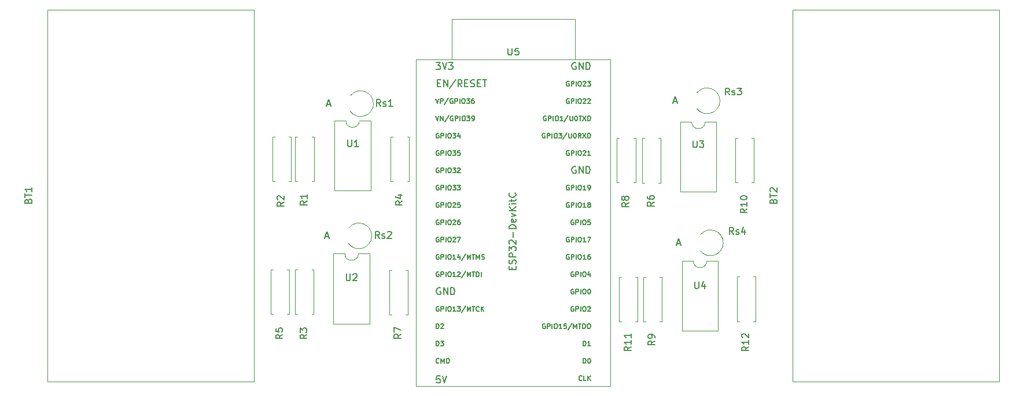
<source format=gbr>
%TF.GenerationSoftware,KiCad,Pcbnew,(7.0.0-0)*%
%TF.CreationDate,2023-03-03T08:57:52+01:00*%
%TF.ProjectId,sensor_circuit_board_esp32,73656e73-6f72-45f6-9369-72637569745f,rev?*%
%TF.SameCoordinates,Original*%
%TF.FileFunction,Legend,Top*%
%TF.FilePolarity,Positive*%
%FSLAX46Y46*%
G04 Gerber Fmt 4.6, Leading zero omitted, Abs format (unit mm)*
G04 Created by KiCad (PCBNEW (7.0.0-0)) date 2023-03-03 08:57:52*
%MOMM*%
%LPD*%
G01*
G04 APERTURE LIST*
%ADD10C,0.150000*%
%ADD11C,0.120000*%
G04 APERTURE END LIST*
D10*
%TO.C,R6*%
X166295380Y-97168666D02*
X165819190Y-97501999D01*
X166295380Y-97740094D02*
X165295380Y-97740094D01*
X165295380Y-97740094D02*
X165295380Y-97359142D01*
X165295380Y-97359142D02*
X165343000Y-97263904D01*
X165343000Y-97263904D02*
X165390619Y-97216285D01*
X165390619Y-97216285D02*
X165485857Y-97168666D01*
X165485857Y-97168666D02*
X165628714Y-97168666D01*
X165628714Y-97168666D02*
X165723952Y-97216285D01*
X165723952Y-97216285D02*
X165771571Y-97263904D01*
X165771571Y-97263904D02*
X165819190Y-97359142D01*
X165819190Y-97359142D02*
X165819190Y-97740094D01*
X165295380Y-96311523D02*
X165295380Y-96501999D01*
X165295380Y-96501999D02*
X165343000Y-96597237D01*
X165343000Y-96597237D02*
X165390619Y-96644856D01*
X165390619Y-96644856D02*
X165533476Y-96740094D01*
X165533476Y-96740094D02*
X165723952Y-96787713D01*
X165723952Y-96787713D02*
X166104904Y-96787713D01*
X166104904Y-96787713D02*
X166200142Y-96740094D01*
X166200142Y-96740094D02*
X166247761Y-96692475D01*
X166247761Y-96692475D02*
X166295380Y-96597237D01*
X166295380Y-96597237D02*
X166295380Y-96406761D01*
X166295380Y-96406761D02*
X166247761Y-96311523D01*
X166247761Y-96311523D02*
X166200142Y-96263904D01*
X166200142Y-96263904D02*
X166104904Y-96216285D01*
X166104904Y-96216285D02*
X165866809Y-96216285D01*
X165866809Y-96216285D02*
X165771571Y-96263904D01*
X165771571Y-96263904D02*
X165723952Y-96311523D01*
X165723952Y-96311523D02*
X165676333Y-96406761D01*
X165676333Y-96406761D02*
X165676333Y-96597237D01*
X165676333Y-96597237D02*
X165723952Y-96692475D01*
X165723952Y-96692475D02*
X165771571Y-96740094D01*
X165771571Y-96740094D02*
X165866809Y-96787713D01*
%TO.C,BT1*%
X74693571Y-97015714D02*
X74741190Y-96872857D01*
X74741190Y-96872857D02*
X74788809Y-96825238D01*
X74788809Y-96825238D02*
X74884047Y-96777619D01*
X74884047Y-96777619D02*
X75026904Y-96777619D01*
X75026904Y-96777619D02*
X75122142Y-96825238D01*
X75122142Y-96825238D02*
X75169761Y-96872857D01*
X75169761Y-96872857D02*
X75217380Y-96968095D01*
X75217380Y-96968095D02*
X75217380Y-97349047D01*
X75217380Y-97349047D02*
X74217380Y-97349047D01*
X74217380Y-97349047D02*
X74217380Y-97015714D01*
X74217380Y-97015714D02*
X74265000Y-96920476D01*
X74265000Y-96920476D02*
X74312619Y-96872857D01*
X74312619Y-96872857D02*
X74407857Y-96825238D01*
X74407857Y-96825238D02*
X74503095Y-96825238D01*
X74503095Y-96825238D02*
X74598333Y-96872857D01*
X74598333Y-96872857D02*
X74645952Y-96920476D01*
X74645952Y-96920476D02*
X74693571Y-97015714D01*
X74693571Y-97015714D02*
X74693571Y-97349047D01*
X74217380Y-96491904D02*
X74217380Y-95920476D01*
X75217380Y-96206190D02*
X74217380Y-96206190D01*
X75217380Y-95063333D02*
X75217380Y-95634761D01*
X75217380Y-95349047D02*
X74217380Y-95349047D01*
X74217380Y-95349047D02*
X74360238Y-95444285D01*
X74360238Y-95444285D02*
X74455476Y-95539523D01*
X74455476Y-95539523D02*
X74503095Y-95634761D01*
%TO.C,R12*%
X180157380Y-118392857D02*
X179681190Y-118726190D01*
X180157380Y-118964285D02*
X179157380Y-118964285D01*
X179157380Y-118964285D02*
X179157380Y-118583333D01*
X179157380Y-118583333D02*
X179205000Y-118488095D01*
X179205000Y-118488095D02*
X179252619Y-118440476D01*
X179252619Y-118440476D02*
X179347857Y-118392857D01*
X179347857Y-118392857D02*
X179490714Y-118392857D01*
X179490714Y-118392857D02*
X179585952Y-118440476D01*
X179585952Y-118440476D02*
X179633571Y-118488095D01*
X179633571Y-118488095D02*
X179681190Y-118583333D01*
X179681190Y-118583333D02*
X179681190Y-118964285D01*
X180157380Y-117440476D02*
X180157380Y-118011904D01*
X180157380Y-117726190D02*
X179157380Y-117726190D01*
X179157380Y-117726190D02*
X179300238Y-117821428D01*
X179300238Y-117821428D02*
X179395476Y-117916666D01*
X179395476Y-117916666D02*
X179443095Y-118011904D01*
X179252619Y-117059523D02*
X179205000Y-117011904D01*
X179205000Y-117011904D02*
X179157380Y-116916666D01*
X179157380Y-116916666D02*
X179157380Y-116678571D01*
X179157380Y-116678571D02*
X179205000Y-116583333D01*
X179205000Y-116583333D02*
X179252619Y-116535714D01*
X179252619Y-116535714D02*
X179347857Y-116488095D01*
X179347857Y-116488095D02*
X179443095Y-116488095D01*
X179443095Y-116488095D02*
X179585952Y-116535714D01*
X179585952Y-116535714D02*
X180157380Y-117107142D01*
X180157380Y-117107142D02*
X180157380Y-116488095D01*
%TO.C,U1*%
X121468095Y-88057380D02*
X121468095Y-88866904D01*
X121468095Y-88866904D02*
X121515714Y-88962142D01*
X121515714Y-88962142D02*
X121563333Y-89009761D01*
X121563333Y-89009761D02*
X121658571Y-89057380D01*
X121658571Y-89057380D02*
X121849047Y-89057380D01*
X121849047Y-89057380D02*
X121944285Y-89009761D01*
X121944285Y-89009761D02*
X121991904Y-88962142D01*
X121991904Y-88962142D02*
X122039523Y-88866904D01*
X122039523Y-88866904D02*
X122039523Y-88057380D01*
X123039523Y-89057380D02*
X122468095Y-89057380D01*
X122753809Y-89057380D02*
X122753809Y-88057380D01*
X122753809Y-88057380D02*
X122658571Y-88200238D01*
X122658571Y-88200238D02*
X122563333Y-88295476D01*
X122563333Y-88295476D02*
X122468095Y-88343095D01*
%TO.C,R5*%
X111919380Y-116614666D02*
X111443190Y-116947999D01*
X111919380Y-117186094D02*
X110919380Y-117186094D01*
X110919380Y-117186094D02*
X110919380Y-116805142D01*
X110919380Y-116805142D02*
X110967000Y-116709904D01*
X110967000Y-116709904D02*
X111014619Y-116662285D01*
X111014619Y-116662285D02*
X111109857Y-116614666D01*
X111109857Y-116614666D02*
X111252714Y-116614666D01*
X111252714Y-116614666D02*
X111347952Y-116662285D01*
X111347952Y-116662285D02*
X111395571Y-116709904D01*
X111395571Y-116709904D02*
X111443190Y-116805142D01*
X111443190Y-116805142D02*
X111443190Y-117186094D01*
X110919380Y-115709904D02*
X110919380Y-116186094D01*
X110919380Y-116186094D02*
X111395571Y-116233713D01*
X111395571Y-116233713D02*
X111347952Y-116186094D01*
X111347952Y-116186094D02*
X111300333Y-116090856D01*
X111300333Y-116090856D02*
X111300333Y-115852761D01*
X111300333Y-115852761D02*
X111347952Y-115757523D01*
X111347952Y-115757523D02*
X111395571Y-115709904D01*
X111395571Y-115709904D02*
X111490809Y-115662285D01*
X111490809Y-115662285D02*
X111728904Y-115662285D01*
X111728904Y-115662285D02*
X111824142Y-115709904D01*
X111824142Y-115709904D02*
X111871761Y-115757523D01*
X111871761Y-115757523D02*
X111919380Y-115852761D01*
X111919380Y-115852761D02*
X111919380Y-116090856D01*
X111919380Y-116090856D02*
X111871761Y-116186094D01*
X111871761Y-116186094D02*
X111824142Y-116233713D01*
%TO.C,U5*%
X144928095Y-74633940D02*
X144928095Y-75443464D01*
X144928095Y-75443464D02*
X144975714Y-75538702D01*
X144975714Y-75538702D02*
X145023333Y-75586321D01*
X145023333Y-75586321D02*
X145118571Y-75633940D01*
X145118571Y-75633940D02*
X145309047Y-75633940D01*
X145309047Y-75633940D02*
X145404285Y-75586321D01*
X145404285Y-75586321D02*
X145451904Y-75538702D01*
X145451904Y-75538702D02*
X145499523Y-75443464D01*
X145499523Y-75443464D02*
X145499523Y-74633940D01*
X146451904Y-74633940D02*
X145975714Y-74633940D01*
X145975714Y-74633940D02*
X145928095Y-75110131D01*
X145928095Y-75110131D02*
X145975714Y-75062512D01*
X145975714Y-75062512D02*
X146070952Y-75014893D01*
X146070952Y-75014893D02*
X146309047Y-75014893D01*
X146309047Y-75014893D02*
X146404285Y-75062512D01*
X146404285Y-75062512D02*
X146451904Y-75110131D01*
X146451904Y-75110131D02*
X146499523Y-75205369D01*
X146499523Y-75205369D02*
X146499523Y-75443464D01*
X146499523Y-75443464D02*
X146451904Y-75538702D01*
X146451904Y-75538702D02*
X146404285Y-75586321D01*
X146404285Y-75586321D02*
X146309047Y-75633940D01*
X146309047Y-75633940D02*
X146070952Y-75633940D01*
X146070952Y-75633940D02*
X145975714Y-75586321D01*
X145975714Y-75586321D02*
X145928095Y-75538702D01*
X145533571Y-107091797D02*
X145533571Y-106758464D01*
X146057380Y-106615607D02*
X146057380Y-107091797D01*
X146057380Y-107091797D02*
X145057380Y-107091797D01*
X145057380Y-107091797D02*
X145057380Y-106615607D01*
X146009761Y-106234654D02*
X146057380Y-106091797D01*
X146057380Y-106091797D02*
X146057380Y-105853702D01*
X146057380Y-105853702D02*
X146009761Y-105758464D01*
X146009761Y-105758464D02*
X145962142Y-105710845D01*
X145962142Y-105710845D02*
X145866904Y-105663226D01*
X145866904Y-105663226D02*
X145771666Y-105663226D01*
X145771666Y-105663226D02*
X145676428Y-105710845D01*
X145676428Y-105710845D02*
X145628809Y-105758464D01*
X145628809Y-105758464D02*
X145581190Y-105853702D01*
X145581190Y-105853702D02*
X145533571Y-106044178D01*
X145533571Y-106044178D02*
X145485952Y-106139416D01*
X145485952Y-106139416D02*
X145438333Y-106187035D01*
X145438333Y-106187035D02*
X145343095Y-106234654D01*
X145343095Y-106234654D02*
X145247857Y-106234654D01*
X145247857Y-106234654D02*
X145152619Y-106187035D01*
X145152619Y-106187035D02*
X145105000Y-106139416D01*
X145105000Y-106139416D02*
X145057380Y-106044178D01*
X145057380Y-106044178D02*
X145057380Y-105806083D01*
X145057380Y-105806083D02*
X145105000Y-105663226D01*
X146057380Y-105234654D02*
X145057380Y-105234654D01*
X145057380Y-105234654D02*
X145057380Y-104853702D01*
X145057380Y-104853702D02*
X145105000Y-104758464D01*
X145105000Y-104758464D02*
X145152619Y-104710845D01*
X145152619Y-104710845D02*
X145247857Y-104663226D01*
X145247857Y-104663226D02*
X145390714Y-104663226D01*
X145390714Y-104663226D02*
X145485952Y-104710845D01*
X145485952Y-104710845D02*
X145533571Y-104758464D01*
X145533571Y-104758464D02*
X145581190Y-104853702D01*
X145581190Y-104853702D02*
X145581190Y-105234654D01*
X145057380Y-104329892D02*
X145057380Y-103710845D01*
X145057380Y-103710845D02*
X145438333Y-104044178D01*
X145438333Y-104044178D02*
X145438333Y-103901321D01*
X145438333Y-103901321D02*
X145485952Y-103806083D01*
X145485952Y-103806083D02*
X145533571Y-103758464D01*
X145533571Y-103758464D02*
X145628809Y-103710845D01*
X145628809Y-103710845D02*
X145866904Y-103710845D01*
X145866904Y-103710845D02*
X145962142Y-103758464D01*
X145962142Y-103758464D02*
X146009761Y-103806083D01*
X146009761Y-103806083D02*
X146057380Y-103901321D01*
X146057380Y-103901321D02*
X146057380Y-104187035D01*
X146057380Y-104187035D02*
X146009761Y-104282273D01*
X146009761Y-104282273D02*
X145962142Y-104329892D01*
X145152619Y-103329892D02*
X145105000Y-103282273D01*
X145105000Y-103282273D02*
X145057380Y-103187035D01*
X145057380Y-103187035D02*
X145057380Y-102948940D01*
X145057380Y-102948940D02*
X145105000Y-102853702D01*
X145105000Y-102853702D02*
X145152619Y-102806083D01*
X145152619Y-102806083D02*
X145247857Y-102758464D01*
X145247857Y-102758464D02*
X145343095Y-102758464D01*
X145343095Y-102758464D02*
X145485952Y-102806083D01*
X145485952Y-102806083D02*
X146057380Y-103377511D01*
X146057380Y-103377511D02*
X146057380Y-102758464D01*
X145676428Y-102329892D02*
X145676428Y-101567988D01*
X146057380Y-101091797D02*
X145057380Y-101091797D01*
X145057380Y-101091797D02*
X145057380Y-100853702D01*
X145057380Y-100853702D02*
X145105000Y-100710845D01*
X145105000Y-100710845D02*
X145200238Y-100615607D01*
X145200238Y-100615607D02*
X145295476Y-100567988D01*
X145295476Y-100567988D02*
X145485952Y-100520369D01*
X145485952Y-100520369D02*
X145628809Y-100520369D01*
X145628809Y-100520369D02*
X145819285Y-100567988D01*
X145819285Y-100567988D02*
X145914523Y-100615607D01*
X145914523Y-100615607D02*
X146009761Y-100710845D01*
X146009761Y-100710845D02*
X146057380Y-100853702D01*
X146057380Y-100853702D02*
X146057380Y-101091797D01*
X146009761Y-99710845D02*
X146057380Y-99806083D01*
X146057380Y-99806083D02*
X146057380Y-99996559D01*
X146057380Y-99996559D02*
X146009761Y-100091797D01*
X146009761Y-100091797D02*
X145914523Y-100139416D01*
X145914523Y-100139416D02*
X145533571Y-100139416D01*
X145533571Y-100139416D02*
X145438333Y-100091797D01*
X145438333Y-100091797D02*
X145390714Y-99996559D01*
X145390714Y-99996559D02*
X145390714Y-99806083D01*
X145390714Y-99806083D02*
X145438333Y-99710845D01*
X145438333Y-99710845D02*
X145533571Y-99663226D01*
X145533571Y-99663226D02*
X145628809Y-99663226D01*
X145628809Y-99663226D02*
X145724047Y-100139416D01*
X145390714Y-99329892D02*
X146057380Y-99091797D01*
X146057380Y-99091797D02*
X145390714Y-98853702D01*
X146057380Y-98472749D02*
X145057380Y-98472749D01*
X146057380Y-97901321D02*
X145485952Y-98329892D01*
X145057380Y-97901321D02*
X145628809Y-98472749D01*
X146057380Y-97472749D02*
X145390714Y-97472749D01*
X145057380Y-97472749D02*
X145105000Y-97520368D01*
X145105000Y-97520368D02*
X145152619Y-97472749D01*
X145152619Y-97472749D02*
X145105000Y-97425130D01*
X145105000Y-97425130D02*
X145057380Y-97472749D01*
X145057380Y-97472749D02*
X145152619Y-97472749D01*
X145390714Y-97139416D02*
X145390714Y-96758464D01*
X145057380Y-96996559D02*
X145914523Y-96996559D01*
X145914523Y-96996559D02*
X146009761Y-96948940D01*
X146009761Y-96948940D02*
X146057380Y-96853702D01*
X146057380Y-96853702D02*
X146057380Y-96758464D01*
X145962142Y-95853702D02*
X146009761Y-95901321D01*
X146009761Y-95901321D02*
X146057380Y-96044178D01*
X146057380Y-96044178D02*
X146057380Y-96139416D01*
X146057380Y-96139416D02*
X146009761Y-96282273D01*
X146009761Y-96282273D02*
X145914523Y-96377511D01*
X145914523Y-96377511D02*
X145819285Y-96425130D01*
X145819285Y-96425130D02*
X145628809Y-96472749D01*
X145628809Y-96472749D02*
X145485952Y-96472749D01*
X145485952Y-96472749D02*
X145295476Y-96425130D01*
X145295476Y-96425130D02*
X145200238Y-96377511D01*
X145200238Y-96377511D02*
X145105000Y-96282273D01*
X145105000Y-96282273D02*
X145057380Y-96139416D01*
X145057380Y-96139416D02*
X145057380Y-96044178D01*
X145057380Y-96044178D02*
X145105000Y-95901321D01*
X145105000Y-95901321D02*
X145152619Y-95853702D01*
X154520000Y-99817060D02*
X154453333Y-99783726D01*
X154453333Y-99783726D02*
X154353333Y-99783726D01*
X154353333Y-99783726D02*
X154253333Y-99817060D01*
X154253333Y-99817060D02*
X154186667Y-99883726D01*
X154186667Y-99883726D02*
X154153333Y-99950393D01*
X154153333Y-99950393D02*
X154120000Y-100083726D01*
X154120000Y-100083726D02*
X154120000Y-100183726D01*
X154120000Y-100183726D02*
X154153333Y-100317060D01*
X154153333Y-100317060D02*
X154186667Y-100383726D01*
X154186667Y-100383726D02*
X154253333Y-100450393D01*
X154253333Y-100450393D02*
X154353333Y-100483726D01*
X154353333Y-100483726D02*
X154420000Y-100483726D01*
X154420000Y-100483726D02*
X154520000Y-100450393D01*
X154520000Y-100450393D02*
X154553333Y-100417060D01*
X154553333Y-100417060D02*
X154553333Y-100183726D01*
X154553333Y-100183726D02*
X154420000Y-100183726D01*
X154853333Y-100483726D02*
X154853333Y-99783726D01*
X154853333Y-99783726D02*
X155120000Y-99783726D01*
X155120000Y-99783726D02*
X155186667Y-99817060D01*
X155186667Y-99817060D02*
X155220000Y-99850393D01*
X155220000Y-99850393D02*
X155253333Y-99917060D01*
X155253333Y-99917060D02*
X155253333Y-100017060D01*
X155253333Y-100017060D02*
X155220000Y-100083726D01*
X155220000Y-100083726D02*
X155186667Y-100117060D01*
X155186667Y-100117060D02*
X155120000Y-100150393D01*
X155120000Y-100150393D02*
X154853333Y-100150393D01*
X155553333Y-100483726D02*
X155553333Y-99783726D01*
X156020000Y-99783726D02*
X156153333Y-99783726D01*
X156153333Y-99783726D02*
X156220000Y-99817060D01*
X156220000Y-99817060D02*
X156286666Y-99883726D01*
X156286666Y-99883726D02*
X156320000Y-100017060D01*
X156320000Y-100017060D02*
X156320000Y-100250393D01*
X156320000Y-100250393D02*
X156286666Y-100383726D01*
X156286666Y-100383726D02*
X156220000Y-100450393D01*
X156220000Y-100450393D02*
X156153333Y-100483726D01*
X156153333Y-100483726D02*
X156020000Y-100483726D01*
X156020000Y-100483726D02*
X155953333Y-100450393D01*
X155953333Y-100450393D02*
X155886666Y-100383726D01*
X155886666Y-100383726D02*
X155853333Y-100250393D01*
X155853333Y-100250393D02*
X155853333Y-100017060D01*
X155853333Y-100017060D02*
X155886666Y-99883726D01*
X155886666Y-99883726D02*
X155953333Y-99817060D01*
X155953333Y-99817060D02*
X156020000Y-99783726D01*
X156953333Y-99783726D02*
X156619999Y-99783726D01*
X156619999Y-99783726D02*
X156586666Y-100117060D01*
X156586666Y-100117060D02*
X156619999Y-100083726D01*
X156619999Y-100083726D02*
X156686666Y-100050393D01*
X156686666Y-100050393D02*
X156853333Y-100050393D01*
X156853333Y-100050393D02*
X156919999Y-100083726D01*
X156919999Y-100083726D02*
X156953333Y-100117060D01*
X156953333Y-100117060D02*
X156986666Y-100183726D01*
X156986666Y-100183726D02*
X156986666Y-100350393D01*
X156986666Y-100350393D02*
X156953333Y-100417060D01*
X156953333Y-100417060D02*
X156919999Y-100450393D01*
X156919999Y-100450393D02*
X156853333Y-100483726D01*
X156853333Y-100483726D02*
X156686666Y-100483726D01*
X156686666Y-100483726D02*
X156619999Y-100450393D01*
X156619999Y-100450393D02*
X156586666Y-100417060D01*
X153853333Y-102357060D02*
X153786666Y-102323726D01*
X153786666Y-102323726D02*
X153686666Y-102323726D01*
X153686666Y-102323726D02*
X153586666Y-102357060D01*
X153586666Y-102357060D02*
X153520000Y-102423726D01*
X153520000Y-102423726D02*
X153486666Y-102490393D01*
X153486666Y-102490393D02*
X153453333Y-102623726D01*
X153453333Y-102623726D02*
X153453333Y-102723726D01*
X153453333Y-102723726D02*
X153486666Y-102857060D01*
X153486666Y-102857060D02*
X153520000Y-102923726D01*
X153520000Y-102923726D02*
X153586666Y-102990393D01*
X153586666Y-102990393D02*
X153686666Y-103023726D01*
X153686666Y-103023726D02*
X153753333Y-103023726D01*
X153753333Y-103023726D02*
X153853333Y-102990393D01*
X153853333Y-102990393D02*
X153886666Y-102957060D01*
X153886666Y-102957060D02*
X153886666Y-102723726D01*
X153886666Y-102723726D02*
X153753333Y-102723726D01*
X154186666Y-103023726D02*
X154186666Y-102323726D01*
X154186666Y-102323726D02*
X154453333Y-102323726D01*
X154453333Y-102323726D02*
X154520000Y-102357060D01*
X154520000Y-102357060D02*
X154553333Y-102390393D01*
X154553333Y-102390393D02*
X154586666Y-102457060D01*
X154586666Y-102457060D02*
X154586666Y-102557060D01*
X154586666Y-102557060D02*
X154553333Y-102623726D01*
X154553333Y-102623726D02*
X154520000Y-102657060D01*
X154520000Y-102657060D02*
X154453333Y-102690393D01*
X154453333Y-102690393D02*
X154186666Y-102690393D01*
X154886666Y-103023726D02*
X154886666Y-102323726D01*
X155353333Y-102323726D02*
X155486666Y-102323726D01*
X155486666Y-102323726D02*
X155553333Y-102357060D01*
X155553333Y-102357060D02*
X155619999Y-102423726D01*
X155619999Y-102423726D02*
X155653333Y-102557060D01*
X155653333Y-102557060D02*
X155653333Y-102790393D01*
X155653333Y-102790393D02*
X155619999Y-102923726D01*
X155619999Y-102923726D02*
X155553333Y-102990393D01*
X155553333Y-102990393D02*
X155486666Y-103023726D01*
X155486666Y-103023726D02*
X155353333Y-103023726D01*
X155353333Y-103023726D02*
X155286666Y-102990393D01*
X155286666Y-102990393D02*
X155219999Y-102923726D01*
X155219999Y-102923726D02*
X155186666Y-102790393D01*
X155186666Y-102790393D02*
X155186666Y-102557060D01*
X155186666Y-102557060D02*
X155219999Y-102423726D01*
X155219999Y-102423726D02*
X155286666Y-102357060D01*
X155286666Y-102357060D02*
X155353333Y-102323726D01*
X156319999Y-103023726D02*
X155919999Y-103023726D01*
X156119999Y-103023726D02*
X156119999Y-102323726D01*
X156119999Y-102323726D02*
X156053332Y-102423726D01*
X156053332Y-102423726D02*
X155986666Y-102490393D01*
X155986666Y-102490393D02*
X155919999Y-102523726D01*
X156553333Y-102323726D02*
X157019999Y-102323726D01*
X157019999Y-102323726D02*
X156719999Y-103023726D01*
X154520000Y-112517060D02*
X154453333Y-112483726D01*
X154453333Y-112483726D02*
X154353333Y-112483726D01*
X154353333Y-112483726D02*
X154253333Y-112517060D01*
X154253333Y-112517060D02*
X154186667Y-112583726D01*
X154186667Y-112583726D02*
X154153333Y-112650393D01*
X154153333Y-112650393D02*
X154120000Y-112783726D01*
X154120000Y-112783726D02*
X154120000Y-112883726D01*
X154120000Y-112883726D02*
X154153333Y-113017060D01*
X154153333Y-113017060D02*
X154186667Y-113083726D01*
X154186667Y-113083726D02*
X154253333Y-113150393D01*
X154253333Y-113150393D02*
X154353333Y-113183726D01*
X154353333Y-113183726D02*
X154420000Y-113183726D01*
X154420000Y-113183726D02*
X154520000Y-113150393D01*
X154520000Y-113150393D02*
X154553333Y-113117060D01*
X154553333Y-113117060D02*
X154553333Y-112883726D01*
X154553333Y-112883726D02*
X154420000Y-112883726D01*
X154853333Y-113183726D02*
X154853333Y-112483726D01*
X154853333Y-112483726D02*
X155120000Y-112483726D01*
X155120000Y-112483726D02*
X155186667Y-112517060D01*
X155186667Y-112517060D02*
X155220000Y-112550393D01*
X155220000Y-112550393D02*
X155253333Y-112617060D01*
X155253333Y-112617060D02*
X155253333Y-112717060D01*
X155253333Y-112717060D02*
X155220000Y-112783726D01*
X155220000Y-112783726D02*
X155186667Y-112817060D01*
X155186667Y-112817060D02*
X155120000Y-112850393D01*
X155120000Y-112850393D02*
X154853333Y-112850393D01*
X155553333Y-113183726D02*
X155553333Y-112483726D01*
X156020000Y-112483726D02*
X156153333Y-112483726D01*
X156153333Y-112483726D02*
X156220000Y-112517060D01*
X156220000Y-112517060D02*
X156286666Y-112583726D01*
X156286666Y-112583726D02*
X156320000Y-112717060D01*
X156320000Y-112717060D02*
X156320000Y-112950393D01*
X156320000Y-112950393D02*
X156286666Y-113083726D01*
X156286666Y-113083726D02*
X156220000Y-113150393D01*
X156220000Y-113150393D02*
X156153333Y-113183726D01*
X156153333Y-113183726D02*
X156020000Y-113183726D01*
X156020000Y-113183726D02*
X155953333Y-113150393D01*
X155953333Y-113150393D02*
X155886666Y-113083726D01*
X155886666Y-113083726D02*
X155853333Y-112950393D01*
X155853333Y-112950393D02*
X155853333Y-112717060D01*
X155853333Y-112717060D02*
X155886666Y-112583726D01*
X155886666Y-112583726D02*
X155953333Y-112517060D01*
X155953333Y-112517060D02*
X156020000Y-112483726D01*
X156586666Y-112550393D02*
X156619999Y-112517060D01*
X156619999Y-112517060D02*
X156686666Y-112483726D01*
X156686666Y-112483726D02*
X156853333Y-112483726D01*
X156853333Y-112483726D02*
X156919999Y-112517060D01*
X156919999Y-112517060D02*
X156953333Y-112550393D01*
X156953333Y-112550393D02*
X156986666Y-112617060D01*
X156986666Y-112617060D02*
X156986666Y-112683726D01*
X156986666Y-112683726D02*
X156953333Y-112783726D01*
X156953333Y-112783726D02*
X156553333Y-113183726D01*
X156553333Y-113183726D02*
X156986666Y-113183726D01*
X153853333Y-104897060D02*
X153786666Y-104863726D01*
X153786666Y-104863726D02*
X153686666Y-104863726D01*
X153686666Y-104863726D02*
X153586666Y-104897060D01*
X153586666Y-104897060D02*
X153520000Y-104963726D01*
X153520000Y-104963726D02*
X153486666Y-105030393D01*
X153486666Y-105030393D02*
X153453333Y-105163726D01*
X153453333Y-105163726D02*
X153453333Y-105263726D01*
X153453333Y-105263726D02*
X153486666Y-105397060D01*
X153486666Y-105397060D02*
X153520000Y-105463726D01*
X153520000Y-105463726D02*
X153586666Y-105530393D01*
X153586666Y-105530393D02*
X153686666Y-105563726D01*
X153686666Y-105563726D02*
X153753333Y-105563726D01*
X153753333Y-105563726D02*
X153853333Y-105530393D01*
X153853333Y-105530393D02*
X153886666Y-105497060D01*
X153886666Y-105497060D02*
X153886666Y-105263726D01*
X153886666Y-105263726D02*
X153753333Y-105263726D01*
X154186666Y-105563726D02*
X154186666Y-104863726D01*
X154186666Y-104863726D02*
X154453333Y-104863726D01*
X154453333Y-104863726D02*
X154520000Y-104897060D01*
X154520000Y-104897060D02*
X154553333Y-104930393D01*
X154553333Y-104930393D02*
X154586666Y-104997060D01*
X154586666Y-104997060D02*
X154586666Y-105097060D01*
X154586666Y-105097060D02*
X154553333Y-105163726D01*
X154553333Y-105163726D02*
X154520000Y-105197060D01*
X154520000Y-105197060D02*
X154453333Y-105230393D01*
X154453333Y-105230393D02*
X154186666Y-105230393D01*
X154886666Y-105563726D02*
X154886666Y-104863726D01*
X155353333Y-104863726D02*
X155486666Y-104863726D01*
X155486666Y-104863726D02*
X155553333Y-104897060D01*
X155553333Y-104897060D02*
X155619999Y-104963726D01*
X155619999Y-104963726D02*
X155653333Y-105097060D01*
X155653333Y-105097060D02*
X155653333Y-105330393D01*
X155653333Y-105330393D02*
X155619999Y-105463726D01*
X155619999Y-105463726D02*
X155553333Y-105530393D01*
X155553333Y-105530393D02*
X155486666Y-105563726D01*
X155486666Y-105563726D02*
X155353333Y-105563726D01*
X155353333Y-105563726D02*
X155286666Y-105530393D01*
X155286666Y-105530393D02*
X155219999Y-105463726D01*
X155219999Y-105463726D02*
X155186666Y-105330393D01*
X155186666Y-105330393D02*
X155186666Y-105097060D01*
X155186666Y-105097060D02*
X155219999Y-104963726D01*
X155219999Y-104963726D02*
X155286666Y-104897060D01*
X155286666Y-104897060D02*
X155353333Y-104863726D01*
X156319999Y-105563726D02*
X155919999Y-105563726D01*
X156119999Y-105563726D02*
X156119999Y-104863726D01*
X156119999Y-104863726D02*
X156053332Y-104963726D01*
X156053332Y-104963726D02*
X155986666Y-105030393D01*
X155986666Y-105030393D02*
X155919999Y-105063726D01*
X156919999Y-104863726D02*
X156786666Y-104863726D01*
X156786666Y-104863726D02*
X156719999Y-104897060D01*
X156719999Y-104897060D02*
X156686666Y-104930393D01*
X156686666Y-104930393D02*
X156619999Y-105030393D01*
X156619999Y-105030393D02*
X156586666Y-105163726D01*
X156586666Y-105163726D02*
X156586666Y-105430393D01*
X156586666Y-105430393D02*
X156619999Y-105497060D01*
X156619999Y-105497060D02*
X156653333Y-105530393D01*
X156653333Y-105530393D02*
X156719999Y-105563726D01*
X156719999Y-105563726D02*
X156853333Y-105563726D01*
X156853333Y-105563726D02*
X156919999Y-105530393D01*
X156919999Y-105530393D02*
X156953333Y-105497060D01*
X156953333Y-105497060D02*
X156986666Y-105430393D01*
X156986666Y-105430393D02*
X156986666Y-105263726D01*
X156986666Y-105263726D02*
X156953333Y-105197060D01*
X156953333Y-105197060D02*
X156919999Y-105163726D01*
X156919999Y-105163726D02*
X156853333Y-105130393D01*
X156853333Y-105130393D02*
X156719999Y-105130393D01*
X156719999Y-105130393D02*
X156653333Y-105163726D01*
X156653333Y-105163726D02*
X156619999Y-105197060D01*
X156619999Y-105197060D02*
X156586666Y-105263726D01*
X154834285Y-92021560D02*
X154739047Y-91973940D01*
X154739047Y-91973940D02*
X154596190Y-91973940D01*
X154596190Y-91973940D02*
X154453333Y-92021560D01*
X154453333Y-92021560D02*
X154358095Y-92116798D01*
X154358095Y-92116798D02*
X154310476Y-92212036D01*
X154310476Y-92212036D02*
X154262857Y-92402512D01*
X154262857Y-92402512D02*
X154262857Y-92545369D01*
X154262857Y-92545369D02*
X154310476Y-92735845D01*
X154310476Y-92735845D02*
X154358095Y-92831083D01*
X154358095Y-92831083D02*
X154453333Y-92926321D01*
X154453333Y-92926321D02*
X154596190Y-92973940D01*
X154596190Y-92973940D02*
X154691428Y-92973940D01*
X154691428Y-92973940D02*
X154834285Y-92926321D01*
X154834285Y-92926321D02*
X154881904Y-92878702D01*
X154881904Y-92878702D02*
X154881904Y-92545369D01*
X154881904Y-92545369D02*
X154691428Y-92545369D01*
X155310476Y-92973940D02*
X155310476Y-91973940D01*
X155310476Y-91973940D02*
X155881904Y-92973940D01*
X155881904Y-92973940D02*
X155881904Y-91973940D01*
X156358095Y-92973940D02*
X156358095Y-91973940D01*
X156358095Y-91973940D02*
X156596190Y-91973940D01*
X156596190Y-91973940D02*
X156739047Y-92021560D01*
X156739047Y-92021560D02*
X156834285Y-92116798D01*
X156834285Y-92116798D02*
X156881904Y-92212036D01*
X156881904Y-92212036D02*
X156929523Y-92402512D01*
X156929523Y-92402512D02*
X156929523Y-92545369D01*
X156929523Y-92545369D02*
X156881904Y-92735845D01*
X156881904Y-92735845D02*
X156834285Y-92831083D01*
X156834285Y-92831083D02*
X156739047Y-92926321D01*
X156739047Y-92926321D02*
X156596190Y-92973940D01*
X156596190Y-92973940D02*
X156358095Y-92973940D01*
X134426666Y-115723726D02*
X134426666Y-115023726D01*
X134426666Y-115023726D02*
X134593333Y-115023726D01*
X134593333Y-115023726D02*
X134693333Y-115057060D01*
X134693333Y-115057060D02*
X134760000Y-115123726D01*
X134760000Y-115123726D02*
X134793333Y-115190393D01*
X134793333Y-115190393D02*
X134826666Y-115323726D01*
X134826666Y-115323726D02*
X134826666Y-115423726D01*
X134826666Y-115423726D02*
X134793333Y-115557060D01*
X134793333Y-115557060D02*
X134760000Y-115623726D01*
X134760000Y-115623726D02*
X134693333Y-115690393D01*
X134693333Y-115690393D02*
X134593333Y-115723726D01*
X134593333Y-115723726D02*
X134426666Y-115723726D01*
X135093333Y-115090393D02*
X135126666Y-115057060D01*
X135126666Y-115057060D02*
X135193333Y-115023726D01*
X135193333Y-115023726D02*
X135360000Y-115023726D01*
X135360000Y-115023726D02*
X135426666Y-115057060D01*
X135426666Y-115057060D02*
X135460000Y-115090393D01*
X135460000Y-115090393D02*
X135493333Y-115157060D01*
X135493333Y-115157060D02*
X135493333Y-115223726D01*
X135493333Y-115223726D02*
X135460000Y-115323726D01*
X135460000Y-115323726D02*
X135060000Y-115723726D01*
X135060000Y-115723726D02*
X135493333Y-115723726D01*
X154520000Y-109977060D02*
X154453333Y-109943726D01*
X154453333Y-109943726D02*
X154353333Y-109943726D01*
X154353333Y-109943726D02*
X154253333Y-109977060D01*
X154253333Y-109977060D02*
X154186667Y-110043726D01*
X154186667Y-110043726D02*
X154153333Y-110110393D01*
X154153333Y-110110393D02*
X154120000Y-110243726D01*
X154120000Y-110243726D02*
X154120000Y-110343726D01*
X154120000Y-110343726D02*
X154153333Y-110477060D01*
X154153333Y-110477060D02*
X154186667Y-110543726D01*
X154186667Y-110543726D02*
X154253333Y-110610393D01*
X154253333Y-110610393D02*
X154353333Y-110643726D01*
X154353333Y-110643726D02*
X154420000Y-110643726D01*
X154420000Y-110643726D02*
X154520000Y-110610393D01*
X154520000Y-110610393D02*
X154553333Y-110577060D01*
X154553333Y-110577060D02*
X154553333Y-110343726D01*
X154553333Y-110343726D02*
X154420000Y-110343726D01*
X154853333Y-110643726D02*
X154853333Y-109943726D01*
X154853333Y-109943726D02*
X155120000Y-109943726D01*
X155120000Y-109943726D02*
X155186667Y-109977060D01*
X155186667Y-109977060D02*
X155220000Y-110010393D01*
X155220000Y-110010393D02*
X155253333Y-110077060D01*
X155253333Y-110077060D02*
X155253333Y-110177060D01*
X155253333Y-110177060D02*
X155220000Y-110243726D01*
X155220000Y-110243726D02*
X155186667Y-110277060D01*
X155186667Y-110277060D02*
X155120000Y-110310393D01*
X155120000Y-110310393D02*
X154853333Y-110310393D01*
X155553333Y-110643726D02*
X155553333Y-109943726D01*
X156020000Y-109943726D02*
X156153333Y-109943726D01*
X156153333Y-109943726D02*
X156220000Y-109977060D01*
X156220000Y-109977060D02*
X156286666Y-110043726D01*
X156286666Y-110043726D02*
X156320000Y-110177060D01*
X156320000Y-110177060D02*
X156320000Y-110410393D01*
X156320000Y-110410393D02*
X156286666Y-110543726D01*
X156286666Y-110543726D02*
X156220000Y-110610393D01*
X156220000Y-110610393D02*
X156153333Y-110643726D01*
X156153333Y-110643726D02*
X156020000Y-110643726D01*
X156020000Y-110643726D02*
X155953333Y-110610393D01*
X155953333Y-110610393D02*
X155886666Y-110543726D01*
X155886666Y-110543726D02*
X155853333Y-110410393D01*
X155853333Y-110410393D02*
X155853333Y-110177060D01*
X155853333Y-110177060D02*
X155886666Y-110043726D01*
X155886666Y-110043726D02*
X155953333Y-109977060D01*
X155953333Y-109977060D02*
X156020000Y-109943726D01*
X156753333Y-109943726D02*
X156819999Y-109943726D01*
X156819999Y-109943726D02*
X156886666Y-109977060D01*
X156886666Y-109977060D02*
X156919999Y-110010393D01*
X156919999Y-110010393D02*
X156953333Y-110077060D01*
X156953333Y-110077060D02*
X156986666Y-110210393D01*
X156986666Y-110210393D02*
X156986666Y-110377060D01*
X156986666Y-110377060D02*
X156953333Y-110510393D01*
X156953333Y-110510393D02*
X156919999Y-110577060D01*
X156919999Y-110577060D02*
X156886666Y-110610393D01*
X156886666Y-110610393D02*
X156819999Y-110643726D01*
X156819999Y-110643726D02*
X156753333Y-110643726D01*
X156753333Y-110643726D02*
X156686666Y-110610393D01*
X156686666Y-110610393D02*
X156653333Y-110577060D01*
X156653333Y-110577060D02*
X156619999Y-110510393D01*
X156619999Y-110510393D02*
X156586666Y-110377060D01*
X156586666Y-110377060D02*
X156586666Y-110210393D01*
X156586666Y-110210393D02*
X156619999Y-110077060D01*
X156619999Y-110077060D02*
X156653333Y-110010393D01*
X156653333Y-110010393D02*
X156686666Y-109977060D01*
X156686666Y-109977060D02*
X156753333Y-109943726D01*
X134793333Y-97277060D02*
X134726666Y-97243726D01*
X134726666Y-97243726D02*
X134626666Y-97243726D01*
X134626666Y-97243726D02*
X134526666Y-97277060D01*
X134526666Y-97277060D02*
X134460000Y-97343726D01*
X134460000Y-97343726D02*
X134426666Y-97410393D01*
X134426666Y-97410393D02*
X134393333Y-97543726D01*
X134393333Y-97543726D02*
X134393333Y-97643726D01*
X134393333Y-97643726D02*
X134426666Y-97777060D01*
X134426666Y-97777060D02*
X134460000Y-97843726D01*
X134460000Y-97843726D02*
X134526666Y-97910393D01*
X134526666Y-97910393D02*
X134626666Y-97943726D01*
X134626666Y-97943726D02*
X134693333Y-97943726D01*
X134693333Y-97943726D02*
X134793333Y-97910393D01*
X134793333Y-97910393D02*
X134826666Y-97877060D01*
X134826666Y-97877060D02*
X134826666Y-97643726D01*
X134826666Y-97643726D02*
X134693333Y-97643726D01*
X135126666Y-97943726D02*
X135126666Y-97243726D01*
X135126666Y-97243726D02*
X135393333Y-97243726D01*
X135393333Y-97243726D02*
X135460000Y-97277060D01*
X135460000Y-97277060D02*
X135493333Y-97310393D01*
X135493333Y-97310393D02*
X135526666Y-97377060D01*
X135526666Y-97377060D02*
X135526666Y-97477060D01*
X135526666Y-97477060D02*
X135493333Y-97543726D01*
X135493333Y-97543726D02*
X135460000Y-97577060D01*
X135460000Y-97577060D02*
X135393333Y-97610393D01*
X135393333Y-97610393D02*
X135126666Y-97610393D01*
X135826666Y-97943726D02*
X135826666Y-97243726D01*
X136293333Y-97243726D02*
X136426666Y-97243726D01*
X136426666Y-97243726D02*
X136493333Y-97277060D01*
X136493333Y-97277060D02*
X136559999Y-97343726D01*
X136559999Y-97343726D02*
X136593333Y-97477060D01*
X136593333Y-97477060D02*
X136593333Y-97710393D01*
X136593333Y-97710393D02*
X136559999Y-97843726D01*
X136559999Y-97843726D02*
X136493333Y-97910393D01*
X136493333Y-97910393D02*
X136426666Y-97943726D01*
X136426666Y-97943726D02*
X136293333Y-97943726D01*
X136293333Y-97943726D02*
X136226666Y-97910393D01*
X136226666Y-97910393D02*
X136159999Y-97843726D01*
X136159999Y-97843726D02*
X136126666Y-97710393D01*
X136126666Y-97710393D02*
X136126666Y-97477060D01*
X136126666Y-97477060D02*
X136159999Y-97343726D01*
X136159999Y-97343726D02*
X136226666Y-97277060D01*
X136226666Y-97277060D02*
X136293333Y-97243726D01*
X136859999Y-97310393D02*
X136893332Y-97277060D01*
X136893332Y-97277060D02*
X136959999Y-97243726D01*
X136959999Y-97243726D02*
X137126666Y-97243726D01*
X137126666Y-97243726D02*
X137193332Y-97277060D01*
X137193332Y-97277060D02*
X137226666Y-97310393D01*
X137226666Y-97310393D02*
X137259999Y-97377060D01*
X137259999Y-97377060D02*
X137259999Y-97443726D01*
X137259999Y-97443726D02*
X137226666Y-97543726D01*
X137226666Y-97543726D02*
X136826666Y-97943726D01*
X136826666Y-97943726D02*
X137259999Y-97943726D01*
X137893333Y-97243726D02*
X137559999Y-97243726D01*
X137559999Y-97243726D02*
X137526666Y-97577060D01*
X137526666Y-97577060D02*
X137559999Y-97543726D01*
X137559999Y-97543726D02*
X137626666Y-97510393D01*
X137626666Y-97510393D02*
X137793333Y-97510393D01*
X137793333Y-97510393D02*
X137859999Y-97543726D01*
X137859999Y-97543726D02*
X137893333Y-97577060D01*
X137893333Y-97577060D02*
X137926666Y-97643726D01*
X137926666Y-97643726D02*
X137926666Y-97810393D01*
X137926666Y-97810393D02*
X137893333Y-97877060D01*
X137893333Y-97877060D02*
X137859999Y-97910393D01*
X137859999Y-97910393D02*
X137793333Y-97943726D01*
X137793333Y-97943726D02*
X137626666Y-97943726D01*
X137626666Y-97943726D02*
X137559999Y-97910393D01*
X137559999Y-97910393D02*
X137526666Y-97877060D01*
X135021904Y-109801560D02*
X134926666Y-109753940D01*
X134926666Y-109753940D02*
X134783809Y-109753940D01*
X134783809Y-109753940D02*
X134640952Y-109801560D01*
X134640952Y-109801560D02*
X134545714Y-109896798D01*
X134545714Y-109896798D02*
X134498095Y-109992036D01*
X134498095Y-109992036D02*
X134450476Y-110182512D01*
X134450476Y-110182512D02*
X134450476Y-110325369D01*
X134450476Y-110325369D02*
X134498095Y-110515845D01*
X134498095Y-110515845D02*
X134545714Y-110611083D01*
X134545714Y-110611083D02*
X134640952Y-110706321D01*
X134640952Y-110706321D02*
X134783809Y-110753940D01*
X134783809Y-110753940D02*
X134879047Y-110753940D01*
X134879047Y-110753940D02*
X135021904Y-110706321D01*
X135021904Y-110706321D02*
X135069523Y-110658702D01*
X135069523Y-110658702D02*
X135069523Y-110325369D01*
X135069523Y-110325369D02*
X134879047Y-110325369D01*
X135498095Y-110753940D02*
X135498095Y-109753940D01*
X135498095Y-109753940D02*
X136069523Y-110753940D01*
X136069523Y-110753940D02*
X136069523Y-109753940D01*
X136545714Y-110753940D02*
X136545714Y-109753940D01*
X136545714Y-109753940D02*
X136783809Y-109753940D01*
X136783809Y-109753940D02*
X136926666Y-109801560D01*
X136926666Y-109801560D02*
X137021904Y-109896798D01*
X137021904Y-109896798D02*
X137069523Y-109992036D01*
X137069523Y-109992036D02*
X137117142Y-110182512D01*
X137117142Y-110182512D02*
X137117142Y-110325369D01*
X137117142Y-110325369D02*
X137069523Y-110515845D01*
X137069523Y-110515845D02*
X137021904Y-110611083D01*
X137021904Y-110611083D02*
X136926666Y-110706321D01*
X136926666Y-110706321D02*
X136783809Y-110753940D01*
X136783809Y-110753940D02*
X136545714Y-110753940D01*
X155919999Y-118263726D02*
X155919999Y-117563726D01*
X155919999Y-117563726D02*
X156086666Y-117563726D01*
X156086666Y-117563726D02*
X156186666Y-117597060D01*
X156186666Y-117597060D02*
X156253333Y-117663726D01*
X156253333Y-117663726D02*
X156286666Y-117730393D01*
X156286666Y-117730393D02*
X156319999Y-117863726D01*
X156319999Y-117863726D02*
X156319999Y-117963726D01*
X156319999Y-117963726D02*
X156286666Y-118097060D01*
X156286666Y-118097060D02*
X156253333Y-118163726D01*
X156253333Y-118163726D02*
X156186666Y-118230393D01*
X156186666Y-118230393D02*
X156086666Y-118263726D01*
X156086666Y-118263726D02*
X155919999Y-118263726D01*
X156986666Y-118263726D02*
X156586666Y-118263726D01*
X156786666Y-118263726D02*
X156786666Y-117563726D01*
X156786666Y-117563726D02*
X156719999Y-117663726D01*
X156719999Y-117663726D02*
X156653333Y-117730393D01*
X156653333Y-117730393D02*
X156586666Y-117763726D01*
X155919999Y-120803726D02*
X155919999Y-120103726D01*
X155919999Y-120103726D02*
X156086666Y-120103726D01*
X156086666Y-120103726D02*
X156186666Y-120137060D01*
X156186666Y-120137060D02*
X156253333Y-120203726D01*
X156253333Y-120203726D02*
X156286666Y-120270393D01*
X156286666Y-120270393D02*
X156319999Y-120403726D01*
X156319999Y-120403726D02*
X156319999Y-120503726D01*
X156319999Y-120503726D02*
X156286666Y-120637060D01*
X156286666Y-120637060D02*
X156253333Y-120703726D01*
X156253333Y-120703726D02*
X156186666Y-120770393D01*
X156186666Y-120770393D02*
X156086666Y-120803726D01*
X156086666Y-120803726D02*
X155919999Y-120803726D01*
X156753333Y-120103726D02*
X156819999Y-120103726D01*
X156819999Y-120103726D02*
X156886666Y-120137060D01*
X156886666Y-120137060D02*
X156919999Y-120170393D01*
X156919999Y-120170393D02*
X156953333Y-120237060D01*
X156953333Y-120237060D02*
X156986666Y-120370393D01*
X156986666Y-120370393D02*
X156986666Y-120537060D01*
X156986666Y-120537060D02*
X156953333Y-120670393D01*
X156953333Y-120670393D02*
X156919999Y-120737060D01*
X156919999Y-120737060D02*
X156886666Y-120770393D01*
X156886666Y-120770393D02*
X156819999Y-120803726D01*
X156819999Y-120803726D02*
X156753333Y-120803726D01*
X156753333Y-120803726D02*
X156686666Y-120770393D01*
X156686666Y-120770393D02*
X156653333Y-120737060D01*
X156653333Y-120737060D02*
X156619999Y-120670393D01*
X156619999Y-120670393D02*
X156586666Y-120537060D01*
X156586666Y-120537060D02*
X156586666Y-120370393D01*
X156586666Y-120370393D02*
X156619999Y-120237060D01*
X156619999Y-120237060D02*
X156653333Y-120170393D01*
X156653333Y-120170393D02*
X156686666Y-120137060D01*
X156686666Y-120137060D02*
X156753333Y-120103726D01*
X150320000Y-87117060D02*
X150253333Y-87083726D01*
X150253333Y-87083726D02*
X150153333Y-87083726D01*
X150153333Y-87083726D02*
X150053333Y-87117060D01*
X150053333Y-87117060D02*
X149986667Y-87183726D01*
X149986667Y-87183726D02*
X149953333Y-87250393D01*
X149953333Y-87250393D02*
X149920000Y-87383726D01*
X149920000Y-87383726D02*
X149920000Y-87483726D01*
X149920000Y-87483726D02*
X149953333Y-87617060D01*
X149953333Y-87617060D02*
X149986667Y-87683726D01*
X149986667Y-87683726D02*
X150053333Y-87750393D01*
X150053333Y-87750393D02*
X150153333Y-87783726D01*
X150153333Y-87783726D02*
X150220000Y-87783726D01*
X150220000Y-87783726D02*
X150320000Y-87750393D01*
X150320000Y-87750393D02*
X150353333Y-87717060D01*
X150353333Y-87717060D02*
X150353333Y-87483726D01*
X150353333Y-87483726D02*
X150220000Y-87483726D01*
X150653333Y-87783726D02*
X150653333Y-87083726D01*
X150653333Y-87083726D02*
X150920000Y-87083726D01*
X150920000Y-87083726D02*
X150986667Y-87117060D01*
X150986667Y-87117060D02*
X151020000Y-87150393D01*
X151020000Y-87150393D02*
X151053333Y-87217060D01*
X151053333Y-87217060D02*
X151053333Y-87317060D01*
X151053333Y-87317060D02*
X151020000Y-87383726D01*
X151020000Y-87383726D02*
X150986667Y-87417060D01*
X150986667Y-87417060D02*
X150920000Y-87450393D01*
X150920000Y-87450393D02*
X150653333Y-87450393D01*
X151353333Y-87783726D02*
X151353333Y-87083726D01*
X151820000Y-87083726D02*
X151953333Y-87083726D01*
X151953333Y-87083726D02*
X152020000Y-87117060D01*
X152020000Y-87117060D02*
X152086666Y-87183726D01*
X152086666Y-87183726D02*
X152120000Y-87317060D01*
X152120000Y-87317060D02*
X152120000Y-87550393D01*
X152120000Y-87550393D02*
X152086666Y-87683726D01*
X152086666Y-87683726D02*
X152020000Y-87750393D01*
X152020000Y-87750393D02*
X151953333Y-87783726D01*
X151953333Y-87783726D02*
X151820000Y-87783726D01*
X151820000Y-87783726D02*
X151753333Y-87750393D01*
X151753333Y-87750393D02*
X151686666Y-87683726D01*
X151686666Y-87683726D02*
X151653333Y-87550393D01*
X151653333Y-87550393D02*
X151653333Y-87317060D01*
X151653333Y-87317060D02*
X151686666Y-87183726D01*
X151686666Y-87183726D02*
X151753333Y-87117060D01*
X151753333Y-87117060D02*
X151820000Y-87083726D01*
X152353333Y-87083726D02*
X152786666Y-87083726D01*
X152786666Y-87083726D02*
X152553333Y-87350393D01*
X152553333Y-87350393D02*
X152653333Y-87350393D01*
X152653333Y-87350393D02*
X152719999Y-87383726D01*
X152719999Y-87383726D02*
X152753333Y-87417060D01*
X152753333Y-87417060D02*
X152786666Y-87483726D01*
X152786666Y-87483726D02*
X152786666Y-87650393D01*
X152786666Y-87650393D02*
X152753333Y-87717060D01*
X152753333Y-87717060D02*
X152719999Y-87750393D01*
X152719999Y-87750393D02*
X152653333Y-87783726D01*
X152653333Y-87783726D02*
X152453333Y-87783726D01*
X152453333Y-87783726D02*
X152386666Y-87750393D01*
X152386666Y-87750393D02*
X152353333Y-87717060D01*
X153586666Y-87050393D02*
X152986666Y-87950393D01*
X153819999Y-87083726D02*
X153819999Y-87650393D01*
X153819999Y-87650393D02*
X153853333Y-87717060D01*
X153853333Y-87717060D02*
X153886666Y-87750393D01*
X153886666Y-87750393D02*
X153953333Y-87783726D01*
X153953333Y-87783726D02*
X154086666Y-87783726D01*
X154086666Y-87783726D02*
X154153333Y-87750393D01*
X154153333Y-87750393D02*
X154186666Y-87717060D01*
X154186666Y-87717060D02*
X154219999Y-87650393D01*
X154219999Y-87650393D02*
X154219999Y-87083726D01*
X154686666Y-87083726D02*
X154753332Y-87083726D01*
X154753332Y-87083726D02*
X154819999Y-87117060D01*
X154819999Y-87117060D02*
X154853332Y-87150393D01*
X154853332Y-87150393D02*
X154886666Y-87217060D01*
X154886666Y-87217060D02*
X154919999Y-87350393D01*
X154919999Y-87350393D02*
X154919999Y-87517060D01*
X154919999Y-87517060D02*
X154886666Y-87650393D01*
X154886666Y-87650393D02*
X154853332Y-87717060D01*
X154853332Y-87717060D02*
X154819999Y-87750393D01*
X154819999Y-87750393D02*
X154753332Y-87783726D01*
X154753332Y-87783726D02*
X154686666Y-87783726D01*
X154686666Y-87783726D02*
X154619999Y-87750393D01*
X154619999Y-87750393D02*
X154586666Y-87717060D01*
X154586666Y-87717060D02*
X154553332Y-87650393D01*
X154553332Y-87650393D02*
X154519999Y-87517060D01*
X154519999Y-87517060D02*
X154519999Y-87350393D01*
X154519999Y-87350393D02*
X154553332Y-87217060D01*
X154553332Y-87217060D02*
X154586666Y-87150393D01*
X154586666Y-87150393D02*
X154619999Y-87117060D01*
X154619999Y-87117060D02*
X154686666Y-87083726D01*
X155619999Y-87783726D02*
X155386666Y-87450393D01*
X155219999Y-87783726D02*
X155219999Y-87083726D01*
X155219999Y-87083726D02*
X155486666Y-87083726D01*
X155486666Y-87083726D02*
X155553333Y-87117060D01*
X155553333Y-87117060D02*
X155586666Y-87150393D01*
X155586666Y-87150393D02*
X155619999Y-87217060D01*
X155619999Y-87217060D02*
X155619999Y-87317060D01*
X155619999Y-87317060D02*
X155586666Y-87383726D01*
X155586666Y-87383726D02*
X155553333Y-87417060D01*
X155553333Y-87417060D02*
X155486666Y-87450393D01*
X155486666Y-87450393D02*
X155219999Y-87450393D01*
X155853333Y-87083726D02*
X156319999Y-87783726D01*
X156319999Y-87083726D02*
X155853333Y-87783726D01*
X156586666Y-87783726D02*
X156586666Y-87083726D01*
X156586666Y-87083726D02*
X156753333Y-87083726D01*
X156753333Y-87083726D02*
X156853333Y-87117060D01*
X156853333Y-87117060D02*
X156920000Y-87183726D01*
X156920000Y-87183726D02*
X156953333Y-87250393D01*
X156953333Y-87250393D02*
X156986666Y-87383726D01*
X156986666Y-87383726D02*
X156986666Y-87483726D01*
X156986666Y-87483726D02*
X156953333Y-87617060D01*
X156953333Y-87617060D02*
X156920000Y-87683726D01*
X156920000Y-87683726D02*
X156853333Y-87750393D01*
X156853333Y-87750393D02*
X156753333Y-87783726D01*
X156753333Y-87783726D02*
X156586666Y-87783726D01*
X153853333Y-89657060D02*
X153786666Y-89623726D01*
X153786666Y-89623726D02*
X153686666Y-89623726D01*
X153686666Y-89623726D02*
X153586666Y-89657060D01*
X153586666Y-89657060D02*
X153520000Y-89723726D01*
X153520000Y-89723726D02*
X153486666Y-89790393D01*
X153486666Y-89790393D02*
X153453333Y-89923726D01*
X153453333Y-89923726D02*
X153453333Y-90023726D01*
X153453333Y-90023726D02*
X153486666Y-90157060D01*
X153486666Y-90157060D02*
X153520000Y-90223726D01*
X153520000Y-90223726D02*
X153586666Y-90290393D01*
X153586666Y-90290393D02*
X153686666Y-90323726D01*
X153686666Y-90323726D02*
X153753333Y-90323726D01*
X153753333Y-90323726D02*
X153853333Y-90290393D01*
X153853333Y-90290393D02*
X153886666Y-90257060D01*
X153886666Y-90257060D02*
X153886666Y-90023726D01*
X153886666Y-90023726D02*
X153753333Y-90023726D01*
X154186666Y-90323726D02*
X154186666Y-89623726D01*
X154186666Y-89623726D02*
X154453333Y-89623726D01*
X154453333Y-89623726D02*
X154520000Y-89657060D01*
X154520000Y-89657060D02*
X154553333Y-89690393D01*
X154553333Y-89690393D02*
X154586666Y-89757060D01*
X154586666Y-89757060D02*
X154586666Y-89857060D01*
X154586666Y-89857060D02*
X154553333Y-89923726D01*
X154553333Y-89923726D02*
X154520000Y-89957060D01*
X154520000Y-89957060D02*
X154453333Y-89990393D01*
X154453333Y-89990393D02*
X154186666Y-89990393D01*
X154886666Y-90323726D02*
X154886666Y-89623726D01*
X155353333Y-89623726D02*
X155486666Y-89623726D01*
X155486666Y-89623726D02*
X155553333Y-89657060D01*
X155553333Y-89657060D02*
X155619999Y-89723726D01*
X155619999Y-89723726D02*
X155653333Y-89857060D01*
X155653333Y-89857060D02*
X155653333Y-90090393D01*
X155653333Y-90090393D02*
X155619999Y-90223726D01*
X155619999Y-90223726D02*
X155553333Y-90290393D01*
X155553333Y-90290393D02*
X155486666Y-90323726D01*
X155486666Y-90323726D02*
X155353333Y-90323726D01*
X155353333Y-90323726D02*
X155286666Y-90290393D01*
X155286666Y-90290393D02*
X155219999Y-90223726D01*
X155219999Y-90223726D02*
X155186666Y-90090393D01*
X155186666Y-90090393D02*
X155186666Y-89857060D01*
X155186666Y-89857060D02*
X155219999Y-89723726D01*
X155219999Y-89723726D02*
X155286666Y-89657060D01*
X155286666Y-89657060D02*
X155353333Y-89623726D01*
X155919999Y-89690393D02*
X155953332Y-89657060D01*
X155953332Y-89657060D02*
X156019999Y-89623726D01*
X156019999Y-89623726D02*
X156186666Y-89623726D01*
X156186666Y-89623726D02*
X156253332Y-89657060D01*
X156253332Y-89657060D02*
X156286666Y-89690393D01*
X156286666Y-89690393D02*
X156319999Y-89757060D01*
X156319999Y-89757060D02*
X156319999Y-89823726D01*
X156319999Y-89823726D02*
X156286666Y-89923726D01*
X156286666Y-89923726D02*
X155886666Y-90323726D01*
X155886666Y-90323726D02*
X156319999Y-90323726D01*
X156986666Y-90323726D02*
X156586666Y-90323726D01*
X156786666Y-90323726D02*
X156786666Y-89623726D01*
X156786666Y-89623726D02*
X156719999Y-89723726D01*
X156719999Y-89723726D02*
X156653333Y-89790393D01*
X156653333Y-89790393D02*
X156586666Y-89823726D01*
X134793333Y-102357060D02*
X134726666Y-102323726D01*
X134726666Y-102323726D02*
X134626666Y-102323726D01*
X134626666Y-102323726D02*
X134526666Y-102357060D01*
X134526666Y-102357060D02*
X134460000Y-102423726D01*
X134460000Y-102423726D02*
X134426666Y-102490393D01*
X134426666Y-102490393D02*
X134393333Y-102623726D01*
X134393333Y-102623726D02*
X134393333Y-102723726D01*
X134393333Y-102723726D02*
X134426666Y-102857060D01*
X134426666Y-102857060D02*
X134460000Y-102923726D01*
X134460000Y-102923726D02*
X134526666Y-102990393D01*
X134526666Y-102990393D02*
X134626666Y-103023726D01*
X134626666Y-103023726D02*
X134693333Y-103023726D01*
X134693333Y-103023726D02*
X134793333Y-102990393D01*
X134793333Y-102990393D02*
X134826666Y-102957060D01*
X134826666Y-102957060D02*
X134826666Y-102723726D01*
X134826666Y-102723726D02*
X134693333Y-102723726D01*
X135126666Y-103023726D02*
X135126666Y-102323726D01*
X135126666Y-102323726D02*
X135393333Y-102323726D01*
X135393333Y-102323726D02*
X135460000Y-102357060D01*
X135460000Y-102357060D02*
X135493333Y-102390393D01*
X135493333Y-102390393D02*
X135526666Y-102457060D01*
X135526666Y-102457060D02*
X135526666Y-102557060D01*
X135526666Y-102557060D02*
X135493333Y-102623726D01*
X135493333Y-102623726D02*
X135460000Y-102657060D01*
X135460000Y-102657060D02*
X135393333Y-102690393D01*
X135393333Y-102690393D02*
X135126666Y-102690393D01*
X135826666Y-103023726D02*
X135826666Y-102323726D01*
X136293333Y-102323726D02*
X136426666Y-102323726D01*
X136426666Y-102323726D02*
X136493333Y-102357060D01*
X136493333Y-102357060D02*
X136559999Y-102423726D01*
X136559999Y-102423726D02*
X136593333Y-102557060D01*
X136593333Y-102557060D02*
X136593333Y-102790393D01*
X136593333Y-102790393D02*
X136559999Y-102923726D01*
X136559999Y-102923726D02*
X136493333Y-102990393D01*
X136493333Y-102990393D02*
X136426666Y-103023726D01*
X136426666Y-103023726D02*
X136293333Y-103023726D01*
X136293333Y-103023726D02*
X136226666Y-102990393D01*
X136226666Y-102990393D02*
X136159999Y-102923726D01*
X136159999Y-102923726D02*
X136126666Y-102790393D01*
X136126666Y-102790393D02*
X136126666Y-102557060D01*
X136126666Y-102557060D02*
X136159999Y-102423726D01*
X136159999Y-102423726D02*
X136226666Y-102357060D01*
X136226666Y-102357060D02*
X136293333Y-102323726D01*
X136859999Y-102390393D02*
X136893332Y-102357060D01*
X136893332Y-102357060D02*
X136959999Y-102323726D01*
X136959999Y-102323726D02*
X137126666Y-102323726D01*
X137126666Y-102323726D02*
X137193332Y-102357060D01*
X137193332Y-102357060D02*
X137226666Y-102390393D01*
X137226666Y-102390393D02*
X137259999Y-102457060D01*
X137259999Y-102457060D02*
X137259999Y-102523726D01*
X137259999Y-102523726D02*
X137226666Y-102623726D01*
X137226666Y-102623726D02*
X136826666Y-103023726D01*
X136826666Y-103023726D02*
X137259999Y-103023726D01*
X137493333Y-102323726D02*
X137959999Y-102323726D01*
X137959999Y-102323726D02*
X137659999Y-103023726D01*
X134402857Y-76733940D02*
X135021904Y-76733940D01*
X135021904Y-76733940D02*
X134688571Y-77114893D01*
X134688571Y-77114893D02*
X134831428Y-77114893D01*
X134831428Y-77114893D02*
X134926666Y-77162512D01*
X134926666Y-77162512D02*
X134974285Y-77210131D01*
X134974285Y-77210131D02*
X135021904Y-77305369D01*
X135021904Y-77305369D02*
X135021904Y-77543464D01*
X135021904Y-77543464D02*
X134974285Y-77638702D01*
X134974285Y-77638702D02*
X134926666Y-77686321D01*
X134926666Y-77686321D02*
X134831428Y-77733940D01*
X134831428Y-77733940D02*
X134545714Y-77733940D01*
X134545714Y-77733940D02*
X134450476Y-77686321D01*
X134450476Y-77686321D02*
X134402857Y-77638702D01*
X135307619Y-76733940D02*
X135640952Y-77733940D01*
X135640952Y-77733940D02*
X135974285Y-76733940D01*
X136212381Y-76733940D02*
X136831428Y-76733940D01*
X136831428Y-76733940D02*
X136498095Y-77114893D01*
X136498095Y-77114893D02*
X136640952Y-77114893D01*
X136640952Y-77114893D02*
X136736190Y-77162512D01*
X136736190Y-77162512D02*
X136783809Y-77210131D01*
X136783809Y-77210131D02*
X136831428Y-77305369D01*
X136831428Y-77305369D02*
X136831428Y-77543464D01*
X136831428Y-77543464D02*
X136783809Y-77638702D01*
X136783809Y-77638702D02*
X136736190Y-77686321D01*
X136736190Y-77686321D02*
X136640952Y-77733940D01*
X136640952Y-77733940D02*
X136355238Y-77733940D01*
X136355238Y-77733940D02*
X136260000Y-77686321D01*
X136260000Y-77686321D02*
X136212381Y-77638702D01*
X134826666Y-120737060D02*
X134793333Y-120770393D01*
X134793333Y-120770393D02*
X134693333Y-120803726D01*
X134693333Y-120803726D02*
X134626666Y-120803726D01*
X134626666Y-120803726D02*
X134526666Y-120770393D01*
X134526666Y-120770393D02*
X134460000Y-120703726D01*
X134460000Y-120703726D02*
X134426666Y-120637060D01*
X134426666Y-120637060D02*
X134393333Y-120503726D01*
X134393333Y-120503726D02*
X134393333Y-120403726D01*
X134393333Y-120403726D02*
X134426666Y-120270393D01*
X134426666Y-120270393D02*
X134460000Y-120203726D01*
X134460000Y-120203726D02*
X134526666Y-120137060D01*
X134526666Y-120137060D02*
X134626666Y-120103726D01*
X134626666Y-120103726D02*
X134693333Y-120103726D01*
X134693333Y-120103726D02*
X134793333Y-120137060D01*
X134793333Y-120137060D02*
X134826666Y-120170393D01*
X135126666Y-120803726D02*
X135126666Y-120103726D01*
X135126666Y-120103726D02*
X135360000Y-120603726D01*
X135360000Y-120603726D02*
X135593333Y-120103726D01*
X135593333Y-120103726D02*
X135593333Y-120803726D01*
X135926666Y-120803726D02*
X135926666Y-120103726D01*
X135926666Y-120103726D02*
X136093333Y-120103726D01*
X136093333Y-120103726D02*
X136193333Y-120137060D01*
X136193333Y-120137060D02*
X136260000Y-120203726D01*
X136260000Y-120203726D02*
X136293333Y-120270393D01*
X136293333Y-120270393D02*
X136326666Y-120403726D01*
X136326666Y-120403726D02*
X136326666Y-120503726D01*
X136326666Y-120503726D02*
X136293333Y-120637060D01*
X136293333Y-120637060D02*
X136260000Y-120703726D01*
X136260000Y-120703726D02*
X136193333Y-120770393D01*
X136193333Y-120770393D02*
X136093333Y-120803726D01*
X136093333Y-120803726D02*
X135926666Y-120803726D01*
X134326666Y-82003726D02*
X134560000Y-82703726D01*
X134560000Y-82703726D02*
X134793333Y-82003726D01*
X135026666Y-82703726D02*
X135026666Y-82003726D01*
X135026666Y-82003726D02*
X135293333Y-82003726D01*
X135293333Y-82003726D02*
X135360000Y-82037060D01*
X135360000Y-82037060D02*
X135393333Y-82070393D01*
X135393333Y-82070393D02*
X135426666Y-82137060D01*
X135426666Y-82137060D02*
X135426666Y-82237060D01*
X135426666Y-82237060D02*
X135393333Y-82303726D01*
X135393333Y-82303726D02*
X135360000Y-82337060D01*
X135360000Y-82337060D02*
X135293333Y-82370393D01*
X135293333Y-82370393D02*
X135026666Y-82370393D01*
X136226666Y-81970393D02*
X135626666Y-82870393D01*
X136826666Y-82037060D02*
X136759999Y-82003726D01*
X136759999Y-82003726D02*
X136659999Y-82003726D01*
X136659999Y-82003726D02*
X136559999Y-82037060D01*
X136559999Y-82037060D02*
X136493333Y-82103726D01*
X136493333Y-82103726D02*
X136459999Y-82170393D01*
X136459999Y-82170393D02*
X136426666Y-82303726D01*
X136426666Y-82303726D02*
X136426666Y-82403726D01*
X136426666Y-82403726D02*
X136459999Y-82537060D01*
X136459999Y-82537060D02*
X136493333Y-82603726D01*
X136493333Y-82603726D02*
X136559999Y-82670393D01*
X136559999Y-82670393D02*
X136659999Y-82703726D01*
X136659999Y-82703726D02*
X136726666Y-82703726D01*
X136726666Y-82703726D02*
X136826666Y-82670393D01*
X136826666Y-82670393D02*
X136859999Y-82637060D01*
X136859999Y-82637060D02*
X136859999Y-82403726D01*
X136859999Y-82403726D02*
X136726666Y-82403726D01*
X137159999Y-82703726D02*
X137159999Y-82003726D01*
X137159999Y-82003726D02*
X137426666Y-82003726D01*
X137426666Y-82003726D02*
X137493333Y-82037060D01*
X137493333Y-82037060D02*
X137526666Y-82070393D01*
X137526666Y-82070393D02*
X137559999Y-82137060D01*
X137559999Y-82137060D02*
X137559999Y-82237060D01*
X137559999Y-82237060D02*
X137526666Y-82303726D01*
X137526666Y-82303726D02*
X137493333Y-82337060D01*
X137493333Y-82337060D02*
X137426666Y-82370393D01*
X137426666Y-82370393D02*
X137159999Y-82370393D01*
X137859999Y-82703726D02*
X137859999Y-82003726D01*
X138326666Y-82003726D02*
X138459999Y-82003726D01*
X138459999Y-82003726D02*
X138526666Y-82037060D01*
X138526666Y-82037060D02*
X138593332Y-82103726D01*
X138593332Y-82103726D02*
X138626666Y-82237060D01*
X138626666Y-82237060D02*
X138626666Y-82470393D01*
X138626666Y-82470393D02*
X138593332Y-82603726D01*
X138593332Y-82603726D02*
X138526666Y-82670393D01*
X138526666Y-82670393D02*
X138459999Y-82703726D01*
X138459999Y-82703726D02*
X138326666Y-82703726D01*
X138326666Y-82703726D02*
X138259999Y-82670393D01*
X138259999Y-82670393D02*
X138193332Y-82603726D01*
X138193332Y-82603726D02*
X138159999Y-82470393D01*
X138159999Y-82470393D02*
X138159999Y-82237060D01*
X138159999Y-82237060D02*
X138193332Y-82103726D01*
X138193332Y-82103726D02*
X138259999Y-82037060D01*
X138259999Y-82037060D02*
X138326666Y-82003726D01*
X138859999Y-82003726D02*
X139293332Y-82003726D01*
X139293332Y-82003726D02*
X139059999Y-82270393D01*
X139059999Y-82270393D02*
X139159999Y-82270393D01*
X139159999Y-82270393D02*
X139226665Y-82303726D01*
X139226665Y-82303726D02*
X139259999Y-82337060D01*
X139259999Y-82337060D02*
X139293332Y-82403726D01*
X139293332Y-82403726D02*
X139293332Y-82570393D01*
X139293332Y-82570393D02*
X139259999Y-82637060D01*
X139259999Y-82637060D02*
X139226665Y-82670393D01*
X139226665Y-82670393D02*
X139159999Y-82703726D01*
X139159999Y-82703726D02*
X138959999Y-82703726D01*
X138959999Y-82703726D02*
X138893332Y-82670393D01*
X138893332Y-82670393D02*
X138859999Y-82637060D01*
X139893332Y-82003726D02*
X139759999Y-82003726D01*
X139759999Y-82003726D02*
X139693332Y-82037060D01*
X139693332Y-82037060D02*
X139659999Y-82070393D01*
X139659999Y-82070393D02*
X139593332Y-82170393D01*
X139593332Y-82170393D02*
X139559999Y-82303726D01*
X139559999Y-82303726D02*
X139559999Y-82570393D01*
X139559999Y-82570393D02*
X139593332Y-82637060D01*
X139593332Y-82637060D02*
X139626666Y-82670393D01*
X139626666Y-82670393D02*
X139693332Y-82703726D01*
X139693332Y-82703726D02*
X139826666Y-82703726D01*
X139826666Y-82703726D02*
X139893332Y-82670393D01*
X139893332Y-82670393D02*
X139926666Y-82637060D01*
X139926666Y-82637060D02*
X139959999Y-82570393D01*
X139959999Y-82570393D02*
X139959999Y-82403726D01*
X139959999Y-82403726D02*
X139926666Y-82337060D01*
X139926666Y-82337060D02*
X139893332Y-82303726D01*
X139893332Y-82303726D02*
X139826666Y-82270393D01*
X139826666Y-82270393D02*
X139693332Y-82270393D01*
X139693332Y-82270393D02*
X139626666Y-82303726D01*
X139626666Y-82303726D02*
X139593332Y-82337060D01*
X139593332Y-82337060D02*
X139559999Y-82403726D01*
X134793333Y-107437060D02*
X134726666Y-107403726D01*
X134726666Y-107403726D02*
X134626666Y-107403726D01*
X134626666Y-107403726D02*
X134526666Y-107437060D01*
X134526666Y-107437060D02*
X134460000Y-107503726D01*
X134460000Y-107503726D02*
X134426666Y-107570393D01*
X134426666Y-107570393D02*
X134393333Y-107703726D01*
X134393333Y-107703726D02*
X134393333Y-107803726D01*
X134393333Y-107803726D02*
X134426666Y-107937060D01*
X134426666Y-107937060D02*
X134460000Y-108003726D01*
X134460000Y-108003726D02*
X134526666Y-108070393D01*
X134526666Y-108070393D02*
X134626666Y-108103726D01*
X134626666Y-108103726D02*
X134693333Y-108103726D01*
X134693333Y-108103726D02*
X134793333Y-108070393D01*
X134793333Y-108070393D02*
X134826666Y-108037060D01*
X134826666Y-108037060D02*
X134826666Y-107803726D01*
X134826666Y-107803726D02*
X134693333Y-107803726D01*
X135126666Y-108103726D02*
X135126666Y-107403726D01*
X135126666Y-107403726D02*
X135393333Y-107403726D01*
X135393333Y-107403726D02*
X135460000Y-107437060D01*
X135460000Y-107437060D02*
X135493333Y-107470393D01*
X135493333Y-107470393D02*
X135526666Y-107537060D01*
X135526666Y-107537060D02*
X135526666Y-107637060D01*
X135526666Y-107637060D02*
X135493333Y-107703726D01*
X135493333Y-107703726D02*
X135460000Y-107737060D01*
X135460000Y-107737060D02*
X135393333Y-107770393D01*
X135393333Y-107770393D02*
X135126666Y-107770393D01*
X135826666Y-108103726D02*
X135826666Y-107403726D01*
X136293333Y-107403726D02*
X136426666Y-107403726D01*
X136426666Y-107403726D02*
X136493333Y-107437060D01*
X136493333Y-107437060D02*
X136559999Y-107503726D01*
X136559999Y-107503726D02*
X136593333Y-107637060D01*
X136593333Y-107637060D02*
X136593333Y-107870393D01*
X136593333Y-107870393D02*
X136559999Y-108003726D01*
X136559999Y-108003726D02*
X136493333Y-108070393D01*
X136493333Y-108070393D02*
X136426666Y-108103726D01*
X136426666Y-108103726D02*
X136293333Y-108103726D01*
X136293333Y-108103726D02*
X136226666Y-108070393D01*
X136226666Y-108070393D02*
X136159999Y-108003726D01*
X136159999Y-108003726D02*
X136126666Y-107870393D01*
X136126666Y-107870393D02*
X136126666Y-107637060D01*
X136126666Y-107637060D02*
X136159999Y-107503726D01*
X136159999Y-107503726D02*
X136226666Y-107437060D01*
X136226666Y-107437060D02*
X136293333Y-107403726D01*
X137259999Y-108103726D02*
X136859999Y-108103726D01*
X137059999Y-108103726D02*
X137059999Y-107403726D01*
X137059999Y-107403726D02*
X136993332Y-107503726D01*
X136993332Y-107503726D02*
X136926666Y-107570393D01*
X136926666Y-107570393D02*
X136859999Y-107603726D01*
X137526666Y-107470393D02*
X137559999Y-107437060D01*
X137559999Y-107437060D02*
X137626666Y-107403726D01*
X137626666Y-107403726D02*
X137793333Y-107403726D01*
X137793333Y-107403726D02*
X137859999Y-107437060D01*
X137859999Y-107437060D02*
X137893333Y-107470393D01*
X137893333Y-107470393D02*
X137926666Y-107537060D01*
X137926666Y-107537060D02*
X137926666Y-107603726D01*
X137926666Y-107603726D02*
X137893333Y-107703726D01*
X137893333Y-107703726D02*
X137493333Y-108103726D01*
X137493333Y-108103726D02*
X137926666Y-108103726D01*
X138726666Y-107370393D02*
X138126666Y-108270393D01*
X138959999Y-108103726D02*
X138959999Y-107403726D01*
X138959999Y-107403726D02*
X139193333Y-107903726D01*
X139193333Y-107903726D02*
X139426666Y-107403726D01*
X139426666Y-107403726D02*
X139426666Y-108103726D01*
X139659999Y-107403726D02*
X140059999Y-107403726D01*
X139859999Y-108103726D02*
X139859999Y-107403726D01*
X140293332Y-108103726D02*
X140293332Y-107403726D01*
X140293332Y-107403726D02*
X140459999Y-107403726D01*
X140459999Y-107403726D02*
X140559999Y-107437060D01*
X140559999Y-107437060D02*
X140626666Y-107503726D01*
X140626666Y-107503726D02*
X140659999Y-107570393D01*
X140659999Y-107570393D02*
X140693332Y-107703726D01*
X140693332Y-107703726D02*
X140693332Y-107803726D01*
X140693332Y-107803726D02*
X140659999Y-107937060D01*
X140659999Y-107937060D02*
X140626666Y-108003726D01*
X140626666Y-108003726D02*
X140559999Y-108070393D01*
X140559999Y-108070393D02*
X140459999Y-108103726D01*
X140459999Y-108103726D02*
X140293332Y-108103726D01*
X140993332Y-108103726D02*
X140993332Y-107403726D01*
X150486667Y-84577060D02*
X150420000Y-84543726D01*
X150420000Y-84543726D02*
X150320000Y-84543726D01*
X150320000Y-84543726D02*
X150220000Y-84577060D01*
X150220000Y-84577060D02*
X150153334Y-84643726D01*
X150153334Y-84643726D02*
X150120000Y-84710393D01*
X150120000Y-84710393D02*
X150086667Y-84843726D01*
X150086667Y-84843726D02*
X150086667Y-84943726D01*
X150086667Y-84943726D02*
X150120000Y-85077060D01*
X150120000Y-85077060D02*
X150153334Y-85143726D01*
X150153334Y-85143726D02*
X150220000Y-85210393D01*
X150220000Y-85210393D02*
X150320000Y-85243726D01*
X150320000Y-85243726D02*
X150386667Y-85243726D01*
X150386667Y-85243726D02*
X150486667Y-85210393D01*
X150486667Y-85210393D02*
X150520000Y-85177060D01*
X150520000Y-85177060D02*
X150520000Y-84943726D01*
X150520000Y-84943726D02*
X150386667Y-84943726D01*
X150820000Y-85243726D02*
X150820000Y-84543726D01*
X150820000Y-84543726D02*
X151086667Y-84543726D01*
X151086667Y-84543726D02*
X151153334Y-84577060D01*
X151153334Y-84577060D02*
X151186667Y-84610393D01*
X151186667Y-84610393D02*
X151220000Y-84677060D01*
X151220000Y-84677060D02*
X151220000Y-84777060D01*
X151220000Y-84777060D02*
X151186667Y-84843726D01*
X151186667Y-84843726D02*
X151153334Y-84877060D01*
X151153334Y-84877060D02*
X151086667Y-84910393D01*
X151086667Y-84910393D02*
X150820000Y-84910393D01*
X151520000Y-85243726D02*
X151520000Y-84543726D01*
X151986667Y-84543726D02*
X152120000Y-84543726D01*
X152120000Y-84543726D02*
X152186667Y-84577060D01*
X152186667Y-84577060D02*
X152253333Y-84643726D01*
X152253333Y-84643726D02*
X152286667Y-84777060D01*
X152286667Y-84777060D02*
X152286667Y-85010393D01*
X152286667Y-85010393D02*
X152253333Y-85143726D01*
X152253333Y-85143726D02*
X152186667Y-85210393D01*
X152186667Y-85210393D02*
X152120000Y-85243726D01*
X152120000Y-85243726D02*
X151986667Y-85243726D01*
X151986667Y-85243726D02*
X151920000Y-85210393D01*
X151920000Y-85210393D02*
X151853333Y-85143726D01*
X151853333Y-85143726D02*
X151820000Y-85010393D01*
X151820000Y-85010393D02*
X151820000Y-84777060D01*
X151820000Y-84777060D02*
X151853333Y-84643726D01*
X151853333Y-84643726D02*
X151920000Y-84577060D01*
X151920000Y-84577060D02*
X151986667Y-84543726D01*
X152953333Y-85243726D02*
X152553333Y-85243726D01*
X152753333Y-85243726D02*
X152753333Y-84543726D01*
X152753333Y-84543726D02*
X152686666Y-84643726D01*
X152686666Y-84643726D02*
X152620000Y-84710393D01*
X152620000Y-84710393D02*
X152553333Y-84743726D01*
X153753333Y-84510393D02*
X153153333Y-85410393D01*
X153986666Y-84543726D02*
X153986666Y-85110393D01*
X153986666Y-85110393D02*
X154020000Y-85177060D01*
X154020000Y-85177060D02*
X154053333Y-85210393D01*
X154053333Y-85210393D02*
X154120000Y-85243726D01*
X154120000Y-85243726D02*
X154253333Y-85243726D01*
X154253333Y-85243726D02*
X154320000Y-85210393D01*
X154320000Y-85210393D02*
X154353333Y-85177060D01*
X154353333Y-85177060D02*
X154386666Y-85110393D01*
X154386666Y-85110393D02*
X154386666Y-84543726D01*
X154853333Y-84543726D02*
X154919999Y-84543726D01*
X154919999Y-84543726D02*
X154986666Y-84577060D01*
X154986666Y-84577060D02*
X155019999Y-84610393D01*
X155019999Y-84610393D02*
X155053333Y-84677060D01*
X155053333Y-84677060D02*
X155086666Y-84810393D01*
X155086666Y-84810393D02*
X155086666Y-84977060D01*
X155086666Y-84977060D02*
X155053333Y-85110393D01*
X155053333Y-85110393D02*
X155019999Y-85177060D01*
X155019999Y-85177060D02*
X154986666Y-85210393D01*
X154986666Y-85210393D02*
X154919999Y-85243726D01*
X154919999Y-85243726D02*
X154853333Y-85243726D01*
X154853333Y-85243726D02*
X154786666Y-85210393D01*
X154786666Y-85210393D02*
X154753333Y-85177060D01*
X154753333Y-85177060D02*
X154719999Y-85110393D01*
X154719999Y-85110393D02*
X154686666Y-84977060D01*
X154686666Y-84977060D02*
X154686666Y-84810393D01*
X154686666Y-84810393D02*
X154719999Y-84677060D01*
X154719999Y-84677060D02*
X154753333Y-84610393D01*
X154753333Y-84610393D02*
X154786666Y-84577060D01*
X154786666Y-84577060D02*
X154853333Y-84543726D01*
X155286666Y-84543726D02*
X155686666Y-84543726D01*
X155486666Y-85243726D02*
X155486666Y-84543726D01*
X155853333Y-84543726D02*
X156319999Y-85243726D01*
X156319999Y-84543726D02*
X155853333Y-85243726D01*
X156586666Y-85243726D02*
X156586666Y-84543726D01*
X156586666Y-84543726D02*
X156753333Y-84543726D01*
X156753333Y-84543726D02*
X156853333Y-84577060D01*
X156853333Y-84577060D02*
X156920000Y-84643726D01*
X156920000Y-84643726D02*
X156953333Y-84710393D01*
X156953333Y-84710393D02*
X156986666Y-84843726D01*
X156986666Y-84843726D02*
X156986666Y-84943726D01*
X156986666Y-84943726D02*
X156953333Y-85077060D01*
X156953333Y-85077060D02*
X156920000Y-85143726D01*
X156920000Y-85143726D02*
X156853333Y-85210393D01*
X156853333Y-85210393D02*
X156753333Y-85243726D01*
X156753333Y-85243726D02*
X156586666Y-85243726D01*
X134326666Y-84543726D02*
X134560000Y-85243726D01*
X134560000Y-85243726D02*
X134793333Y-84543726D01*
X135026666Y-85243726D02*
X135026666Y-84543726D01*
X135026666Y-84543726D02*
X135426666Y-85243726D01*
X135426666Y-85243726D02*
X135426666Y-84543726D01*
X136259999Y-84510393D02*
X135659999Y-85410393D01*
X136859999Y-84577060D02*
X136793332Y-84543726D01*
X136793332Y-84543726D02*
X136693332Y-84543726D01*
X136693332Y-84543726D02*
X136593332Y-84577060D01*
X136593332Y-84577060D02*
X136526666Y-84643726D01*
X136526666Y-84643726D02*
X136493332Y-84710393D01*
X136493332Y-84710393D02*
X136459999Y-84843726D01*
X136459999Y-84843726D02*
X136459999Y-84943726D01*
X136459999Y-84943726D02*
X136493332Y-85077060D01*
X136493332Y-85077060D02*
X136526666Y-85143726D01*
X136526666Y-85143726D02*
X136593332Y-85210393D01*
X136593332Y-85210393D02*
X136693332Y-85243726D01*
X136693332Y-85243726D02*
X136759999Y-85243726D01*
X136759999Y-85243726D02*
X136859999Y-85210393D01*
X136859999Y-85210393D02*
X136893332Y-85177060D01*
X136893332Y-85177060D02*
X136893332Y-84943726D01*
X136893332Y-84943726D02*
X136759999Y-84943726D01*
X137193332Y-85243726D02*
X137193332Y-84543726D01*
X137193332Y-84543726D02*
X137459999Y-84543726D01*
X137459999Y-84543726D02*
X137526666Y-84577060D01*
X137526666Y-84577060D02*
X137559999Y-84610393D01*
X137559999Y-84610393D02*
X137593332Y-84677060D01*
X137593332Y-84677060D02*
X137593332Y-84777060D01*
X137593332Y-84777060D02*
X137559999Y-84843726D01*
X137559999Y-84843726D02*
X137526666Y-84877060D01*
X137526666Y-84877060D02*
X137459999Y-84910393D01*
X137459999Y-84910393D02*
X137193332Y-84910393D01*
X137893332Y-85243726D02*
X137893332Y-84543726D01*
X138359999Y-84543726D02*
X138493332Y-84543726D01*
X138493332Y-84543726D02*
X138559999Y-84577060D01*
X138559999Y-84577060D02*
X138626665Y-84643726D01*
X138626665Y-84643726D02*
X138659999Y-84777060D01*
X138659999Y-84777060D02*
X138659999Y-85010393D01*
X138659999Y-85010393D02*
X138626665Y-85143726D01*
X138626665Y-85143726D02*
X138559999Y-85210393D01*
X138559999Y-85210393D02*
X138493332Y-85243726D01*
X138493332Y-85243726D02*
X138359999Y-85243726D01*
X138359999Y-85243726D02*
X138293332Y-85210393D01*
X138293332Y-85210393D02*
X138226665Y-85143726D01*
X138226665Y-85143726D02*
X138193332Y-85010393D01*
X138193332Y-85010393D02*
X138193332Y-84777060D01*
X138193332Y-84777060D02*
X138226665Y-84643726D01*
X138226665Y-84643726D02*
X138293332Y-84577060D01*
X138293332Y-84577060D02*
X138359999Y-84543726D01*
X138893332Y-84543726D02*
X139326665Y-84543726D01*
X139326665Y-84543726D02*
X139093332Y-84810393D01*
X139093332Y-84810393D02*
X139193332Y-84810393D01*
X139193332Y-84810393D02*
X139259998Y-84843726D01*
X139259998Y-84843726D02*
X139293332Y-84877060D01*
X139293332Y-84877060D02*
X139326665Y-84943726D01*
X139326665Y-84943726D02*
X139326665Y-85110393D01*
X139326665Y-85110393D02*
X139293332Y-85177060D01*
X139293332Y-85177060D02*
X139259998Y-85210393D01*
X139259998Y-85210393D02*
X139193332Y-85243726D01*
X139193332Y-85243726D02*
X138993332Y-85243726D01*
X138993332Y-85243726D02*
X138926665Y-85210393D01*
X138926665Y-85210393D02*
X138893332Y-85177060D01*
X139659999Y-85243726D02*
X139793332Y-85243726D01*
X139793332Y-85243726D02*
X139859999Y-85210393D01*
X139859999Y-85210393D02*
X139893332Y-85177060D01*
X139893332Y-85177060D02*
X139959999Y-85077060D01*
X139959999Y-85077060D02*
X139993332Y-84943726D01*
X139993332Y-84943726D02*
X139993332Y-84677060D01*
X139993332Y-84677060D02*
X139959999Y-84610393D01*
X139959999Y-84610393D02*
X139926665Y-84577060D01*
X139926665Y-84577060D02*
X139859999Y-84543726D01*
X139859999Y-84543726D02*
X139726665Y-84543726D01*
X139726665Y-84543726D02*
X139659999Y-84577060D01*
X139659999Y-84577060D02*
X139626665Y-84610393D01*
X139626665Y-84610393D02*
X139593332Y-84677060D01*
X139593332Y-84677060D02*
X139593332Y-84843726D01*
X139593332Y-84843726D02*
X139626665Y-84910393D01*
X139626665Y-84910393D02*
X139659999Y-84943726D01*
X139659999Y-84943726D02*
X139726665Y-84977060D01*
X139726665Y-84977060D02*
X139859999Y-84977060D01*
X139859999Y-84977060D02*
X139926665Y-84943726D01*
X139926665Y-84943726D02*
X139959999Y-84910393D01*
X139959999Y-84910393D02*
X139993332Y-84843726D01*
X154834285Y-76781560D02*
X154739047Y-76733940D01*
X154739047Y-76733940D02*
X154596190Y-76733940D01*
X154596190Y-76733940D02*
X154453333Y-76781560D01*
X154453333Y-76781560D02*
X154358095Y-76876798D01*
X154358095Y-76876798D02*
X154310476Y-76972036D01*
X154310476Y-76972036D02*
X154262857Y-77162512D01*
X154262857Y-77162512D02*
X154262857Y-77305369D01*
X154262857Y-77305369D02*
X154310476Y-77495845D01*
X154310476Y-77495845D02*
X154358095Y-77591083D01*
X154358095Y-77591083D02*
X154453333Y-77686321D01*
X154453333Y-77686321D02*
X154596190Y-77733940D01*
X154596190Y-77733940D02*
X154691428Y-77733940D01*
X154691428Y-77733940D02*
X154834285Y-77686321D01*
X154834285Y-77686321D02*
X154881904Y-77638702D01*
X154881904Y-77638702D02*
X154881904Y-77305369D01*
X154881904Y-77305369D02*
X154691428Y-77305369D01*
X155310476Y-77733940D02*
X155310476Y-76733940D01*
X155310476Y-76733940D02*
X155881904Y-77733940D01*
X155881904Y-77733940D02*
X155881904Y-76733940D01*
X156358095Y-77733940D02*
X156358095Y-76733940D01*
X156358095Y-76733940D02*
X156596190Y-76733940D01*
X156596190Y-76733940D02*
X156739047Y-76781560D01*
X156739047Y-76781560D02*
X156834285Y-76876798D01*
X156834285Y-76876798D02*
X156881904Y-76972036D01*
X156881904Y-76972036D02*
X156929523Y-77162512D01*
X156929523Y-77162512D02*
X156929523Y-77305369D01*
X156929523Y-77305369D02*
X156881904Y-77495845D01*
X156881904Y-77495845D02*
X156834285Y-77591083D01*
X156834285Y-77591083D02*
X156739047Y-77686321D01*
X156739047Y-77686321D02*
X156596190Y-77733940D01*
X156596190Y-77733940D02*
X156358095Y-77733940D01*
X134793333Y-99817060D02*
X134726666Y-99783726D01*
X134726666Y-99783726D02*
X134626666Y-99783726D01*
X134626666Y-99783726D02*
X134526666Y-99817060D01*
X134526666Y-99817060D02*
X134460000Y-99883726D01*
X134460000Y-99883726D02*
X134426666Y-99950393D01*
X134426666Y-99950393D02*
X134393333Y-100083726D01*
X134393333Y-100083726D02*
X134393333Y-100183726D01*
X134393333Y-100183726D02*
X134426666Y-100317060D01*
X134426666Y-100317060D02*
X134460000Y-100383726D01*
X134460000Y-100383726D02*
X134526666Y-100450393D01*
X134526666Y-100450393D02*
X134626666Y-100483726D01*
X134626666Y-100483726D02*
X134693333Y-100483726D01*
X134693333Y-100483726D02*
X134793333Y-100450393D01*
X134793333Y-100450393D02*
X134826666Y-100417060D01*
X134826666Y-100417060D02*
X134826666Y-100183726D01*
X134826666Y-100183726D02*
X134693333Y-100183726D01*
X135126666Y-100483726D02*
X135126666Y-99783726D01*
X135126666Y-99783726D02*
X135393333Y-99783726D01*
X135393333Y-99783726D02*
X135460000Y-99817060D01*
X135460000Y-99817060D02*
X135493333Y-99850393D01*
X135493333Y-99850393D02*
X135526666Y-99917060D01*
X135526666Y-99917060D02*
X135526666Y-100017060D01*
X135526666Y-100017060D02*
X135493333Y-100083726D01*
X135493333Y-100083726D02*
X135460000Y-100117060D01*
X135460000Y-100117060D02*
X135393333Y-100150393D01*
X135393333Y-100150393D02*
X135126666Y-100150393D01*
X135826666Y-100483726D02*
X135826666Y-99783726D01*
X136293333Y-99783726D02*
X136426666Y-99783726D01*
X136426666Y-99783726D02*
X136493333Y-99817060D01*
X136493333Y-99817060D02*
X136559999Y-99883726D01*
X136559999Y-99883726D02*
X136593333Y-100017060D01*
X136593333Y-100017060D02*
X136593333Y-100250393D01*
X136593333Y-100250393D02*
X136559999Y-100383726D01*
X136559999Y-100383726D02*
X136493333Y-100450393D01*
X136493333Y-100450393D02*
X136426666Y-100483726D01*
X136426666Y-100483726D02*
X136293333Y-100483726D01*
X136293333Y-100483726D02*
X136226666Y-100450393D01*
X136226666Y-100450393D02*
X136159999Y-100383726D01*
X136159999Y-100383726D02*
X136126666Y-100250393D01*
X136126666Y-100250393D02*
X136126666Y-100017060D01*
X136126666Y-100017060D02*
X136159999Y-99883726D01*
X136159999Y-99883726D02*
X136226666Y-99817060D01*
X136226666Y-99817060D02*
X136293333Y-99783726D01*
X136859999Y-99850393D02*
X136893332Y-99817060D01*
X136893332Y-99817060D02*
X136959999Y-99783726D01*
X136959999Y-99783726D02*
X137126666Y-99783726D01*
X137126666Y-99783726D02*
X137193332Y-99817060D01*
X137193332Y-99817060D02*
X137226666Y-99850393D01*
X137226666Y-99850393D02*
X137259999Y-99917060D01*
X137259999Y-99917060D02*
X137259999Y-99983726D01*
X137259999Y-99983726D02*
X137226666Y-100083726D01*
X137226666Y-100083726D02*
X136826666Y-100483726D01*
X136826666Y-100483726D02*
X137259999Y-100483726D01*
X137859999Y-99783726D02*
X137726666Y-99783726D01*
X137726666Y-99783726D02*
X137659999Y-99817060D01*
X137659999Y-99817060D02*
X137626666Y-99850393D01*
X137626666Y-99850393D02*
X137559999Y-99950393D01*
X137559999Y-99950393D02*
X137526666Y-100083726D01*
X137526666Y-100083726D02*
X137526666Y-100350393D01*
X137526666Y-100350393D02*
X137559999Y-100417060D01*
X137559999Y-100417060D02*
X137593333Y-100450393D01*
X137593333Y-100450393D02*
X137659999Y-100483726D01*
X137659999Y-100483726D02*
X137793333Y-100483726D01*
X137793333Y-100483726D02*
X137859999Y-100450393D01*
X137859999Y-100450393D02*
X137893333Y-100417060D01*
X137893333Y-100417060D02*
X137926666Y-100350393D01*
X137926666Y-100350393D02*
X137926666Y-100183726D01*
X137926666Y-100183726D02*
X137893333Y-100117060D01*
X137893333Y-100117060D02*
X137859999Y-100083726D01*
X137859999Y-100083726D02*
X137793333Y-100050393D01*
X137793333Y-100050393D02*
X137659999Y-100050393D01*
X137659999Y-100050393D02*
X137593333Y-100083726D01*
X137593333Y-100083726D02*
X137559999Y-100117060D01*
X137559999Y-100117060D02*
X137526666Y-100183726D01*
X134970605Y-122705220D02*
X134494415Y-122705220D01*
X134494415Y-122705220D02*
X134446796Y-123181411D01*
X134446796Y-123181411D02*
X134494415Y-123133792D01*
X134494415Y-123133792D02*
X134589653Y-123086173D01*
X134589653Y-123086173D02*
X134827748Y-123086173D01*
X134827748Y-123086173D02*
X134922986Y-123133792D01*
X134922986Y-123133792D02*
X134970605Y-123181411D01*
X134970605Y-123181411D02*
X135018224Y-123276649D01*
X135018224Y-123276649D02*
X135018224Y-123514744D01*
X135018224Y-123514744D02*
X134970605Y-123609982D01*
X134970605Y-123609982D02*
X134922986Y-123657601D01*
X134922986Y-123657601D02*
X134827748Y-123705220D01*
X134827748Y-123705220D02*
X134589653Y-123705220D01*
X134589653Y-123705220D02*
X134494415Y-123657601D01*
X134494415Y-123657601D02*
X134446796Y-123609982D01*
X135303939Y-122705220D02*
X135637272Y-123705220D01*
X135637272Y-123705220D02*
X135970605Y-122705220D01*
X134426666Y-118263726D02*
X134426666Y-117563726D01*
X134426666Y-117563726D02*
X134593333Y-117563726D01*
X134593333Y-117563726D02*
X134693333Y-117597060D01*
X134693333Y-117597060D02*
X134760000Y-117663726D01*
X134760000Y-117663726D02*
X134793333Y-117730393D01*
X134793333Y-117730393D02*
X134826666Y-117863726D01*
X134826666Y-117863726D02*
X134826666Y-117963726D01*
X134826666Y-117963726D02*
X134793333Y-118097060D01*
X134793333Y-118097060D02*
X134760000Y-118163726D01*
X134760000Y-118163726D02*
X134693333Y-118230393D01*
X134693333Y-118230393D02*
X134593333Y-118263726D01*
X134593333Y-118263726D02*
X134426666Y-118263726D01*
X135060000Y-117563726D02*
X135493333Y-117563726D01*
X135493333Y-117563726D02*
X135260000Y-117830393D01*
X135260000Y-117830393D02*
X135360000Y-117830393D01*
X135360000Y-117830393D02*
X135426666Y-117863726D01*
X135426666Y-117863726D02*
X135460000Y-117897060D01*
X135460000Y-117897060D02*
X135493333Y-117963726D01*
X135493333Y-117963726D02*
X135493333Y-118130393D01*
X135493333Y-118130393D02*
X135460000Y-118197060D01*
X135460000Y-118197060D02*
X135426666Y-118230393D01*
X135426666Y-118230393D02*
X135360000Y-118263726D01*
X135360000Y-118263726D02*
X135160000Y-118263726D01*
X135160000Y-118263726D02*
X135093333Y-118230393D01*
X135093333Y-118230393D02*
X135060000Y-118197060D01*
X134793333Y-104897060D02*
X134726666Y-104863726D01*
X134726666Y-104863726D02*
X134626666Y-104863726D01*
X134626666Y-104863726D02*
X134526666Y-104897060D01*
X134526666Y-104897060D02*
X134460000Y-104963726D01*
X134460000Y-104963726D02*
X134426666Y-105030393D01*
X134426666Y-105030393D02*
X134393333Y-105163726D01*
X134393333Y-105163726D02*
X134393333Y-105263726D01*
X134393333Y-105263726D02*
X134426666Y-105397060D01*
X134426666Y-105397060D02*
X134460000Y-105463726D01*
X134460000Y-105463726D02*
X134526666Y-105530393D01*
X134526666Y-105530393D02*
X134626666Y-105563726D01*
X134626666Y-105563726D02*
X134693333Y-105563726D01*
X134693333Y-105563726D02*
X134793333Y-105530393D01*
X134793333Y-105530393D02*
X134826666Y-105497060D01*
X134826666Y-105497060D02*
X134826666Y-105263726D01*
X134826666Y-105263726D02*
X134693333Y-105263726D01*
X135126666Y-105563726D02*
X135126666Y-104863726D01*
X135126666Y-104863726D02*
X135393333Y-104863726D01*
X135393333Y-104863726D02*
X135460000Y-104897060D01*
X135460000Y-104897060D02*
X135493333Y-104930393D01*
X135493333Y-104930393D02*
X135526666Y-104997060D01*
X135526666Y-104997060D02*
X135526666Y-105097060D01*
X135526666Y-105097060D02*
X135493333Y-105163726D01*
X135493333Y-105163726D02*
X135460000Y-105197060D01*
X135460000Y-105197060D02*
X135393333Y-105230393D01*
X135393333Y-105230393D02*
X135126666Y-105230393D01*
X135826666Y-105563726D02*
X135826666Y-104863726D01*
X136293333Y-104863726D02*
X136426666Y-104863726D01*
X136426666Y-104863726D02*
X136493333Y-104897060D01*
X136493333Y-104897060D02*
X136559999Y-104963726D01*
X136559999Y-104963726D02*
X136593333Y-105097060D01*
X136593333Y-105097060D02*
X136593333Y-105330393D01*
X136593333Y-105330393D02*
X136559999Y-105463726D01*
X136559999Y-105463726D02*
X136493333Y-105530393D01*
X136493333Y-105530393D02*
X136426666Y-105563726D01*
X136426666Y-105563726D02*
X136293333Y-105563726D01*
X136293333Y-105563726D02*
X136226666Y-105530393D01*
X136226666Y-105530393D02*
X136159999Y-105463726D01*
X136159999Y-105463726D02*
X136126666Y-105330393D01*
X136126666Y-105330393D02*
X136126666Y-105097060D01*
X136126666Y-105097060D02*
X136159999Y-104963726D01*
X136159999Y-104963726D02*
X136226666Y-104897060D01*
X136226666Y-104897060D02*
X136293333Y-104863726D01*
X137259999Y-105563726D02*
X136859999Y-105563726D01*
X137059999Y-105563726D02*
X137059999Y-104863726D01*
X137059999Y-104863726D02*
X136993332Y-104963726D01*
X136993332Y-104963726D02*
X136926666Y-105030393D01*
X136926666Y-105030393D02*
X136859999Y-105063726D01*
X137859999Y-105097060D02*
X137859999Y-105563726D01*
X137693333Y-104830393D02*
X137526666Y-105330393D01*
X137526666Y-105330393D02*
X137959999Y-105330393D01*
X138726666Y-104830393D02*
X138126666Y-105730393D01*
X138959999Y-105563726D02*
X138959999Y-104863726D01*
X138959999Y-104863726D02*
X139193333Y-105363726D01*
X139193333Y-105363726D02*
X139426666Y-104863726D01*
X139426666Y-104863726D02*
X139426666Y-105563726D01*
X139659999Y-104863726D02*
X140059999Y-104863726D01*
X139859999Y-105563726D02*
X139859999Y-104863726D01*
X140293332Y-105563726D02*
X140293332Y-104863726D01*
X140293332Y-104863726D02*
X140526666Y-105363726D01*
X140526666Y-105363726D02*
X140759999Y-104863726D01*
X140759999Y-104863726D02*
X140759999Y-105563726D01*
X141059999Y-105530393D02*
X141159999Y-105563726D01*
X141159999Y-105563726D02*
X141326666Y-105563726D01*
X141326666Y-105563726D02*
X141393332Y-105530393D01*
X141393332Y-105530393D02*
X141426666Y-105497060D01*
X141426666Y-105497060D02*
X141459999Y-105430393D01*
X141459999Y-105430393D02*
X141459999Y-105363726D01*
X141459999Y-105363726D02*
X141426666Y-105297060D01*
X141426666Y-105297060D02*
X141393332Y-105263726D01*
X141393332Y-105263726D02*
X141326666Y-105230393D01*
X141326666Y-105230393D02*
X141193332Y-105197060D01*
X141193332Y-105197060D02*
X141126666Y-105163726D01*
X141126666Y-105163726D02*
X141093332Y-105130393D01*
X141093332Y-105130393D02*
X141059999Y-105063726D01*
X141059999Y-105063726D02*
X141059999Y-104997060D01*
X141059999Y-104997060D02*
X141093332Y-104930393D01*
X141093332Y-104930393D02*
X141126666Y-104897060D01*
X141126666Y-104897060D02*
X141193332Y-104863726D01*
X141193332Y-104863726D02*
X141359999Y-104863726D01*
X141359999Y-104863726D02*
X141459999Y-104897060D01*
X153853333Y-82037060D02*
X153786666Y-82003726D01*
X153786666Y-82003726D02*
X153686666Y-82003726D01*
X153686666Y-82003726D02*
X153586666Y-82037060D01*
X153586666Y-82037060D02*
X153520000Y-82103726D01*
X153520000Y-82103726D02*
X153486666Y-82170393D01*
X153486666Y-82170393D02*
X153453333Y-82303726D01*
X153453333Y-82303726D02*
X153453333Y-82403726D01*
X153453333Y-82403726D02*
X153486666Y-82537060D01*
X153486666Y-82537060D02*
X153520000Y-82603726D01*
X153520000Y-82603726D02*
X153586666Y-82670393D01*
X153586666Y-82670393D02*
X153686666Y-82703726D01*
X153686666Y-82703726D02*
X153753333Y-82703726D01*
X153753333Y-82703726D02*
X153853333Y-82670393D01*
X153853333Y-82670393D02*
X153886666Y-82637060D01*
X153886666Y-82637060D02*
X153886666Y-82403726D01*
X153886666Y-82403726D02*
X153753333Y-82403726D01*
X154186666Y-82703726D02*
X154186666Y-82003726D01*
X154186666Y-82003726D02*
X154453333Y-82003726D01*
X154453333Y-82003726D02*
X154520000Y-82037060D01*
X154520000Y-82037060D02*
X154553333Y-82070393D01*
X154553333Y-82070393D02*
X154586666Y-82137060D01*
X154586666Y-82137060D02*
X154586666Y-82237060D01*
X154586666Y-82237060D02*
X154553333Y-82303726D01*
X154553333Y-82303726D02*
X154520000Y-82337060D01*
X154520000Y-82337060D02*
X154453333Y-82370393D01*
X154453333Y-82370393D02*
X154186666Y-82370393D01*
X154886666Y-82703726D02*
X154886666Y-82003726D01*
X155353333Y-82003726D02*
X155486666Y-82003726D01*
X155486666Y-82003726D02*
X155553333Y-82037060D01*
X155553333Y-82037060D02*
X155619999Y-82103726D01*
X155619999Y-82103726D02*
X155653333Y-82237060D01*
X155653333Y-82237060D02*
X155653333Y-82470393D01*
X155653333Y-82470393D02*
X155619999Y-82603726D01*
X155619999Y-82603726D02*
X155553333Y-82670393D01*
X155553333Y-82670393D02*
X155486666Y-82703726D01*
X155486666Y-82703726D02*
X155353333Y-82703726D01*
X155353333Y-82703726D02*
X155286666Y-82670393D01*
X155286666Y-82670393D02*
X155219999Y-82603726D01*
X155219999Y-82603726D02*
X155186666Y-82470393D01*
X155186666Y-82470393D02*
X155186666Y-82237060D01*
X155186666Y-82237060D02*
X155219999Y-82103726D01*
X155219999Y-82103726D02*
X155286666Y-82037060D01*
X155286666Y-82037060D02*
X155353333Y-82003726D01*
X155919999Y-82070393D02*
X155953332Y-82037060D01*
X155953332Y-82037060D02*
X156019999Y-82003726D01*
X156019999Y-82003726D02*
X156186666Y-82003726D01*
X156186666Y-82003726D02*
X156253332Y-82037060D01*
X156253332Y-82037060D02*
X156286666Y-82070393D01*
X156286666Y-82070393D02*
X156319999Y-82137060D01*
X156319999Y-82137060D02*
X156319999Y-82203726D01*
X156319999Y-82203726D02*
X156286666Y-82303726D01*
X156286666Y-82303726D02*
X155886666Y-82703726D01*
X155886666Y-82703726D02*
X156319999Y-82703726D01*
X156586666Y-82070393D02*
X156619999Y-82037060D01*
X156619999Y-82037060D02*
X156686666Y-82003726D01*
X156686666Y-82003726D02*
X156853333Y-82003726D01*
X156853333Y-82003726D02*
X156919999Y-82037060D01*
X156919999Y-82037060D02*
X156953333Y-82070393D01*
X156953333Y-82070393D02*
X156986666Y-82137060D01*
X156986666Y-82137060D02*
X156986666Y-82203726D01*
X156986666Y-82203726D02*
X156953333Y-82303726D01*
X156953333Y-82303726D02*
X156553333Y-82703726D01*
X156553333Y-82703726D02*
X156986666Y-82703726D01*
X134590605Y-79747411D02*
X134923938Y-79747411D01*
X135066795Y-80271220D02*
X134590605Y-80271220D01*
X134590605Y-80271220D02*
X134590605Y-79271220D01*
X134590605Y-79271220D02*
X135066795Y-79271220D01*
X135495367Y-80271220D02*
X135495367Y-79271220D01*
X135495367Y-79271220D02*
X136066795Y-80271220D01*
X136066795Y-80271220D02*
X136066795Y-79271220D01*
X137257271Y-79223601D02*
X136400129Y-80509316D01*
X138162033Y-80271220D02*
X137828700Y-79795030D01*
X137590605Y-80271220D02*
X137590605Y-79271220D01*
X137590605Y-79271220D02*
X137971557Y-79271220D01*
X137971557Y-79271220D02*
X138066795Y-79318840D01*
X138066795Y-79318840D02*
X138114414Y-79366459D01*
X138114414Y-79366459D02*
X138162033Y-79461697D01*
X138162033Y-79461697D02*
X138162033Y-79604554D01*
X138162033Y-79604554D02*
X138114414Y-79699792D01*
X138114414Y-79699792D02*
X138066795Y-79747411D01*
X138066795Y-79747411D02*
X137971557Y-79795030D01*
X137971557Y-79795030D02*
X137590605Y-79795030D01*
X138590605Y-79747411D02*
X138923938Y-79747411D01*
X139066795Y-80271220D02*
X138590605Y-80271220D01*
X138590605Y-80271220D02*
X138590605Y-79271220D01*
X138590605Y-79271220D02*
X139066795Y-79271220D01*
X139447748Y-80223601D02*
X139590605Y-80271220D01*
X139590605Y-80271220D02*
X139828700Y-80271220D01*
X139828700Y-80271220D02*
X139923938Y-80223601D01*
X139923938Y-80223601D02*
X139971557Y-80175982D01*
X139971557Y-80175982D02*
X140019176Y-80080744D01*
X140019176Y-80080744D02*
X140019176Y-79985506D01*
X140019176Y-79985506D02*
X139971557Y-79890268D01*
X139971557Y-79890268D02*
X139923938Y-79842649D01*
X139923938Y-79842649D02*
X139828700Y-79795030D01*
X139828700Y-79795030D02*
X139638224Y-79747411D01*
X139638224Y-79747411D02*
X139542986Y-79699792D01*
X139542986Y-79699792D02*
X139495367Y-79652173D01*
X139495367Y-79652173D02*
X139447748Y-79556935D01*
X139447748Y-79556935D02*
X139447748Y-79461697D01*
X139447748Y-79461697D02*
X139495367Y-79366459D01*
X139495367Y-79366459D02*
X139542986Y-79318840D01*
X139542986Y-79318840D02*
X139638224Y-79271220D01*
X139638224Y-79271220D02*
X139876319Y-79271220D01*
X139876319Y-79271220D02*
X140019176Y-79318840D01*
X140447748Y-79747411D02*
X140781081Y-79747411D01*
X140923938Y-80271220D02*
X140447748Y-80271220D01*
X140447748Y-80271220D02*
X140447748Y-79271220D01*
X140447748Y-79271220D02*
X140923938Y-79271220D01*
X141209653Y-79271220D02*
X141781081Y-79271220D01*
X141495367Y-80271220D02*
X141495367Y-79271220D01*
X154520000Y-107437060D02*
X154453333Y-107403726D01*
X154453333Y-107403726D02*
X154353333Y-107403726D01*
X154353333Y-107403726D02*
X154253333Y-107437060D01*
X154253333Y-107437060D02*
X154186667Y-107503726D01*
X154186667Y-107503726D02*
X154153333Y-107570393D01*
X154153333Y-107570393D02*
X154120000Y-107703726D01*
X154120000Y-107703726D02*
X154120000Y-107803726D01*
X154120000Y-107803726D02*
X154153333Y-107937060D01*
X154153333Y-107937060D02*
X154186667Y-108003726D01*
X154186667Y-108003726D02*
X154253333Y-108070393D01*
X154253333Y-108070393D02*
X154353333Y-108103726D01*
X154353333Y-108103726D02*
X154420000Y-108103726D01*
X154420000Y-108103726D02*
X154520000Y-108070393D01*
X154520000Y-108070393D02*
X154553333Y-108037060D01*
X154553333Y-108037060D02*
X154553333Y-107803726D01*
X154553333Y-107803726D02*
X154420000Y-107803726D01*
X154853333Y-108103726D02*
X154853333Y-107403726D01*
X154853333Y-107403726D02*
X155120000Y-107403726D01*
X155120000Y-107403726D02*
X155186667Y-107437060D01*
X155186667Y-107437060D02*
X155220000Y-107470393D01*
X155220000Y-107470393D02*
X155253333Y-107537060D01*
X155253333Y-107537060D02*
X155253333Y-107637060D01*
X155253333Y-107637060D02*
X155220000Y-107703726D01*
X155220000Y-107703726D02*
X155186667Y-107737060D01*
X155186667Y-107737060D02*
X155120000Y-107770393D01*
X155120000Y-107770393D02*
X154853333Y-107770393D01*
X155553333Y-108103726D02*
X155553333Y-107403726D01*
X156020000Y-107403726D02*
X156153333Y-107403726D01*
X156153333Y-107403726D02*
X156220000Y-107437060D01*
X156220000Y-107437060D02*
X156286666Y-107503726D01*
X156286666Y-107503726D02*
X156320000Y-107637060D01*
X156320000Y-107637060D02*
X156320000Y-107870393D01*
X156320000Y-107870393D02*
X156286666Y-108003726D01*
X156286666Y-108003726D02*
X156220000Y-108070393D01*
X156220000Y-108070393D02*
X156153333Y-108103726D01*
X156153333Y-108103726D02*
X156020000Y-108103726D01*
X156020000Y-108103726D02*
X155953333Y-108070393D01*
X155953333Y-108070393D02*
X155886666Y-108003726D01*
X155886666Y-108003726D02*
X155853333Y-107870393D01*
X155853333Y-107870393D02*
X155853333Y-107637060D01*
X155853333Y-107637060D02*
X155886666Y-107503726D01*
X155886666Y-107503726D02*
X155953333Y-107437060D01*
X155953333Y-107437060D02*
X156020000Y-107403726D01*
X156919999Y-107637060D02*
X156919999Y-108103726D01*
X156753333Y-107370393D02*
X156586666Y-107870393D01*
X156586666Y-107870393D02*
X157019999Y-107870393D01*
X153853333Y-79497060D02*
X153786666Y-79463726D01*
X153786666Y-79463726D02*
X153686666Y-79463726D01*
X153686666Y-79463726D02*
X153586666Y-79497060D01*
X153586666Y-79497060D02*
X153520000Y-79563726D01*
X153520000Y-79563726D02*
X153486666Y-79630393D01*
X153486666Y-79630393D02*
X153453333Y-79763726D01*
X153453333Y-79763726D02*
X153453333Y-79863726D01*
X153453333Y-79863726D02*
X153486666Y-79997060D01*
X153486666Y-79997060D02*
X153520000Y-80063726D01*
X153520000Y-80063726D02*
X153586666Y-80130393D01*
X153586666Y-80130393D02*
X153686666Y-80163726D01*
X153686666Y-80163726D02*
X153753333Y-80163726D01*
X153753333Y-80163726D02*
X153853333Y-80130393D01*
X153853333Y-80130393D02*
X153886666Y-80097060D01*
X153886666Y-80097060D02*
X153886666Y-79863726D01*
X153886666Y-79863726D02*
X153753333Y-79863726D01*
X154186666Y-80163726D02*
X154186666Y-79463726D01*
X154186666Y-79463726D02*
X154453333Y-79463726D01*
X154453333Y-79463726D02*
X154520000Y-79497060D01*
X154520000Y-79497060D02*
X154553333Y-79530393D01*
X154553333Y-79530393D02*
X154586666Y-79597060D01*
X154586666Y-79597060D02*
X154586666Y-79697060D01*
X154586666Y-79697060D02*
X154553333Y-79763726D01*
X154553333Y-79763726D02*
X154520000Y-79797060D01*
X154520000Y-79797060D02*
X154453333Y-79830393D01*
X154453333Y-79830393D02*
X154186666Y-79830393D01*
X154886666Y-80163726D02*
X154886666Y-79463726D01*
X155353333Y-79463726D02*
X155486666Y-79463726D01*
X155486666Y-79463726D02*
X155553333Y-79497060D01*
X155553333Y-79497060D02*
X155619999Y-79563726D01*
X155619999Y-79563726D02*
X155653333Y-79697060D01*
X155653333Y-79697060D02*
X155653333Y-79930393D01*
X155653333Y-79930393D02*
X155619999Y-80063726D01*
X155619999Y-80063726D02*
X155553333Y-80130393D01*
X155553333Y-80130393D02*
X155486666Y-80163726D01*
X155486666Y-80163726D02*
X155353333Y-80163726D01*
X155353333Y-80163726D02*
X155286666Y-80130393D01*
X155286666Y-80130393D02*
X155219999Y-80063726D01*
X155219999Y-80063726D02*
X155186666Y-79930393D01*
X155186666Y-79930393D02*
X155186666Y-79697060D01*
X155186666Y-79697060D02*
X155219999Y-79563726D01*
X155219999Y-79563726D02*
X155286666Y-79497060D01*
X155286666Y-79497060D02*
X155353333Y-79463726D01*
X155919999Y-79530393D02*
X155953332Y-79497060D01*
X155953332Y-79497060D02*
X156019999Y-79463726D01*
X156019999Y-79463726D02*
X156186666Y-79463726D01*
X156186666Y-79463726D02*
X156253332Y-79497060D01*
X156253332Y-79497060D02*
X156286666Y-79530393D01*
X156286666Y-79530393D02*
X156319999Y-79597060D01*
X156319999Y-79597060D02*
X156319999Y-79663726D01*
X156319999Y-79663726D02*
X156286666Y-79763726D01*
X156286666Y-79763726D02*
X155886666Y-80163726D01*
X155886666Y-80163726D02*
X156319999Y-80163726D01*
X156553333Y-79463726D02*
X156986666Y-79463726D01*
X156986666Y-79463726D02*
X156753333Y-79730393D01*
X156753333Y-79730393D02*
X156853333Y-79730393D01*
X156853333Y-79730393D02*
X156919999Y-79763726D01*
X156919999Y-79763726D02*
X156953333Y-79797060D01*
X156953333Y-79797060D02*
X156986666Y-79863726D01*
X156986666Y-79863726D02*
X156986666Y-80030393D01*
X156986666Y-80030393D02*
X156953333Y-80097060D01*
X156953333Y-80097060D02*
X156919999Y-80130393D01*
X156919999Y-80130393D02*
X156853333Y-80163726D01*
X156853333Y-80163726D02*
X156653333Y-80163726D01*
X156653333Y-80163726D02*
X156586666Y-80130393D01*
X156586666Y-80130393D02*
X156553333Y-80097060D01*
X134793333Y-89657060D02*
X134726666Y-89623726D01*
X134726666Y-89623726D02*
X134626666Y-89623726D01*
X134626666Y-89623726D02*
X134526666Y-89657060D01*
X134526666Y-89657060D02*
X134460000Y-89723726D01*
X134460000Y-89723726D02*
X134426666Y-89790393D01*
X134426666Y-89790393D02*
X134393333Y-89923726D01*
X134393333Y-89923726D02*
X134393333Y-90023726D01*
X134393333Y-90023726D02*
X134426666Y-90157060D01*
X134426666Y-90157060D02*
X134460000Y-90223726D01*
X134460000Y-90223726D02*
X134526666Y-90290393D01*
X134526666Y-90290393D02*
X134626666Y-90323726D01*
X134626666Y-90323726D02*
X134693333Y-90323726D01*
X134693333Y-90323726D02*
X134793333Y-90290393D01*
X134793333Y-90290393D02*
X134826666Y-90257060D01*
X134826666Y-90257060D02*
X134826666Y-90023726D01*
X134826666Y-90023726D02*
X134693333Y-90023726D01*
X135126666Y-90323726D02*
X135126666Y-89623726D01*
X135126666Y-89623726D02*
X135393333Y-89623726D01*
X135393333Y-89623726D02*
X135460000Y-89657060D01*
X135460000Y-89657060D02*
X135493333Y-89690393D01*
X135493333Y-89690393D02*
X135526666Y-89757060D01*
X135526666Y-89757060D02*
X135526666Y-89857060D01*
X135526666Y-89857060D02*
X135493333Y-89923726D01*
X135493333Y-89923726D02*
X135460000Y-89957060D01*
X135460000Y-89957060D02*
X135393333Y-89990393D01*
X135393333Y-89990393D02*
X135126666Y-89990393D01*
X135826666Y-90323726D02*
X135826666Y-89623726D01*
X136293333Y-89623726D02*
X136426666Y-89623726D01*
X136426666Y-89623726D02*
X136493333Y-89657060D01*
X136493333Y-89657060D02*
X136559999Y-89723726D01*
X136559999Y-89723726D02*
X136593333Y-89857060D01*
X136593333Y-89857060D02*
X136593333Y-90090393D01*
X136593333Y-90090393D02*
X136559999Y-90223726D01*
X136559999Y-90223726D02*
X136493333Y-90290393D01*
X136493333Y-90290393D02*
X136426666Y-90323726D01*
X136426666Y-90323726D02*
X136293333Y-90323726D01*
X136293333Y-90323726D02*
X136226666Y-90290393D01*
X136226666Y-90290393D02*
X136159999Y-90223726D01*
X136159999Y-90223726D02*
X136126666Y-90090393D01*
X136126666Y-90090393D02*
X136126666Y-89857060D01*
X136126666Y-89857060D02*
X136159999Y-89723726D01*
X136159999Y-89723726D02*
X136226666Y-89657060D01*
X136226666Y-89657060D02*
X136293333Y-89623726D01*
X136826666Y-89623726D02*
X137259999Y-89623726D01*
X137259999Y-89623726D02*
X137026666Y-89890393D01*
X137026666Y-89890393D02*
X137126666Y-89890393D01*
X137126666Y-89890393D02*
X137193332Y-89923726D01*
X137193332Y-89923726D02*
X137226666Y-89957060D01*
X137226666Y-89957060D02*
X137259999Y-90023726D01*
X137259999Y-90023726D02*
X137259999Y-90190393D01*
X137259999Y-90190393D02*
X137226666Y-90257060D01*
X137226666Y-90257060D02*
X137193332Y-90290393D01*
X137193332Y-90290393D02*
X137126666Y-90323726D01*
X137126666Y-90323726D02*
X136926666Y-90323726D01*
X136926666Y-90323726D02*
X136859999Y-90290393D01*
X136859999Y-90290393D02*
X136826666Y-90257060D01*
X137893333Y-89623726D02*
X137559999Y-89623726D01*
X137559999Y-89623726D02*
X137526666Y-89957060D01*
X137526666Y-89957060D02*
X137559999Y-89923726D01*
X137559999Y-89923726D02*
X137626666Y-89890393D01*
X137626666Y-89890393D02*
X137793333Y-89890393D01*
X137793333Y-89890393D02*
X137859999Y-89923726D01*
X137859999Y-89923726D02*
X137893333Y-89957060D01*
X137893333Y-89957060D02*
X137926666Y-90023726D01*
X137926666Y-90023726D02*
X137926666Y-90190393D01*
X137926666Y-90190393D02*
X137893333Y-90257060D01*
X137893333Y-90257060D02*
X137859999Y-90290393D01*
X137859999Y-90290393D02*
X137793333Y-90323726D01*
X137793333Y-90323726D02*
X137626666Y-90323726D01*
X137626666Y-90323726D02*
X137559999Y-90290393D01*
X137559999Y-90290393D02*
X137526666Y-90257060D01*
X134793333Y-112517060D02*
X134726666Y-112483726D01*
X134726666Y-112483726D02*
X134626666Y-112483726D01*
X134626666Y-112483726D02*
X134526666Y-112517060D01*
X134526666Y-112517060D02*
X134460000Y-112583726D01*
X134460000Y-112583726D02*
X134426666Y-112650393D01*
X134426666Y-112650393D02*
X134393333Y-112783726D01*
X134393333Y-112783726D02*
X134393333Y-112883726D01*
X134393333Y-112883726D02*
X134426666Y-113017060D01*
X134426666Y-113017060D02*
X134460000Y-113083726D01*
X134460000Y-113083726D02*
X134526666Y-113150393D01*
X134526666Y-113150393D02*
X134626666Y-113183726D01*
X134626666Y-113183726D02*
X134693333Y-113183726D01*
X134693333Y-113183726D02*
X134793333Y-113150393D01*
X134793333Y-113150393D02*
X134826666Y-113117060D01*
X134826666Y-113117060D02*
X134826666Y-112883726D01*
X134826666Y-112883726D02*
X134693333Y-112883726D01*
X135126666Y-113183726D02*
X135126666Y-112483726D01*
X135126666Y-112483726D02*
X135393333Y-112483726D01*
X135393333Y-112483726D02*
X135460000Y-112517060D01*
X135460000Y-112517060D02*
X135493333Y-112550393D01*
X135493333Y-112550393D02*
X135526666Y-112617060D01*
X135526666Y-112617060D02*
X135526666Y-112717060D01*
X135526666Y-112717060D02*
X135493333Y-112783726D01*
X135493333Y-112783726D02*
X135460000Y-112817060D01*
X135460000Y-112817060D02*
X135393333Y-112850393D01*
X135393333Y-112850393D02*
X135126666Y-112850393D01*
X135826666Y-113183726D02*
X135826666Y-112483726D01*
X136293333Y-112483726D02*
X136426666Y-112483726D01*
X136426666Y-112483726D02*
X136493333Y-112517060D01*
X136493333Y-112517060D02*
X136559999Y-112583726D01*
X136559999Y-112583726D02*
X136593333Y-112717060D01*
X136593333Y-112717060D02*
X136593333Y-112950393D01*
X136593333Y-112950393D02*
X136559999Y-113083726D01*
X136559999Y-113083726D02*
X136493333Y-113150393D01*
X136493333Y-113150393D02*
X136426666Y-113183726D01*
X136426666Y-113183726D02*
X136293333Y-113183726D01*
X136293333Y-113183726D02*
X136226666Y-113150393D01*
X136226666Y-113150393D02*
X136159999Y-113083726D01*
X136159999Y-113083726D02*
X136126666Y-112950393D01*
X136126666Y-112950393D02*
X136126666Y-112717060D01*
X136126666Y-112717060D02*
X136159999Y-112583726D01*
X136159999Y-112583726D02*
X136226666Y-112517060D01*
X136226666Y-112517060D02*
X136293333Y-112483726D01*
X137259999Y-113183726D02*
X136859999Y-113183726D01*
X137059999Y-113183726D02*
X137059999Y-112483726D01*
X137059999Y-112483726D02*
X136993332Y-112583726D01*
X136993332Y-112583726D02*
X136926666Y-112650393D01*
X136926666Y-112650393D02*
X136859999Y-112683726D01*
X137493333Y-112483726D02*
X137926666Y-112483726D01*
X137926666Y-112483726D02*
X137693333Y-112750393D01*
X137693333Y-112750393D02*
X137793333Y-112750393D01*
X137793333Y-112750393D02*
X137859999Y-112783726D01*
X137859999Y-112783726D02*
X137893333Y-112817060D01*
X137893333Y-112817060D02*
X137926666Y-112883726D01*
X137926666Y-112883726D02*
X137926666Y-113050393D01*
X137926666Y-113050393D02*
X137893333Y-113117060D01*
X137893333Y-113117060D02*
X137859999Y-113150393D01*
X137859999Y-113150393D02*
X137793333Y-113183726D01*
X137793333Y-113183726D02*
X137593333Y-113183726D01*
X137593333Y-113183726D02*
X137526666Y-113150393D01*
X137526666Y-113150393D02*
X137493333Y-113117060D01*
X138726666Y-112450393D02*
X138126666Y-113350393D01*
X138959999Y-113183726D02*
X138959999Y-112483726D01*
X138959999Y-112483726D02*
X139193333Y-112983726D01*
X139193333Y-112983726D02*
X139426666Y-112483726D01*
X139426666Y-112483726D02*
X139426666Y-113183726D01*
X139659999Y-112483726D02*
X140059999Y-112483726D01*
X139859999Y-113183726D02*
X139859999Y-112483726D01*
X140693332Y-113117060D02*
X140659999Y-113150393D01*
X140659999Y-113150393D02*
X140559999Y-113183726D01*
X140559999Y-113183726D02*
X140493332Y-113183726D01*
X140493332Y-113183726D02*
X140393332Y-113150393D01*
X140393332Y-113150393D02*
X140326666Y-113083726D01*
X140326666Y-113083726D02*
X140293332Y-113017060D01*
X140293332Y-113017060D02*
X140259999Y-112883726D01*
X140259999Y-112883726D02*
X140259999Y-112783726D01*
X140259999Y-112783726D02*
X140293332Y-112650393D01*
X140293332Y-112650393D02*
X140326666Y-112583726D01*
X140326666Y-112583726D02*
X140393332Y-112517060D01*
X140393332Y-112517060D02*
X140493332Y-112483726D01*
X140493332Y-112483726D02*
X140559999Y-112483726D01*
X140559999Y-112483726D02*
X140659999Y-112517060D01*
X140659999Y-112517060D02*
X140693332Y-112550393D01*
X140993332Y-113183726D02*
X140993332Y-112483726D01*
X141393332Y-113183726D02*
X141093332Y-112783726D01*
X141393332Y-112483726D02*
X140993332Y-112883726D01*
X155719999Y-123277060D02*
X155686666Y-123310393D01*
X155686666Y-123310393D02*
X155586666Y-123343726D01*
X155586666Y-123343726D02*
X155519999Y-123343726D01*
X155519999Y-123343726D02*
X155419999Y-123310393D01*
X155419999Y-123310393D02*
X155353333Y-123243726D01*
X155353333Y-123243726D02*
X155319999Y-123177060D01*
X155319999Y-123177060D02*
X155286666Y-123043726D01*
X155286666Y-123043726D02*
X155286666Y-122943726D01*
X155286666Y-122943726D02*
X155319999Y-122810393D01*
X155319999Y-122810393D02*
X155353333Y-122743726D01*
X155353333Y-122743726D02*
X155419999Y-122677060D01*
X155419999Y-122677060D02*
X155519999Y-122643726D01*
X155519999Y-122643726D02*
X155586666Y-122643726D01*
X155586666Y-122643726D02*
X155686666Y-122677060D01*
X155686666Y-122677060D02*
X155719999Y-122710393D01*
X156353333Y-123343726D02*
X156019999Y-123343726D01*
X156019999Y-123343726D02*
X156019999Y-122643726D01*
X156586666Y-123343726D02*
X156586666Y-122643726D01*
X156986666Y-123343726D02*
X156686666Y-122943726D01*
X156986666Y-122643726D02*
X156586666Y-123043726D01*
X153853333Y-97277060D02*
X153786666Y-97243726D01*
X153786666Y-97243726D02*
X153686666Y-97243726D01*
X153686666Y-97243726D02*
X153586666Y-97277060D01*
X153586666Y-97277060D02*
X153520000Y-97343726D01*
X153520000Y-97343726D02*
X153486666Y-97410393D01*
X153486666Y-97410393D02*
X153453333Y-97543726D01*
X153453333Y-97543726D02*
X153453333Y-97643726D01*
X153453333Y-97643726D02*
X153486666Y-97777060D01*
X153486666Y-97777060D02*
X153520000Y-97843726D01*
X153520000Y-97843726D02*
X153586666Y-97910393D01*
X153586666Y-97910393D02*
X153686666Y-97943726D01*
X153686666Y-97943726D02*
X153753333Y-97943726D01*
X153753333Y-97943726D02*
X153853333Y-97910393D01*
X153853333Y-97910393D02*
X153886666Y-97877060D01*
X153886666Y-97877060D02*
X153886666Y-97643726D01*
X153886666Y-97643726D02*
X153753333Y-97643726D01*
X154186666Y-97943726D02*
X154186666Y-97243726D01*
X154186666Y-97243726D02*
X154453333Y-97243726D01*
X154453333Y-97243726D02*
X154520000Y-97277060D01*
X154520000Y-97277060D02*
X154553333Y-97310393D01*
X154553333Y-97310393D02*
X154586666Y-97377060D01*
X154586666Y-97377060D02*
X154586666Y-97477060D01*
X154586666Y-97477060D02*
X154553333Y-97543726D01*
X154553333Y-97543726D02*
X154520000Y-97577060D01*
X154520000Y-97577060D02*
X154453333Y-97610393D01*
X154453333Y-97610393D02*
X154186666Y-97610393D01*
X154886666Y-97943726D02*
X154886666Y-97243726D01*
X155353333Y-97243726D02*
X155486666Y-97243726D01*
X155486666Y-97243726D02*
X155553333Y-97277060D01*
X155553333Y-97277060D02*
X155619999Y-97343726D01*
X155619999Y-97343726D02*
X155653333Y-97477060D01*
X155653333Y-97477060D02*
X155653333Y-97710393D01*
X155653333Y-97710393D02*
X155619999Y-97843726D01*
X155619999Y-97843726D02*
X155553333Y-97910393D01*
X155553333Y-97910393D02*
X155486666Y-97943726D01*
X155486666Y-97943726D02*
X155353333Y-97943726D01*
X155353333Y-97943726D02*
X155286666Y-97910393D01*
X155286666Y-97910393D02*
X155219999Y-97843726D01*
X155219999Y-97843726D02*
X155186666Y-97710393D01*
X155186666Y-97710393D02*
X155186666Y-97477060D01*
X155186666Y-97477060D02*
X155219999Y-97343726D01*
X155219999Y-97343726D02*
X155286666Y-97277060D01*
X155286666Y-97277060D02*
X155353333Y-97243726D01*
X156319999Y-97943726D02*
X155919999Y-97943726D01*
X156119999Y-97943726D02*
X156119999Y-97243726D01*
X156119999Y-97243726D02*
X156053332Y-97343726D01*
X156053332Y-97343726D02*
X155986666Y-97410393D01*
X155986666Y-97410393D02*
X155919999Y-97443726D01*
X156719999Y-97543726D02*
X156653333Y-97510393D01*
X156653333Y-97510393D02*
X156619999Y-97477060D01*
X156619999Y-97477060D02*
X156586666Y-97410393D01*
X156586666Y-97410393D02*
X156586666Y-97377060D01*
X156586666Y-97377060D02*
X156619999Y-97310393D01*
X156619999Y-97310393D02*
X156653333Y-97277060D01*
X156653333Y-97277060D02*
X156719999Y-97243726D01*
X156719999Y-97243726D02*
X156853333Y-97243726D01*
X156853333Y-97243726D02*
X156919999Y-97277060D01*
X156919999Y-97277060D02*
X156953333Y-97310393D01*
X156953333Y-97310393D02*
X156986666Y-97377060D01*
X156986666Y-97377060D02*
X156986666Y-97410393D01*
X156986666Y-97410393D02*
X156953333Y-97477060D01*
X156953333Y-97477060D02*
X156919999Y-97510393D01*
X156919999Y-97510393D02*
X156853333Y-97543726D01*
X156853333Y-97543726D02*
X156719999Y-97543726D01*
X156719999Y-97543726D02*
X156653333Y-97577060D01*
X156653333Y-97577060D02*
X156619999Y-97610393D01*
X156619999Y-97610393D02*
X156586666Y-97677060D01*
X156586666Y-97677060D02*
X156586666Y-97810393D01*
X156586666Y-97810393D02*
X156619999Y-97877060D01*
X156619999Y-97877060D02*
X156653333Y-97910393D01*
X156653333Y-97910393D02*
X156719999Y-97943726D01*
X156719999Y-97943726D02*
X156853333Y-97943726D01*
X156853333Y-97943726D02*
X156919999Y-97910393D01*
X156919999Y-97910393D02*
X156953333Y-97877060D01*
X156953333Y-97877060D02*
X156986666Y-97810393D01*
X156986666Y-97810393D02*
X156986666Y-97677060D01*
X156986666Y-97677060D02*
X156953333Y-97610393D01*
X156953333Y-97610393D02*
X156919999Y-97577060D01*
X156919999Y-97577060D02*
X156853333Y-97543726D01*
X153853333Y-94737060D02*
X153786666Y-94703726D01*
X153786666Y-94703726D02*
X153686666Y-94703726D01*
X153686666Y-94703726D02*
X153586666Y-94737060D01*
X153586666Y-94737060D02*
X153520000Y-94803726D01*
X153520000Y-94803726D02*
X153486666Y-94870393D01*
X153486666Y-94870393D02*
X153453333Y-95003726D01*
X153453333Y-95003726D02*
X153453333Y-95103726D01*
X153453333Y-95103726D02*
X153486666Y-95237060D01*
X153486666Y-95237060D02*
X153520000Y-95303726D01*
X153520000Y-95303726D02*
X153586666Y-95370393D01*
X153586666Y-95370393D02*
X153686666Y-95403726D01*
X153686666Y-95403726D02*
X153753333Y-95403726D01*
X153753333Y-95403726D02*
X153853333Y-95370393D01*
X153853333Y-95370393D02*
X153886666Y-95337060D01*
X153886666Y-95337060D02*
X153886666Y-95103726D01*
X153886666Y-95103726D02*
X153753333Y-95103726D01*
X154186666Y-95403726D02*
X154186666Y-94703726D01*
X154186666Y-94703726D02*
X154453333Y-94703726D01*
X154453333Y-94703726D02*
X154520000Y-94737060D01*
X154520000Y-94737060D02*
X154553333Y-94770393D01*
X154553333Y-94770393D02*
X154586666Y-94837060D01*
X154586666Y-94837060D02*
X154586666Y-94937060D01*
X154586666Y-94937060D02*
X154553333Y-95003726D01*
X154553333Y-95003726D02*
X154520000Y-95037060D01*
X154520000Y-95037060D02*
X154453333Y-95070393D01*
X154453333Y-95070393D02*
X154186666Y-95070393D01*
X154886666Y-95403726D02*
X154886666Y-94703726D01*
X155353333Y-94703726D02*
X155486666Y-94703726D01*
X155486666Y-94703726D02*
X155553333Y-94737060D01*
X155553333Y-94737060D02*
X155619999Y-94803726D01*
X155619999Y-94803726D02*
X155653333Y-94937060D01*
X155653333Y-94937060D02*
X155653333Y-95170393D01*
X155653333Y-95170393D02*
X155619999Y-95303726D01*
X155619999Y-95303726D02*
X155553333Y-95370393D01*
X155553333Y-95370393D02*
X155486666Y-95403726D01*
X155486666Y-95403726D02*
X155353333Y-95403726D01*
X155353333Y-95403726D02*
X155286666Y-95370393D01*
X155286666Y-95370393D02*
X155219999Y-95303726D01*
X155219999Y-95303726D02*
X155186666Y-95170393D01*
X155186666Y-95170393D02*
X155186666Y-94937060D01*
X155186666Y-94937060D02*
X155219999Y-94803726D01*
X155219999Y-94803726D02*
X155286666Y-94737060D01*
X155286666Y-94737060D02*
X155353333Y-94703726D01*
X156319999Y-95403726D02*
X155919999Y-95403726D01*
X156119999Y-95403726D02*
X156119999Y-94703726D01*
X156119999Y-94703726D02*
X156053332Y-94803726D01*
X156053332Y-94803726D02*
X155986666Y-94870393D01*
X155986666Y-94870393D02*
X155919999Y-94903726D01*
X156653333Y-95403726D02*
X156786666Y-95403726D01*
X156786666Y-95403726D02*
X156853333Y-95370393D01*
X156853333Y-95370393D02*
X156886666Y-95337060D01*
X156886666Y-95337060D02*
X156953333Y-95237060D01*
X156953333Y-95237060D02*
X156986666Y-95103726D01*
X156986666Y-95103726D02*
X156986666Y-94837060D01*
X156986666Y-94837060D02*
X156953333Y-94770393D01*
X156953333Y-94770393D02*
X156919999Y-94737060D01*
X156919999Y-94737060D02*
X156853333Y-94703726D01*
X156853333Y-94703726D02*
X156719999Y-94703726D01*
X156719999Y-94703726D02*
X156653333Y-94737060D01*
X156653333Y-94737060D02*
X156619999Y-94770393D01*
X156619999Y-94770393D02*
X156586666Y-94837060D01*
X156586666Y-94837060D02*
X156586666Y-95003726D01*
X156586666Y-95003726D02*
X156619999Y-95070393D01*
X156619999Y-95070393D02*
X156653333Y-95103726D01*
X156653333Y-95103726D02*
X156719999Y-95137060D01*
X156719999Y-95137060D02*
X156853333Y-95137060D01*
X156853333Y-95137060D02*
X156919999Y-95103726D01*
X156919999Y-95103726D02*
X156953333Y-95070393D01*
X156953333Y-95070393D02*
X156986666Y-95003726D01*
X150353334Y-115057060D02*
X150286667Y-115023726D01*
X150286667Y-115023726D02*
X150186667Y-115023726D01*
X150186667Y-115023726D02*
X150086667Y-115057060D01*
X150086667Y-115057060D02*
X150020001Y-115123726D01*
X150020001Y-115123726D02*
X149986667Y-115190393D01*
X149986667Y-115190393D02*
X149953334Y-115323726D01*
X149953334Y-115323726D02*
X149953334Y-115423726D01*
X149953334Y-115423726D02*
X149986667Y-115557060D01*
X149986667Y-115557060D02*
X150020001Y-115623726D01*
X150020001Y-115623726D02*
X150086667Y-115690393D01*
X150086667Y-115690393D02*
X150186667Y-115723726D01*
X150186667Y-115723726D02*
X150253334Y-115723726D01*
X150253334Y-115723726D02*
X150353334Y-115690393D01*
X150353334Y-115690393D02*
X150386667Y-115657060D01*
X150386667Y-115657060D02*
X150386667Y-115423726D01*
X150386667Y-115423726D02*
X150253334Y-115423726D01*
X150686667Y-115723726D02*
X150686667Y-115023726D01*
X150686667Y-115023726D02*
X150953334Y-115023726D01*
X150953334Y-115023726D02*
X151020001Y-115057060D01*
X151020001Y-115057060D02*
X151053334Y-115090393D01*
X151053334Y-115090393D02*
X151086667Y-115157060D01*
X151086667Y-115157060D02*
X151086667Y-115257060D01*
X151086667Y-115257060D02*
X151053334Y-115323726D01*
X151053334Y-115323726D02*
X151020001Y-115357060D01*
X151020001Y-115357060D02*
X150953334Y-115390393D01*
X150953334Y-115390393D02*
X150686667Y-115390393D01*
X151386667Y-115723726D02*
X151386667Y-115023726D01*
X151853334Y-115023726D02*
X151986667Y-115023726D01*
X151986667Y-115023726D02*
X152053334Y-115057060D01*
X152053334Y-115057060D02*
X152120000Y-115123726D01*
X152120000Y-115123726D02*
X152153334Y-115257060D01*
X152153334Y-115257060D02*
X152153334Y-115490393D01*
X152153334Y-115490393D02*
X152120000Y-115623726D01*
X152120000Y-115623726D02*
X152053334Y-115690393D01*
X152053334Y-115690393D02*
X151986667Y-115723726D01*
X151986667Y-115723726D02*
X151853334Y-115723726D01*
X151853334Y-115723726D02*
X151786667Y-115690393D01*
X151786667Y-115690393D02*
X151720000Y-115623726D01*
X151720000Y-115623726D02*
X151686667Y-115490393D01*
X151686667Y-115490393D02*
X151686667Y-115257060D01*
X151686667Y-115257060D02*
X151720000Y-115123726D01*
X151720000Y-115123726D02*
X151786667Y-115057060D01*
X151786667Y-115057060D02*
X151853334Y-115023726D01*
X152820000Y-115723726D02*
X152420000Y-115723726D01*
X152620000Y-115723726D02*
X152620000Y-115023726D01*
X152620000Y-115023726D02*
X152553333Y-115123726D01*
X152553333Y-115123726D02*
X152486667Y-115190393D01*
X152486667Y-115190393D02*
X152420000Y-115223726D01*
X153453334Y-115023726D02*
X153120000Y-115023726D01*
X153120000Y-115023726D02*
X153086667Y-115357060D01*
X153086667Y-115357060D02*
X153120000Y-115323726D01*
X153120000Y-115323726D02*
X153186667Y-115290393D01*
X153186667Y-115290393D02*
X153353334Y-115290393D01*
X153353334Y-115290393D02*
X153420000Y-115323726D01*
X153420000Y-115323726D02*
X153453334Y-115357060D01*
X153453334Y-115357060D02*
X153486667Y-115423726D01*
X153486667Y-115423726D02*
X153486667Y-115590393D01*
X153486667Y-115590393D02*
X153453334Y-115657060D01*
X153453334Y-115657060D02*
X153420000Y-115690393D01*
X153420000Y-115690393D02*
X153353334Y-115723726D01*
X153353334Y-115723726D02*
X153186667Y-115723726D01*
X153186667Y-115723726D02*
X153120000Y-115690393D01*
X153120000Y-115690393D02*
X153086667Y-115657060D01*
X154286667Y-114990393D02*
X153686667Y-115890393D01*
X154520000Y-115723726D02*
X154520000Y-115023726D01*
X154520000Y-115023726D02*
X154753334Y-115523726D01*
X154753334Y-115523726D02*
X154986667Y-115023726D01*
X154986667Y-115023726D02*
X154986667Y-115723726D01*
X155220000Y-115023726D02*
X155620000Y-115023726D01*
X155420000Y-115723726D02*
X155420000Y-115023726D01*
X155853333Y-115723726D02*
X155853333Y-115023726D01*
X155853333Y-115023726D02*
X156020000Y-115023726D01*
X156020000Y-115023726D02*
X156120000Y-115057060D01*
X156120000Y-115057060D02*
X156186667Y-115123726D01*
X156186667Y-115123726D02*
X156220000Y-115190393D01*
X156220000Y-115190393D02*
X156253333Y-115323726D01*
X156253333Y-115323726D02*
X156253333Y-115423726D01*
X156253333Y-115423726D02*
X156220000Y-115557060D01*
X156220000Y-115557060D02*
X156186667Y-115623726D01*
X156186667Y-115623726D02*
X156120000Y-115690393D01*
X156120000Y-115690393D02*
X156020000Y-115723726D01*
X156020000Y-115723726D02*
X155853333Y-115723726D01*
X156686667Y-115023726D02*
X156820000Y-115023726D01*
X156820000Y-115023726D02*
X156886667Y-115057060D01*
X156886667Y-115057060D02*
X156953333Y-115123726D01*
X156953333Y-115123726D02*
X156986667Y-115257060D01*
X156986667Y-115257060D02*
X156986667Y-115490393D01*
X156986667Y-115490393D02*
X156953333Y-115623726D01*
X156953333Y-115623726D02*
X156886667Y-115690393D01*
X156886667Y-115690393D02*
X156820000Y-115723726D01*
X156820000Y-115723726D02*
X156686667Y-115723726D01*
X156686667Y-115723726D02*
X156620000Y-115690393D01*
X156620000Y-115690393D02*
X156553333Y-115623726D01*
X156553333Y-115623726D02*
X156520000Y-115490393D01*
X156520000Y-115490393D02*
X156520000Y-115257060D01*
X156520000Y-115257060D02*
X156553333Y-115123726D01*
X156553333Y-115123726D02*
X156620000Y-115057060D01*
X156620000Y-115057060D02*
X156686667Y-115023726D01*
X134793333Y-92197060D02*
X134726666Y-92163726D01*
X134726666Y-92163726D02*
X134626666Y-92163726D01*
X134626666Y-92163726D02*
X134526666Y-92197060D01*
X134526666Y-92197060D02*
X134460000Y-92263726D01*
X134460000Y-92263726D02*
X134426666Y-92330393D01*
X134426666Y-92330393D02*
X134393333Y-92463726D01*
X134393333Y-92463726D02*
X134393333Y-92563726D01*
X134393333Y-92563726D02*
X134426666Y-92697060D01*
X134426666Y-92697060D02*
X134460000Y-92763726D01*
X134460000Y-92763726D02*
X134526666Y-92830393D01*
X134526666Y-92830393D02*
X134626666Y-92863726D01*
X134626666Y-92863726D02*
X134693333Y-92863726D01*
X134693333Y-92863726D02*
X134793333Y-92830393D01*
X134793333Y-92830393D02*
X134826666Y-92797060D01*
X134826666Y-92797060D02*
X134826666Y-92563726D01*
X134826666Y-92563726D02*
X134693333Y-92563726D01*
X135126666Y-92863726D02*
X135126666Y-92163726D01*
X135126666Y-92163726D02*
X135393333Y-92163726D01*
X135393333Y-92163726D02*
X135460000Y-92197060D01*
X135460000Y-92197060D02*
X135493333Y-92230393D01*
X135493333Y-92230393D02*
X135526666Y-92297060D01*
X135526666Y-92297060D02*
X135526666Y-92397060D01*
X135526666Y-92397060D02*
X135493333Y-92463726D01*
X135493333Y-92463726D02*
X135460000Y-92497060D01*
X135460000Y-92497060D02*
X135393333Y-92530393D01*
X135393333Y-92530393D02*
X135126666Y-92530393D01*
X135826666Y-92863726D02*
X135826666Y-92163726D01*
X136293333Y-92163726D02*
X136426666Y-92163726D01*
X136426666Y-92163726D02*
X136493333Y-92197060D01*
X136493333Y-92197060D02*
X136559999Y-92263726D01*
X136559999Y-92263726D02*
X136593333Y-92397060D01*
X136593333Y-92397060D02*
X136593333Y-92630393D01*
X136593333Y-92630393D02*
X136559999Y-92763726D01*
X136559999Y-92763726D02*
X136493333Y-92830393D01*
X136493333Y-92830393D02*
X136426666Y-92863726D01*
X136426666Y-92863726D02*
X136293333Y-92863726D01*
X136293333Y-92863726D02*
X136226666Y-92830393D01*
X136226666Y-92830393D02*
X136159999Y-92763726D01*
X136159999Y-92763726D02*
X136126666Y-92630393D01*
X136126666Y-92630393D02*
X136126666Y-92397060D01*
X136126666Y-92397060D02*
X136159999Y-92263726D01*
X136159999Y-92263726D02*
X136226666Y-92197060D01*
X136226666Y-92197060D02*
X136293333Y-92163726D01*
X136826666Y-92163726D02*
X137259999Y-92163726D01*
X137259999Y-92163726D02*
X137026666Y-92430393D01*
X137026666Y-92430393D02*
X137126666Y-92430393D01*
X137126666Y-92430393D02*
X137193332Y-92463726D01*
X137193332Y-92463726D02*
X137226666Y-92497060D01*
X137226666Y-92497060D02*
X137259999Y-92563726D01*
X137259999Y-92563726D02*
X137259999Y-92730393D01*
X137259999Y-92730393D02*
X137226666Y-92797060D01*
X137226666Y-92797060D02*
X137193332Y-92830393D01*
X137193332Y-92830393D02*
X137126666Y-92863726D01*
X137126666Y-92863726D02*
X136926666Y-92863726D01*
X136926666Y-92863726D02*
X136859999Y-92830393D01*
X136859999Y-92830393D02*
X136826666Y-92797060D01*
X137526666Y-92230393D02*
X137559999Y-92197060D01*
X137559999Y-92197060D02*
X137626666Y-92163726D01*
X137626666Y-92163726D02*
X137793333Y-92163726D01*
X137793333Y-92163726D02*
X137859999Y-92197060D01*
X137859999Y-92197060D02*
X137893333Y-92230393D01*
X137893333Y-92230393D02*
X137926666Y-92297060D01*
X137926666Y-92297060D02*
X137926666Y-92363726D01*
X137926666Y-92363726D02*
X137893333Y-92463726D01*
X137893333Y-92463726D02*
X137493333Y-92863726D01*
X137493333Y-92863726D02*
X137926666Y-92863726D01*
X134793333Y-94737060D02*
X134726666Y-94703726D01*
X134726666Y-94703726D02*
X134626666Y-94703726D01*
X134626666Y-94703726D02*
X134526666Y-94737060D01*
X134526666Y-94737060D02*
X134460000Y-94803726D01*
X134460000Y-94803726D02*
X134426666Y-94870393D01*
X134426666Y-94870393D02*
X134393333Y-95003726D01*
X134393333Y-95003726D02*
X134393333Y-95103726D01*
X134393333Y-95103726D02*
X134426666Y-95237060D01*
X134426666Y-95237060D02*
X134460000Y-95303726D01*
X134460000Y-95303726D02*
X134526666Y-95370393D01*
X134526666Y-95370393D02*
X134626666Y-95403726D01*
X134626666Y-95403726D02*
X134693333Y-95403726D01*
X134693333Y-95403726D02*
X134793333Y-95370393D01*
X134793333Y-95370393D02*
X134826666Y-95337060D01*
X134826666Y-95337060D02*
X134826666Y-95103726D01*
X134826666Y-95103726D02*
X134693333Y-95103726D01*
X135126666Y-95403726D02*
X135126666Y-94703726D01*
X135126666Y-94703726D02*
X135393333Y-94703726D01*
X135393333Y-94703726D02*
X135460000Y-94737060D01*
X135460000Y-94737060D02*
X135493333Y-94770393D01*
X135493333Y-94770393D02*
X135526666Y-94837060D01*
X135526666Y-94837060D02*
X135526666Y-94937060D01*
X135526666Y-94937060D02*
X135493333Y-95003726D01*
X135493333Y-95003726D02*
X135460000Y-95037060D01*
X135460000Y-95037060D02*
X135393333Y-95070393D01*
X135393333Y-95070393D02*
X135126666Y-95070393D01*
X135826666Y-95403726D02*
X135826666Y-94703726D01*
X136293333Y-94703726D02*
X136426666Y-94703726D01*
X136426666Y-94703726D02*
X136493333Y-94737060D01*
X136493333Y-94737060D02*
X136559999Y-94803726D01*
X136559999Y-94803726D02*
X136593333Y-94937060D01*
X136593333Y-94937060D02*
X136593333Y-95170393D01*
X136593333Y-95170393D02*
X136559999Y-95303726D01*
X136559999Y-95303726D02*
X136493333Y-95370393D01*
X136493333Y-95370393D02*
X136426666Y-95403726D01*
X136426666Y-95403726D02*
X136293333Y-95403726D01*
X136293333Y-95403726D02*
X136226666Y-95370393D01*
X136226666Y-95370393D02*
X136159999Y-95303726D01*
X136159999Y-95303726D02*
X136126666Y-95170393D01*
X136126666Y-95170393D02*
X136126666Y-94937060D01*
X136126666Y-94937060D02*
X136159999Y-94803726D01*
X136159999Y-94803726D02*
X136226666Y-94737060D01*
X136226666Y-94737060D02*
X136293333Y-94703726D01*
X136826666Y-94703726D02*
X137259999Y-94703726D01*
X137259999Y-94703726D02*
X137026666Y-94970393D01*
X137026666Y-94970393D02*
X137126666Y-94970393D01*
X137126666Y-94970393D02*
X137193332Y-95003726D01*
X137193332Y-95003726D02*
X137226666Y-95037060D01*
X137226666Y-95037060D02*
X137259999Y-95103726D01*
X137259999Y-95103726D02*
X137259999Y-95270393D01*
X137259999Y-95270393D02*
X137226666Y-95337060D01*
X137226666Y-95337060D02*
X137193332Y-95370393D01*
X137193332Y-95370393D02*
X137126666Y-95403726D01*
X137126666Y-95403726D02*
X136926666Y-95403726D01*
X136926666Y-95403726D02*
X136859999Y-95370393D01*
X136859999Y-95370393D02*
X136826666Y-95337060D01*
X137493333Y-94703726D02*
X137926666Y-94703726D01*
X137926666Y-94703726D02*
X137693333Y-94970393D01*
X137693333Y-94970393D02*
X137793333Y-94970393D01*
X137793333Y-94970393D02*
X137859999Y-95003726D01*
X137859999Y-95003726D02*
X137893333Y-95037060D01*
X137893333Y-95037060D02*
X137926666Y-95103726D01*
X137926666Y-95103726D02*
X137926666Y-95270393D01*
X137926666Y-95270393D02*
X137893333Y-95337060D01*
X137893333Y-95337060D02*
X137859999Y-95370393D01*
X137859999Y-95370393D02*
X137793333Y-95403726D01*
X137793333Y-95403726D02*
X137593333Y-95403726D01*
X137593333Y-95403726D02*
X137526666Y-95370393D01*
X137526666Y-95370393D02*
X137493333Y-95337060D01*
X134793333Y-87117060D02*
X134726666Y-87083726D01*
X134726666Y-87083726D02*
X134626666Y-87083726D01*
X134626666Y-87083726D02*
X134526666Y-87117060D01*
X134526666Y-87117060D02*
X134460000Y-87183726D01*
X134460000Y-87183726D02*
X134426666Y-87250393D01*
X134426666Y-87250393D02*
X134393333Y-87383726D01*
X134393333Y-87383726D02*
X134393333Y-87483726D01*
X134393333Y-87483726D02*
X134426666Y-87617060D01*
X134426666Y-87617060D02*
X134460000Y-87683726D01*
X134460000Y-87683726D02*
X134526666Y-87750393D01*
X134526666Y-87750393D02*
X134626666Y-87783726D01*
X134626666Y-87783726D02*
X134693333Y-87783726D01*
X134693333Y-87783726D02*
X134793333Y-87750393D01*
X134793333Y-87750393D02*
X134826666Y-87717060D01*
X134826666Y-87717060D02*
X134826666Y-87483726D01*
X134826666Y-87483726D02*
X134693333Y-87483726D01*
X135126666Y-87783726D02*
X135126666Y-87083726D01*
X135126666Y-87083726D02*
X135393333Y-87083726D01*
X135393333Y-87083726D02*
X135460000Y-87117060D01*
X135460000Y-87117060D02*
X135493333Y-87150393D01*
X135493333Y-87150393D02*
X135526666Y-87217060D01*
X135526666Y-87217060D02*
X135526666Y-87317060D01*
X135526666Y-87317060D02*
X135493333Y-87383726D01*
X135493333Y-87383726D02*
X135460000Y-87417060D01*
X135460000Y-87417060D02*
X135393333Y-87450393D01*
X135393333Y-87450393D02*
X135126666Y-87450393D01*
X135826666Y-87783726D02*
X135826666Y-87083726D01*
X136293333Y-87083726D02*
X136426666Y-87083726D01*
X136426666Y-87083726D02*
X136493333Y-87117060D01*
X136493333Y-87117060D02*
X136559999Y-87183726D01*
X136559999Y-87183726D02*
X136593333Y-87317060D01*
X136593333Y-87317060D02*
X136593333Y-87550393D01*
X136593333Y-87550393D02*
X136559999Y-87683726D01*
X136559999Y-87683726D02*
X136493333Y-87750393D01*
X136493333Y-87750393D02*
X136426666Y-87783726D01*
X136426666Y-87783726D02*
X136293333Y-87783726D01*
X136293333Y-87783726D02*
X136226666Y-87750393D01*
X136226666Y-87750393D02*
X136159999Y-87683726D01*
X136159999Y-87683726D02*
X136126666Y-87550393D01*
X136126666Y-87550393D02*
X136126666Y-87317060D01*
X136126666Y-87317060D02*
X136159999Y-87183726D01*
X136159999Y-87183726D02*
X136226666Y-87117060D01*
X136226666Y-87117060D02*
X136293333Y-87083726D01*
X136826666Y-87083726D02*
X137259999Y-87083726D01*
X137259999Y-87083726D02*
X137026666Y-87350393D01*
X137026666Y-87350393D02*
X137126666Y-87350393D01*
X137126666Y-87350393D02*
X137193332Y-87383726D01*
X137193332Y-87383726D02*
X137226666Y-87417060D01*
X137226666Y-87417060D02*
X137259999Y-87483726D01*
X137259999Y-87483726D02*
X137259999Y-87650393D01*
X137259999Y-87650393D02*
X137226666Y-87717060D01*
X137226666Y-87717060D02*
X137193332Y-87750393D01*
X137193332Y-87750393D02*
X137126666Y-87783726D01*
X137126666Y-87783726D02*
X136926666Y-87783726D01*
X136926666Y-87783726D02*
X136859999Y-87750393D01*
X136859999Y-87750393D02*
X136826666Y-87717060D01*
X137859999Y-87317060D02*
X137859999Y-87783726D01*
X137693333Y-87050393D02*
X137526666Y-87550393D01*
X137526666Y-87550393D02*
X137959999Y-87550393D01*
%TO.C,R3*%
X115489380Y-116614666D02*
X115013190Y-116947999D01*
X115489380Y-117186094D02*
X114489380Y-117186094D01*
X114489380Y-117186094D02*
X114489380Y-116805142D01*
X114489380Y-116805142D02*
X114537000Y-116709904D01*
X114537000Y-116709904D02*
X114584619Y-116662285D01*
X114584619Y-116662285D02*
X114679857Y-116614666D01*
X114679857Y-116614666D02*
X114822714Y-116614666D01*
X114822714Y-116614666D02*
X114917952Y-116662285D01*
X114917952Y-116662285D02*
X114965571Y-116709904D01*
X114965571Y-116709904D02*
X115013190Y-116805142D01*
X115013190Y-116805142D02*
X115013190Y-117186094D01*
X114489380Y-116281332D02*
X114489380Y-115662285D01*
X114489380Y-115662285D02*
X114870333Y-115995618D01*
X114870333Y-115995618D02*
X114870333Y-115852761D01*
X114870333Y-115852761D02*
X114917952Y-115757523D01*
X114917952Y-115757523D02*
X114965571Y-115709904D01*
X114965571Y-115709904D02*
X115060809Y-115662285D01*
X115060809Y-115662285D02*
X115298904Y-115662285D01*
X115298904Y-115662285D02*
X115394142Y-115709904D01*
X115394142Y-115709904D02*
X115441761Y-115757523D01*
X115441761Y-115757523D02*
X115489380Y-115852761D01*
X115489380Y-115852761D02*
X115489380Y-116138475D01*
X115489380Y-116138475D02*
X115441761Y-116233713D01*
X115441761Y-116233713D02*
X115394142Y-116281332D01*
%TO.C,U4*%
X172258095Y-108867380D02*
X172258095Y-109676904D01*
X172258095Y-109676904D02*
X172305714Y-109772142D01*
X172305714Y-109772142D02*
X172353333Y-109819761D01*
X172353333Y-109819761D02*
X172448571Y-109867380D01*
X172448571Y-109867380D02*
X172639047Y-109867380D01*
X172639047Y-109867380D02*
X172734285Y-109819761D01*
X172734285Y-109819761D02*
X172781904Y-109772142D01*
X172781904Y-109772142D02*
X172829523Y-109676904D01*
X172829523Y-109676904D02*
X172829523Y-108867380D01*
X173734285Y-109200714D02*
X173734285Y-109867380D01*
X173496190Y-108819761D02*
X173258095Y-109534047D01*
X173258095Y-109534047D02*
X173877142Y-109534047D01*
%TO.C,R10*%
X179905380Y-98174857D02*
X179429190Y-98508190D01*
X179905380Y-98746285D02*
X178905380Y-98746285D01*
X178905380Y-98746285D02*
X178905380Y-98365333D01*
X178905380Y-98365333D02*
X178953000Y-98270095D01*
X178953000Y-98270095D02*
X179000619Y-98222476D01*
X179000619Y-98222476D02*
X179095857Y-98174857D01*
X179095857Y-98174857D02*
X179238714Y-98174857D01*
X179238714Y-98174857D02*
X179333952Y-98222476D01*
X179333952Y-98222476D02*
X179381571Y-98270095D01*
X179381571Y-98270095D02*
X179429190Y-98365333D01*
X179429190Y-98365333D02*
X179429190Y-98746285D01*
X179905380Y-97222476D02*
X179905380Y-97793904D01*
X179905380Y-97508190D02*
X178905380Y-97508190D01*
X178905380Y-97508190D02*
X179048238Y-97603428D01*
X179048238Y-97603428D02*
X179143476Y-97698666D01*
X179143476Y-97698666D02*
X179191095Y-97793904D01*
X178905380Y-96603428D02*
X178905380Y-96508190D01*
X178905380Y-96508190D02*
X178953000Y-96412952D01*
X178953000Y-96412952D02*
X179000619Y-96365333D01*
X179000619Y-96365333D02*
X179095857Y-96317714D01*
X179095857Y-96317714D02*
X179286333Y-96270095D01*
X179286333Y-96270095D02*
X179524428Y-96270095D01*
X179524428Y-96270095D02*
X179714904Y-96317714D01*
X179714904Y-96317714D02*
X179810142Y-96365333D01*
X179810142Y-96365333D02*
X179857761Y-96412952D01*
X179857761Y-96412952D02*
X179905380Y-96508190D01*
X179905380Y-96508190D02*
X179905380Y-96603428D01*
X179905380Y-96603428D02*
X179857761Y-96698666D01*
X179857761Y-96698666D02*
X179810142Y-96746285D01*
X179810142Y-96746285D02*
X179714904Y-96793904D01*
X179714904Y-96793904D02*
X179524428Y-96841523D01*
X179524428Y-96841523D02*
X179286333Y-96841523D01*
X179286333Y-96841523D02*
X179095857Y-96793904D01*
X179095857Y-96793904D02*
X179000619Y-96746285D01*
X179000619Y-96746285D02*
X178953000Y-96698666D01*
X178953000Y-96698666D02*
X178905380Y-96603428D01*
%TO.C,R4*%
X129457380Y-97026666D02*
X128981190Y-97359999D01*
X129457380Y-97598094D02*
X128457380Y-97598094D01*
X128457380Y-97598094D02*
X128457380Y-97217142D01*
X128457380Y-97217142D02*
X128505000Y-97121904D01*
X128505000Y-97121904D02*
X128552619Y-97074285D01*
X128552619Y-97074285D02*
X128647857Y-97026666D01*
X128647857Y-97026666D02*
X128790714Y-97026666D01*
X128790714Y-97026666D02*
X128885952Y-97074285D01*
X128885952Y-97074285D02*
X128933571Y-97121904D01*
X128933571Y-97121904D02*
X128981190Y-97217142D01*
X128981190Y-97217142D02*
X128981190Y-97598094D01*
X128790714Y-96169523D02*
X129457380Y-96169523D01*
X128409761Y-96407618D02*
X129124047Y-96645713D01*
X129124047Y-96645713D02*
X129124047Y-96026666D01*
%TO.C,U2*%
X121250095Y-107715380D02*
X121250095Y-108524904D01*
X121250095Y-108524904D02*
X121297714Y-108620142D01*
X121297714Y-108620142D02*
X121345333Y-108667761D01*
X121345333Y-108667761D02*
X121440571Y-108715380D01*
X121440571Y-108715380D02*
X121631047Y-108715380D01*
X121631047Y-108715380D02*
X121726285Y-108667761D01*
X121726285Y-108667761D02*
X121773904Y-108620142D01*
X121773904Y-108620142D02*
X121821523Y-108524904D01*
X121821523Y-108524904D02*
X121821523Y-107715380D01*
X122250095Y-107810619D02*
X122297714Y-107763000D01*
X122297714Y-107763000D02*
X122392952Y-107715380D01*
X122392952Y-107715380D02*
X122631047Y-107715380D01*
X122631047Y-107715380D02*
X122726285Y-107763000D01*
X122726285Y-107763000D02*
X122773904Y-107810619D01*
X122773904Y-107810619D02*
X122821523Y-107905857D01*
X122821523Y-107905857D02*
X122821523Y-108001095D01*
X122821523Y-108001095D02*
X122773904Y-108143952D01*
X122773904Y-108143952D02*
X122202476Y-108715380D01*
X122202476Y-108715380D02*
X122821523Y-108715380D01*
%TO.C,R11*%
X162907380Y-118392857D02*
X162431190Y-118726190D01*
X162907380Y-118964285D02*
X161907380Y-118964285D01*
X161907380Y-118964285D02*
X161907380Y-118583333D01*
X161907380Y-118583333D02*
X161955000Y-118488095D01*
X161955000Y-118488095D02*
X162002619Y-118440476D01*
X162002619Y-118440476D02*
X162097857Y-118392857D01*
X162097857Y-118392857D02*
X162240714Y-118392857D01*
X162240714Y-118392857D02*
X162335952Y-118440476D01*
X162335952Y-118440476D02*
X162383571Y-118488095D01*
X162383571Y-118488095D02*
X162431190Y-118583333D01*
X162431190Y-118583333D02*
X162431190Y-118964285D01*
X162907380Y-117440476D02*
X162907380Y-118011904D01*
X162907380Y-117726190D02*
X161907380Y-117726190D01*
X161907380Y-117726190D02*
X162050238Y-117821428D01*
X162050238Y-117821428D02*
X162145476Y-117916666D01*
X162145476Y-117916666D02*
X162193095Y-118011904D01*
X162907380Y-116488095D02*
X162907380Y-117059523D01*
X162907380Y-116773809D02*
X161907380Y-116773809D01*
X161907380Y-116773809D02*
X162050238Y-116869047D01*
X162050238Y-116869047D02*
X162145476Y-116964285D01*
X162145476Y-116964285D02*
X162193095Y-117059523D01*
%TO.C,BT2*%
X183753571Y-97045714D02*
X183801190Y-96902857D01*
X183801190Y-96902857D02*
X183848809Y-96855238D01*
X183848809Y-96855238D02*
X183944047Y-96807619D01*
X183944047Y-96807619D02*
X184086904Y-96807619D01*
X184086904Y-96807619D02*
X184182142Y-96855238D01*
X184182142Y-96855238D02*
X184229761Y-96902857D01*
X184229761Y-96902857D02*
X184277380Y-96998095D01*
X184277380Y-96998095D02*
X184277380Y-97379047D01*
X184277380Y-97379047D02*
X183277380Y-97379047D01*
X183277380Y-97379047D02*
X183277380Y-97045714D01*
X183277380Y-97045714D02*
X183325000Y-96950476D01*
X183325000Y-96950476D02*
X183372619Y-96902857D01*
X183372619Y-96902857D02*
X183467857Y-96855238D01*
X183467857Y-96855238D02*
X183563095Y-96855238D01*
X183563095Y-96855238D02*
X183658333Y-96902857D01*
X183658333Y-96902857D02*
X183705952Y-96950476D01*
X183705952Y-96950476D02*
X183753571Y-97045714D01*
X183753571Y-97045714D02*
X183753571Y-97379047D01*
X183277380Y-96521904D02*
X183277380Y-95950476D01*
X184277380Y-96236190D02*
X183277380Y-96236190D01*
X183372619Y-95664761D02*
X183325000Y-95617142D01*
X183325000Y-95617142D02*
X183277380Y-95521904D01*
X183277380Y-95521904D02*
X183277380Y-95283809D01*
X183277380Y-95283809D02*
X183325000Y-95188571D01*
X183325000Y-95188571D02*
X183372619Y-95140952D01*
X183372619Y-95140952D02*
X183467857Y-95093333D01*
X183467857Y-95093333D02*
X183563095Y-95093333D01*
X183563095Y-95093333D02*
X183705952Y-95140952D01*
X183705952Y-95140952D02*
X184277380Y-95712380D01*
X184277380Y-95712380D02*
X184277380Y-95093333D01*
%TO.C,R9*%
X166407380Y-117546666D02*
X165931190Y-117879999D01*
X166407380Y-118118094D02*
X165407380Y-118118094D01*
X165407380Y-118118094D02*
X165407380Y-117737142D01*
X165407380Y-117737142D02*
X165455000Y-117641904D01*
X165455000Y-117641904D02*
X165502619Y-117594285D01*
X165502619Y-117594285D02*
X165597857Y-117546666D01*
X165597857Y-117546666D02*
X165740714Y-117546666D01*
X165740714Y-117546666D02*
X165835952Y-117594285D01*
X165835952Y-117594285D02*
X165883571Y-117641904D01*
X165883571Y-117641904D02*
X165931190Y-117737142D01*
X165931190Y-117737142D02*
X165931190Y-118118094D01*
X166407380Y-117070475D02*
X166407380Y-116879999D01*
X166407380Y-116879999D02*
X166359761Y-116784761D01*
X166359761Y-116784761D02*
X166312142Y-116737142D01*
X166312142Y-116737142D02*
X166169285Y-116641904D01*
X166169285Y-116641904D02*
X165978809Y-116594285D01*
X165978809Y-116594285D02*
X165597857Y-116594285D01*
X165597857Y-116594285D02*
X165502619Y-116641904D01*
X165502619Y-116641904D02*
X165455000Y-116689523D01*
X165455000Y-116689523D02*
X165407380Y-116784761D01*
X165407380Y-116784761D02*
X165407380Y-116975237D01*
X165407380Y-116975237D02*
X165455000Y-117070475D01*
X165455000Y-117070475D02*
X165502619Y-117118094D01*
X165502619Y-117118094D02*
X165597857Y-117165713D01*
X165597857Y-117165713D02*
X165835952Y-117165713D01*
X165835952Y-117165713D02*
X165931190Y-117118094D01*
X165931190Y-117118094D02*
X165978809Y-117070475D01*
X165978809Y-117070475D02*
X166026428Y-116975237D01*
X166026428Y-116975237D02*
X166026428Y-116784761D01*
X166026428Y-116784761D02*
X165978809Y-116689523D01*
X165978809Y-116689523D02*
X165931190Y-116641904D01*
X165931190Y-116641904D02*
X165835952Y-116594285D01*
%TO.C,Rs4*%
X177908571Y-101897380D02*
X177575238Y-101421190D01*
X177337143Y-101897380D02*
X177337143Y-100897380D01*
X177337143Y-100897380D02*
X177718095Y-100897380D01*
X177718095Y-100897380D02*
X177813333Y-100945000D01*
X177813333Y-100945000D02*
X177860952Y-100992619D01*
X177860952Y-100992619D02*
X177908571Y-101087857D01*
X177908571Y-101087857D02*
X177908571Y-101230714D01*
X177908571Y-101230714D02*
X177860952Y-101325952D01*
X177860952Y-101325952D02*
X177813333Y-101373571D01*
X177813333Y-101373571D02*
X177718095Y-101421190D01*
X177718095Y-101421190D02*
X177337143Y-101421190D01*
X178289524Y-101849761D02*
X178384762Y-101897380D01*
X178384762Y-101897380D02*
X178575238Y-101897380D01*
X178575238Y-101897380D02*
X178670476Y-101849761D01*
X178670476Y-101849761D02*
X178718095Y-101754523D01*
X178718095Y-101754523D02*
X178718095Y-101706904D01*
X178718095Y-101706904D02*
X178670476Y-101611666D01*
X178670476Y-101611666D02*
X178575238Y-101564047D01*
X178575238Y-101564047D02*
X178432381Y-101564047D01*
X178432381Y-101564047D02*
X178337143Y-101516428D01*
X178337143Y-101516428D02*
X178289524Y-101421190D01*
X178289524Y-101421190D02*
X178289524Y-101373571D01*
X178289524Y-101373571D02*
X178337143Y-101278333D01*
X178337143Y-101278333D02*
X178432381Y-101230714D01*
X178432381Y-101230714D02*
X178575238Y-101230714D01*
X178575238Y-101230714D02*
X178670476Y-101278333D01*
X179575238Y-101230714D02*
X179575238Y-101897380D01*
X179337143Y-100849761D02*
X179099048Y-101564047D01*
X179099048Y-101564047D02*
X179718095Y-101564047D01*
X169641905Y-103241666D02*
X170118095Y-103241666D01*
X169546667Y-103527380D02*
X169880000Y-102527380D01*
X169880000Y-102527380D02*
X170213333Y-103527380D01*
%TO.C,R1*%
X115517380Y-97026666D02*
X115041190Y-97359999D01*
X115517380Y-97598094D02*
X114517380Y-97598094D01*
X114517380Y-97598094D02*
X114517380Y-97217142D01*
X114517380Y-97217142D02*
X114565000Y-97121904D01*
X114565000Y-97121904D02*
X114612619Y-97074285D01*
X114612619Y-97074285D02*
X114707857Y-97026666D01*
X114707857Y-97026666D02*
X114850714Y-97026666D01*
X114850714Y-97026666D02*
X114945952Y-97074285D01*
X114945952Y-97074285D02*
X114993571Y-97121904D01*
X114993571Y-97121904D02*
X115041190Y-97217142D01*
X115041190Y-97217142D02*
X115041190Y-97598094D01*
X115517380Y-96074285D02*
X115517380Y-96645713D01*
X115517380Y-96359999D02*
X114517380Y-96359999D01*
X114517380Y-96359999D02*
X114660238Y-96455237D01*
X114660238Y-96455237D02*
X114755476Y-96550475D01*
X114755476Y-96550475D02*
X114803095Y-96645713D01*
%TO.C,Rs1*%
X126258571Y-83137380D02*
X125925238Y-82661190D01*
X125687143Y-83137380D02*
X125687143Y-82137380D01*
X125687143Y-82137380D02*
X126068095Y-82137380D01*
X126068095Y-82137380D02*
X126163333Y-82185000D01*
X126163333Y-82185000D02*
X126210952Y-82232619D01*
X126210952Y-82232619D02*
X126258571Y-82327857D01*
X126258571Y-82327857D02*
X126258571Y-82470714D01*
X126258571Y-82470714D02*
X126210952Y-82565952D01*
X126210952Y-82565952D02*
X126163333Y-82613571D01*
X126163333Y-82613571D02*
X126068095Y-82661190D01*
X126068095Y-82661190D02*
X125687143Y-82661190D01*
X126639524Y-83089761D02*
X126734762Y-83137380D01*
X126734762Y-83137380D02*
X126925238Y-83137380D01*
X126925238Y-83137380D02*
X127020476Y-83089761D01*
X127020476Y-83089761D02*
X127068095Y-82994523D01*
X127068095Y-82994523D02*
X127068095Y-82946904D01*
X127068095Y-82946904D02*
X127020476Y-82851666D01*
X127020476Y-82851666D02*
X126925238Y-82804047D01*
X126925238Y-82804047D02*
X126782381Y-82804047D01*
X126782381Y-82804047D02*
X126687143Y-82756428D01*
X126687143Y-82756428D02*
X126639524Y-82661190D01*
X126639524Y-82661190D02*
X126639524Y-82613571D01*
X126639524Y-82613571D02*
X126687143Y-82518333D01*
X126687143Y-82518333D02*
X126782381Y-82470714D01*
X126782381Y-82470714D02*
X126925238Y-82470714D01*
X126925238Y-82470714D02*
X127020476Y-82518333D01*
X128020476Y-83137380D02*
X127449048Y-83137380D01*
X127734762Y-83137380D02*
X127734762Y-82137380D01*
X127734762Y-82137380D02*
X127639524Y-82280238D01*
X127639524Y-82280238D02*
X127544286Y-82375476D01*
X127544286Y-82375476D02*
X127449048Y-82423095D01*
X118441905Y-82831666D02*
X118918095Y-82831666D01*
X118346667Y-83117380D02*
X118680000Y-82117380D01*
X118680000Y-82117380D02*
X119013333Y-83117380D01*
%TO.C,R2*%
X112127380Y-97206666D02*
X111651190Y-97539999D01*
X112127380Y-97778094D02*
X111127380Y-97778094D01*
X111127380Y-97778094D02*
X111127380Y-97397142D01*
X111127380Y-97397142D02*
X111175000Y-97301904D01*
X111175000Y-97301904D02*
X111222619Y-97254285D01*
X111222619Y-97254285D02*
X111317857Y-97206666D01*
X111317857Y-97206666D02*
X111460714Y-97206666D01*
X111460714Y-97206666D02*
X111555952Y-97254285D01*
X111555952Y-97254285D02*
X111603571Y-97301904D01*
X111603571Y-97301904D02*
X111651190Y-97397142D01*
X111651190Y-97397142D02*
X111651190Y-97778094D01*
X111222619Y-96825713D02*
X111175000Y-96778094D01*
X111175000Y-96778094D02*
X111127380Y-96682856D01*
X111127380Y-96682856D02*
X111127380Y-96444761D01*
X111127380Y-96444761D02*
X111175000Y-96349523D01*
X111175000Y-96349523D02*
X111222619Y-96301904D01*
X111222619Y-96301904D02*
X111317857Y-96254285D01*
X111317857Y-96254285D02*
X111413095Y-96254285D01*
X111413095Y-96254285D02*
X111555952Y-96301904D01*
X111555952Y-96301904D02*
X112127380Y-96873332D01*
X112127380Y-96873332D02*
X112127380Y-96254285D01*
%TO.C,R7*%
X129269380Y-116554666D02*
X128793190Y-116887999D01*
X129269380Y-117126094D02*
X128269380Y-117126094D01*
X128269380Y-117126094D02*
X128269380Y-116745142D01*
X128269380Y-116745142D02*
X128317000Y-116649904D01*
X128317000Y-116649904D02*
X128364619Y-116602285D01*
X128364619Y-116602285D02*
X128459857Y-116554666D01*
X128459857Y-116554666D02*
X128602714Y-116554666D01*
X128602714Y-116554666D02*
X128697952Y-116602285D01*
X128697952Y-116602285D02*
X128745571Y-116649904D01*
X128745571Y-116649904D02*
X128793190Y-116745142D01*
X128793190Y-116745142D02*
X128793190Y-117126094D01*
X128269380Y-116221332D02*
X128269380Y-115554666D01*
X128269380Y-115554666D02*
X129269380Y-115983237D01*
%TO.C,U3*%
X171996095Y-88179380D02*
X171996095Y-88988904D01*
X171996095Y-88988904D02*
X172043714Y-89084142D01*
X172043714Y-89084142D02*
X172091333Y-89131761D01*
X172091333Y-89131761D02*
X172186571Y-89179380D01*
X172186571Y-89179380D02*
X172377047Y-89179380D01*
X172377047Y-89179380D02*
X172472285Y-89131761D01*
X172472285Y-89131761D02*
X172519904Y-89084142D01*
X172519904Y-89084142D02*
X172567523Y-88988904D01*
X172567523Y-88988904D02*
X172567523Y-88179380D01*
X172948476Y-88179380D02*
X173567523Y-88179380D01*
X173567523Y-88179380D02*
X173234190Y-88560333D01*
X173234190Y-88560333D02*
X173377047Y-88560333D01*
X173377047Y-88560333D02*
X173472285Y-88607952D01*
X173472285Y-88607952D02*
X173519904Y-88655571D01*
X173519904Y-88655571D02*
X173567523Y-88750809D01*
X173567523Y-88750809D02*
X173567523Y-88988904D01*
X173567523Y-88988904D02*
X173519904Y-89084142D01*
X173519904Y-89084142D02*
X173472285Y-89131761D01*
X173472285Y-89131761D02*
X173377047Y-89179380D01*
X173377047Y-89179380D02*
X173091333Y-89179380D01*
X173091333Y-89179380D02*
X172996095Y-89131761D01*
X172996095Y-89131761D02*
X172948476Y-89084142D01*
%TO.C,Rs2*%
X126090571Y-102495380D02*
X125757238Y-102019190D01*
X125519143Y-102495380D02*
X125519143Y-101495380D01*
X125519143Y-101495380D02*
X125900095Y-101495380D01*
X125900095Y-101495380D02*
X125995333Y-101543000D01*
X125995333Y-101543000D02*
X126042952Y-101590619D01*
X126042952Y-101590619D02*
X126090571Y-101685857D01*
X126090571Y-101685857D02*
X126090571Y-101828714D01*
X126090571Y-101828714D02*
X126042952Y-101923952D01*
X126042952Y-101923952D02*
X125995333Y-101971571D01*
X125995333Y-101971571D02*
X125900095Y-102019190D01*
X125900095Y-102019190D02*
X125519143Y-102019190D01*
X126471524Y-102447761D02*
X126566762Y-102495380D01*
X126566762Y-102495380D02*
X126757238Y-102495380D01*
X126757238Y-102495380D02*
X126852476Y-102447761D01*
X126852476Y-102447761D02*
X126900095Y-102352523D01*
X126900095Y-102352523D02*
X126900095Y-102304904D01*
X126900095Y-102304904D02*
X126852476Y-102209666D01*
X126852476Y-102209666D02*
X126757238Y-102162047D01*
X126757238Y-102162047D02*
X126614381Y-102162047D01*
X126614381Y-102162047D02*
X126519143Y-102114428D01*
X126519143Y-102114428D02*
X126471524Y-102019190D01*
X126471524Y-102019190D02*
X126471524Y-101971571D01*
X126471524Y-101971571D02*
X126519143Y-101876333D01*
X126519143Y-101876333D02*
X126614381Y-101828714D01*
X126614381Y-101828714D02*
X126757238Y-101828714D01*
X126757238Y-101828714D02*
X126852476Y-101876333D01*
X127281048Y-101590619D02*
X127328667Y-101543000D01*
X127328667Y-101543000D02*
X127423905Y-101495380D01*
X127423905Y-101495380D02*
X127662000Y-101495380D01*
X127662000Y-101495380D02*
X127757238Y-101543000D01*
X127757238Y-101543000D02*
X127804857Y-101590619D01*
X127804857Y-101590619D02*
X127852476Y-101685857D01*
X127852476Y-101685857D02*
X127852476Y-101781095D01*
X127852476Y-101781095D02*
X127804857Y-101923952D01*
X127804857Y-101923952D02*
X127233429Y-102495380D01*
X127233429Y-102495380D02*
X127852476Y-102495380D01*
X118193905Y-102229666D02*
X118670095Y-102229666D01*
X118098667Y-102515380D02*
X118432000Y-101515380D01*
X118432000Y-101515380D02*
X118765333Y-102515380D01*
%TO.C,Rs3*%
X177316571Y-81469380D02*
X176983238Y-80993190D01*
X176745143Y-81469380D02*
X176745143Y-80469380D01*
X176745143Y-80469380D02*
X177126095Y-80469380D01*
X177126095Y-80469380D02*
X177221333Y-80517000D01*
X177221333Y-80517000D02*
X177268952Y-80564619D01*
X177268952Y-80564619D02*
X177316571Y-80659857D01*
X177316571Y-80659857D02*
X177316571Y-80802714D01*
X177316571Y-80802714D02*
X177268952Y-80897952D01*
X177268952Y-80897952D02*
X177221333Y-80945571D01*
X177221333Y-80945571D02*
X177126095Y-80993190D01*
X177126095Y-80993190D02*
X176745143Y-80993190D01*
X177697524Y-81421761D02*
X177792762Y-81469380D01*
X177792762Y-81469380D02*
X177983238Y-81469380D01*
X177983238Y-81469380D02*
X178078476Y-81421761D01*
X178078476Y-81421761D02*
X178126095Y-81326523D01*
X178126095Y-81326523D02*
X178126095Y-81278904D01*
X178126095Y-81278904D02*
X178078476Y-81183666D01*
X178078476Y-81183666D02*
X177983238Y-81136047D01*
X177983238Y-81136047D02*
X177840381Y-81136047D01*
X177840381Y-81136047D02*
X177745143Y-81088428D01*
X177745143Y-81088428D02*
X177697524Y-80993190D01*
X177697524Y-80993190D02*
X177697524Y-80945571D01*
X177697524Y-80945571D02*
X177745143Y-80850333D01*
X177745143Y-80850333D02*
X177840381Y-80802714D01*
X177840381Y-80802714D02*
X177983238Y-80802714D01*
X177983238Y-80802714D02*
X178078476Y-80850333D01*
X178459429Y-80469380D02*
X179078476Y-80469380D01*
X179078476Y-80469380D02*
X178745143Y-80850333D01*
X178745143Y-80850333D02*
X178888000Y-80850333D01*
X178888000Y-80850333D02*
X178983238Y-80897952D01*
X178983238Y-80897952D02*
X179030857Y-80945571D01*
X179030857Y-80945571D02*
X179078476Y-81040809D01*
X179078476Y-81040809D02*
X179078476Y-81278904D01*
X179078476Y-81278904D02*
X179030857Y-81374142D01*
X179030857Y-81374142D02*
X178983238Y-81421761D01*
X178983238Y-81421761D02*
X178888000Y-81469380D01*
X178888000Y-81469380D02*
X178602286Y-81469380D01*
X178602286Y-81469380D02*
X178507048Y-81421761D01*
X178507048Y-81421761D02*
X178459429Y-81374142D01*
X169149905Y-82413666D02*
X169626095Y-82413666D01*
X169054667Y-82699380D02*
X169388000Y-81699380D01*
X169388000Y-81699380D02*
X169721333Y-82699380D01*
%TO.C,R8*%
X162585380Y-97278666D02*
X162109190Y-97611999D01*
X162585380Y-97850094D02*
X161585380Y-97850094D01*
X161585380Y-97850094D02*
X161585380Y-97469142D01*
X161585380Y-97469142D02*
X161633000Y-97373904D01*
X161633000Y-97373904D02*
X161680619Y-97326285D01*
X161680619Y-97326285D02*
X161775857Y-97278666D01*
X161775857Y-97278666D02*
X161918714Y-97278666D01*
X161918714Y-97278666D02*
X162013952Y-97326285D01*
X162013952Y-97326285D02*
X162061571Y-97373904D01*
X162061571Y-97373904D02*
X162109190Y-97469142D01*
X162109190Y-97469142D02*
X162109190Y-97850094D01*
X162013952Y-96707237D02*
X161966333Y-96802475D01*
X161966333Y-96802475D02*
X161918714Y-96850094D01*
X161918714Y-96850094D02*
X161823476Y-96897713D01*
X161823476Y-96897713D02*
X161775857Y-96897713D01*
X161775857Y-96897713D02*
X161680619Y-96850094D01*
X161680619Y-96850094D02*
X161633000Y-96802475D01*
X161633000Y-96802475D02*
X161585380Y-96707237D01*
X161585380Y-96707237D02*
X161585380Y-96516761D01*
X161585380Y-96516761D02*
X161633000Y-96421523D01*
X161633000Y-96421523D02*
X161680619Y-96373904D01*
X161680619Y-96373904D02*
X161775857Y-96326285D01*
X161775857Y-96326285D02*
X161823476Y-96326285D01*
X161823476Y-96326285D02*
X161918714Y-96373904D01*
X161918714Y-96373904D02*
X161966333Y-96421523D01*
X161966333Y-96421523D02*
X162013952Y-96516761D01*
X162013952Y-96516761D02*
X162013952Y-96707237D01*
X162013952Y-96707237D02*
X162061571Y-96802475D01*
X162061571Y-96802475D02*
X162109190Y-96850094D01*
X162109190Y-96850094D02*
X162204428Y-96897713D01*
X162204428Y-96897713D02*
X162394904Y-96897713D01*
X162394904Y-96897713D02*
X162490142Y-96850094D01*
X162490142Y-96850094D02*
X162537761Y-96802475D01*
X162537761Y-96802475D02*
X162585380Y-96707237D01*
X162585380Y-96707237D02*
X162585380Y-96516761D01*
X162585380Y-96516761D02*
X162537761Y-96421523D01*
X162537761Y-96421523D02*
X162490142Y-96373904D01*
X162490142Y-96373904D02*
X162394904Y-96326285D01*
X162394904Y-96326285D02*
X162204428Y-96326285D01*
X162204428Y-96326285D02*
X162109190Y-96373904D01*
X162109190Y-96373904D02*
X162061571Y-96421523D01*
X162061571Y-96421523D02*
X162013952Y-96516761D01*
D11*
%TO.C,R6*%
X164548000Y-94352000D02*
X164548000Y-87812000D01*
X164878000Y-94352000D02*
X164548000Y-94352000D01*
X166958000Y-94352000D02*
X167288000Y-94352000D01*
X167288000Y-94352000D02*
X167288000Y-87812000D01*
X164548000Y-87812000D02*
X164878000Y-87812000D01*
X167288000Y-87812000D02*
X166958000Y-87812000D01*
%TO.C,BT1*%
X77530000Y-123500000D02*
X77530000Y-69000000D01*
X107730000Y-123500000D02*
X77530000Y-123500000D01*
X77530000Y-69000000D02*
X107730000Y-69000000D01*
X107730000Y-69000000D02*
X107730000Y-123500000D01*
%TO.C,R12*%
X178440000Y-114680000D02*
X178440000Y-108140000D01*
X178770000Y-114680000D02*
X178440000Y-114680000D01*
X180850000Y-114680000D02*
X181180000Y-114680000D01*
X181180000Y-114680000D02*
X181180000Y-108140000D01*
X178440000Y-108140000D02*
X178770000Y-108140000D01*
X181180000Y-108140000D02*
X180850000Y-108140000D01*
%TO.C,U1*%
X119530000Y-85230000D02*
X119530000Y-95510000D01*
X119530000Y-95510000D02*
X124830000Y-95510000D01*
X121180000Y-85230000D02*
X119530000Y-85230000D01*
X124830000Y-85230000D02*
X123180000Y-85230000D01*
X124830000Y-95510000D02*
X124830000Y-85230000D01*
X121180000Y-85230000D02*
G75*
G03*
X123180000Y-85230000I1000000J0D01*
G01*
%TO.C,R5*%
X110182000Y-113648000D02*
X110182000Y-107108000D01*
X110512000Y-113648000D02*
X110182000Y-113648000D01*
X112592000Y-113648000D02*
X112922000Y-113648000D01*
X112922000Y-113648000D02*
X112922000Y-107108000D01*
X110182000Y-107108000D02*
X110512000Y-107108000D01*
X112922000Y-107108000D02*
X112592000Y-107108000D01*
%TO.C,U5*%
X131490000Y-124186560D02*
X159889999Y-124186560D01*
X131490001Y-76266560D02*
X131490000Y-124186560D01*
X136720120Y-70353440D02*
X154703320Y-70353440D01*
X136720120Y-76246240D02*
X136720120Y-70353440D01*
X154703320Y-70353440D02*
X154703320Y-76246240D01*
X159889999Y-124186560D02*
X159890000Y-76266560D01*
X159890000Y-76266560D02*
X131490001Y-76266560D01*
%TO.C,R3*%
X113762000Y-113638000D02*
X113762000Y-107098000D01*
X114092000Y-113638000D02*
X113762000Y-113638000D01*
X116172000Y-113638000D02*
X116502000Y-113638000D01*
X116502000Y-113638000D02*
X116502000Y-107098000D01*
X113762000Y-107098000D02*
X114092000Y-107098000D01*
X116502000Y-107098000D02*
X116172000Y-107098000D01*
%TO.C,U4*%
X170370000Y-105800000D02*
X170370000Y-116080000D01*
X170370000Y-116080000D02*
X175670000Y-116080000D01*
X172020000Y-105800000D02*
X170370000Y-105800000D01*
X175670000Y-105800000D02*
X174020000Y-105800000D01*
X175670000Y-116080000D02*
X175670000Y-105800000D01*
X172020000Y-105800000D02*
G75*
G03*
X174020000Y-105800000I1000000J0D01*
G01*
%TO.C,R10*%
X178178000Y-94312000D02*
X178178000Y-87772000D01*
X178508000Y-94312000D02*
X178178000Y-94312000D01*
X180588000Y-94312000D02*
X180918000Y-94312000D01*
X180918000Y-94312000D02*
X180918000Y-87772000D01*
X178178000Y-87772000D02*
X178508000Y-87772000D01*
X180918000Y-87772000D02*
X180588000Y-87772000D01*
%TO.C,R4*%
X127730000Y-94150000D02*
X127730000Y-87610000D01*
X128060000Y-94150000D02*
X127730000Y-94150000D01*
X130140000Y-94150000D02*
X130470000Y-94150000D01*
X130470000Y-94150000D02*
X130470000Y-87610000D01*
X127730000Y-87610000D02*
X128060000Y-87610000D01*
X130470000Y-87610000D02*
X130140000Y-87610000D01*
%TO.C,U2*%
X119380000Y-104730000D02*
X119380000Y-115010000D01*
X119380000Y-115010000D02*
X124680000Y-115010000D01*
X121030000Y-104730000D02*
X119380000Y-104730000D01*
X124680000Y-104730000D02*
X123030000Y-104730000D01*
X124680000Y-115010000D02*
X124680000Y-104730000D01*
X121030000Y-104730000D02*
G75*
G03*
X123030000Y-104730000I1000000J0D01*
G01*
%TO.C,R11*%
X161150000Y-114690000D02*
X161150000Y-108150000D01*
X161480000Y-114690000D02*
X161150000Y-114690000D01*
X163560000Y-114690000D02*
X163890000Y-114690000D01*
X163890000Y-114690000D02*
X163890000Y-108150000D01*
X161150000Y-108150000D02*
X161480000Y-108150000D01*
X163890000Y-108150000D02*
X163560000Y-108150000D01*
%TO.C,BT2*%
X186590000Y-123530000D02*
X186590000Y-69030000D01*
X216790000Y-123530000D02*
X186590000Y-123530000D01*
X186590000Y-69030000D02*
X216790000Y-69030000D01*
X216790000Y-69030000D02*
X216790000Y-123530000D01*
%TO.C,R9*%
X164690000Y-114700000D02*
X164690000Y-108160000D01*
X165020000Y-114700000D02*
X164690000Y-114700000D01*
X167100000Y-114700000D02*
X167430000Y-114700000D01*
X167430000Y-114700000D02*
X167430000Y-108160000D01*
X164690000Y-108160000D02*
X165020000Y-108160000D01*
X167430000Y-108160000D02*
X167100000Y-108160000D01*
%TO.C,Rs4*%
X173025404Y-104280000D02*
G75*
G03*
X173083629Y-101965268I1514596J1120000D01*
G01*
%TO.C,R1*%
X113780000Y-94130000D02*
X113780000Y-87590000D01*
X114110000Y-94130000D02*
X113780000Y-94130000D01*
X116190000Y-94130000D02*
X116520000Y-94130000D01*
X116520000Y-94130000D02*
X116520000Y-87590000D01*
X113780000Y-87590000D02*
X114110000Y-87590000D01*
X116520000Y-87590000D02*
X116190000Y-87590000D01*
%TO.C,Rs1*%
X121825404Y-83870000D02*
G75*
G03*
X121883629Y-81555268I1514596J1120000D01*
G01*
%TO.C,R2*%
X110450000Y-94130000D02*
X110450000Y-87590000D01*
X110780000Y-94130000D02*
X110450000Y-94130000D01*
X112860000Y-94130000D02*
X113190000Y-94130000D01*
X113190000Y-94130000D02*
X113190000Y-87590000D01*
X110450000Y-87590000D02*
X110780000Y-87590000D01*
X113190000Y-87590000D02*
X112860000Y-87590000D01*
%TO.C,R7*%
X127542000Y-113678000D02*
X127542000Y-107138000D01*
X127872000Y-113678000D02*
X127542000Y-113678000D01*
X129952000Y-113678000D02*
X130282000Y-113678000D01*
X130282000Y-113678000D02*
X130282000Y-107138000D01*
X127542000Y-107138000D02*
X127872000Y-107138000D01*
X130282000Y-107138000D02*
X129952000Y-107138000D01*
%TO.C,U3*%
X170130000Y-85420000D02*
X170130000Y-95700000D01*
X170130000Y-95700000D02*
X175430000Y-95700000D01*
X171780000Y-85420000D02*
X170130000Y-85420000D01*
X175430000Y-85420000D02*
X173780000Y-85420000D01*
X175430000Y-95700000D02*
X175430000Y-85420000D01*
X171780000Y-85420000D02*
G75*
G03*
X173780000Y-85420000I1000000J0D01*
G01*
%TO.C,Rs2*%
X121577404Y-103268000D02*
G75*
G03*
X121635629Y-100953268I1514596J1120000D01*
G01*
%TO.C,Rs3*%
X172533404Y-83452000D02*
G75*
G03*
X172591629Y-81137268I1514596J1120000D01*
G01*
%TO.C,R8*%
X160858000Y-94312000D02*
X160858000Y-87772000D01*
X161188000Y-94312000D02*
X160858000Y-94312000D01*
X163268000Y-94312000D02*
X163598000Y-94312000D01*
X163598000Y-94312000D02*
X163598000Y-87772000D01*
X160858000Y-87772000D02*
X161188000Y-87772000D01*
X163598000Y-87772000D02*
X163268000Y-87772000D01*
%TD*%
M02*

</source>
